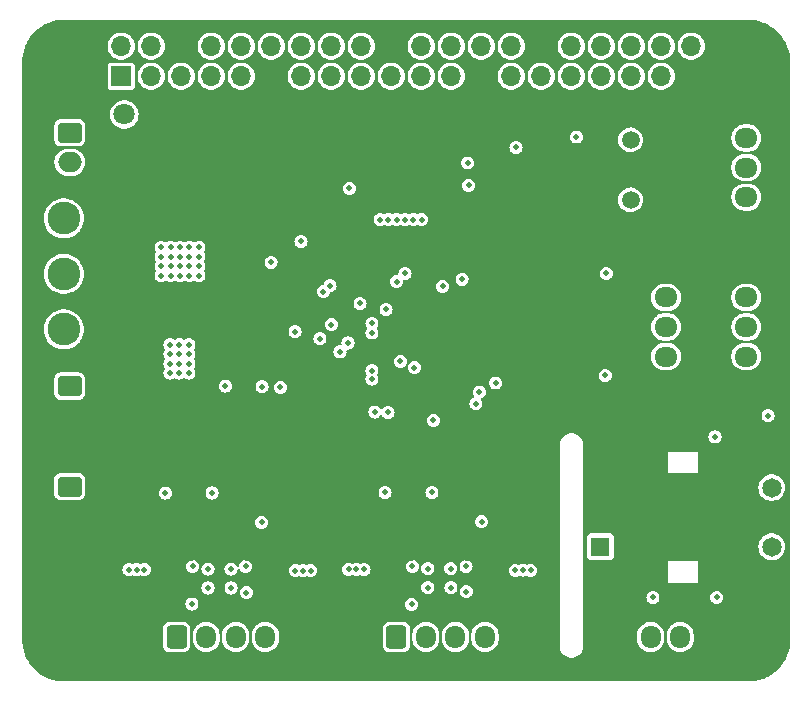
<source format=gbr>
%TF.GenerationSoftware,KiCad,Pcbnew,8.0.0-8.0.0-1~ubuntu22.04.1*%
%TF.CreationDate,2024-03-30T12:30:55+01:00*%
%TF.ProjectId,PAMI_mb,50414d49-5f6d-4622-9e6b-696361645f70,rev?*%
%TF.SameCoordinates,Original*%
%TF.FileFunction,Copper,L3,Inr*%
%TF.FilePolarity,Positive*%
%FSLAX46Y46*%
G04 Gerber Fmt 4.6, Leading zero omitted, Abs format (unit mm)*
G04 Created by KiCad (PCBNEW 8.0.0-8.0.0-1~ubuntu22.04.1) date 2024-03-30 12:30:55*
%MOMM*%
%LPD*%
G01*
G04 APERTURE LIST*
G04 Aperture macros list*
%AMRoundRect*
0 Rectangle with rounded corners*
0 $1 Rounding radius*
0 $2 $3 $4 $5 $6 $7 $8 $9 X,Y pos of 4 corners*
0 Add a 4 corners polygon primitive as box body*
4,1,4,$2,$3,$4,$5,$6,$7,$8,$9,$2,$3,0*
0 Add four circle primitives for the rounded corners*
1,1,$1+$1,$2,$3*
1,1,$1+$1,$4,$5*
1,1,$1+$1,$6,$7*
1,1,$1+$1,$8,$9*
0 Add four rect primitives between the rounded corners*
20,1,$1+$1,$2,$3,$4,$5,0*
20,1,$1+$1,$4,$5,$6,$7,0*
20,1,$1+$1,$6,$7,$8,$9,0*
20,1,$1+$1,$8,$9,$2,$3,0*%
G04 Aperture macros list end*
%TA.AperFunction,ComponentPad*%
%ADD10RoundRect,0.250000X0.725000X-0.600000X0.725000X0.600000X-0.725000X0.600000X-0.725000X-0.600000X0*%
%TD*%
%TA.AperFunction,ComponentPad*%
%ADD11O,1.950000X1.700000*%
%TD*%
%TA.AperFunction,ComponentPad*%
%ADD12C,1.800000*%
%TD*%
%TA.AperFunction,ComponentPad*%
%ADD13C,1.650000*%
%TD*%
%TA.AperFunction,ComponentPad*%
%ADD14R,1.650000X1.650000*%
%TD*%
%TA.AperFunction,HeatsinkPad*%
%ADD15C,0.600000*%
%TD*%
%TA.AperFunction,ComponentPad*%
%ADD16C,4.700000*%
%TD*%
%TA.AperFunction,ComponentPad*%
%ADD17RoundRect,0.250000X-0.750000X0.600000X-0.750000X-0.600000X0.750000X-0.600000X0.750000X0.600000X0*%
%TD*%
%TA.AperFunction,ComponentPad*%
%ADD18O,2.000000X1.700000*%
%TD*%
%TA.AperFunction,ComponentPad*%
%ADD19RoundRect,0.250000X-0.600000X-0.725000X0.600000X-0.725000X0.600000X0.725000X-0.600000X0.725000X0*%
%TD*%
%TA.AperFunction,ComponentPad*%
%ADD20O,1.700000X1.950000*%
%TD*%
%TA.AperFunction,ComponentPad*%
%ADD21C,2.775000*%
%TD*%
%TA.AperFunction,ComponentPad*%
%ADD22C,1.500000*%
%TD*%
%TA.AperFunction,ComponentPad*%
%ADD23R,1.700000X1.700000*%
%TD*%
%TA.AperFunction,ComponentPad*%
%ADD24O,1.700000X1.700000*%
%TD*%
%TA.AperFunction,ViaPad*%
%ADD25C,0.500000*%
%TD*%
G04 APERTURE END LIST*
D10*
%TO.N,GND*%
%TO.C,J109*%
X187800000Y-64000000D03*
D11*
%TO.N,/LIDAR_LP_TX*%
X187800000Y-61500000D03*
%TO.N,/LIDAR_LP_RX*%
X187800000Y-59000000D03*
%TO.N,+5V*%
X187800000Y-56500000D03*
%TD*%
D12*
%TO.N,VCC*%
%TO.C,TP101*%
X135140000Y-54500000D03*
%TD*%
D13*
%TO.N,Net-(C106-Pad1)*%
%TO.C,SW102*%
X189950000Y-91100000D03*
%TO.N,Net-(C105-Pad1)*%
X189950000Y-86100000D03*
%TO.N,GND*%
X189950000Y-88600000D03*
D14*
%TO.N,Net-(C110-Pad1)*%
X175450000Y-91100000D03*
D13*
%TO.N,GND*%
X175450000Y-86100000D03*
%TD*%
D15*
%TO.N,GND*%
%TO.C,U301*%
X140800000Y-92025000D03*
X142400000Y-92025000D03*
X144000000Y-92025000D03*
X145600000Y-92025000D03*
X140800000Y-89775000D03*
X142400000Y-89775000D03*
X144000000Y-89775000D03*
X145600000Y-89775000D03*
%TD*%
D16*
%TO.N,GND*%
%TO.C,H104*%
X188000000Y-99000000D03*
%TD*%
D17*
%TO.N,/V_CHARGE*%
%TO.C,J105*%
X130525000Y-77500000D03*
D18*
%TO.N,GND*%
X130525000Y-80000000D03*
%TD*%
D10*
%TO.N,GND*%
%TO.C,J107*%
X181000000Y-77500000D03*
D11*
%TO.N,/PF1_LED2*%
X181000000Y-75000000D03*
%TO.N,/PF0_LED1*%
X181000000Y-72500000D03*
%TO.N,/PB8-BOOT0_LED0*%
X181000000Y-70000000D03*
%TD*%
D10*
%TO.N,GND*%
%TO.C,J110*%
X187800000Y-77500000D03*
D11*
%TO.N,+3.3V*%
X187800000Y-75000000D03*
%TO.N,/I2C_SCL*%
X187800000Y-72500000D03*
%TO.N,/I2C_SDA*%
X187800000Y-70000000D03*
%TD*%
D19*
%TO.N,/TMC2226/OA2*%
%TO.C,J112*%
X139570000Y-98750000D03*
D20*
%TO.N,/TMC2226/OA1*%
X142070000Y-98750000D03*
%TO.N,/TMC2226/OB1*%
X144570000Y-98750000D03*
%TO.N,/TMC2226/OB2*%
X147070000Y-98750000D03*
%TD*%
D19*
%TO.N,GND*%
%TO.C,J102*%
X177200000Y-98750000D03*
D20*
%TO.N,+3.3V*%
X179700000Y-98750000D03*
%TO.N,/DATA_RECEIVER*%
X182200000Y-98750000D03*
%TD*%
D21*
%TO.N,Net-(J106-Pin_2)*%
%TO.C,SW101*%
X130025000Y-63300000D03*
%TO.N,/V_BAT*%
X130025000Y-68000000D03*
%TO.N,/V_CHARGE*%
X130025000Y-72700000D03*
%TD*%
D19*
%TO.N,/TMC2225/OA2*%
%TO.C,J111*%
X158170000Y-98750000D03*
D20*
%TO.N,/TMC2225/OA1*%
X160670000Y-98750000D03*
%TO.N,/TMC2225/OB1*%
X163170000Y-98750000D03*
%TO.N,/TMC2225/OB2*%
X165670000Y-98750000D03*
%TD*%
D16*
%TO.N,GND*%
%TO.C,H101*%
X130000000Y-50000000D03*
%TD*%
D15*
%TO.N,GND*%
%TO.C,U201*%
X159400000Y-92025000D03*
X161000000Y-92025000D03*
X162600000Y-92025000D03*
X164200000Y-92025000D03*
X159400000Y-89775000D03*
X161000000Y-89775000D03*
X162600000Y-89775000D03*
X164200000Y-89775000D03*
%TD*%
D17*
%TO.N,/V_BAT*%
%TO.C,J104*%
X130512723Y-86008593D03*
D18*
%TO.N,GND*%
X130512723Y-88508593D03*
%TD*%
D16*
%TO.N,GND*%
%TO.C,H102*%
X188000000Y-50000000D03*
%TD*%
D17*
%TO.N,VCC*%
%TO.C,J106*%
X130525000Y-56050000D03*
D18*
%TO.N,Net-(J106-Pin_2)*%
X130525000Y-58550000D03*
%TD*%
D22*
%TO.N,VCC*%
%TO.C,J108*%
X178000000Y-61740000D03*
%TO.N,GND*%
X178000000Y-59200000D03*
%TO.N,+5V*%
X178000000Y-56660000D03*
%TD*%
D16*
%TO.N,GND*%
%TO.C,H103*%
X130000000Y-99000000D03*
%TD*%
D23*
%TO.N,unconnected-(J101-Pin_1-Pad1)*%
%TO.C,J101*%
X134870000Y-51270000D03*
D24*
%TO.N,+5.1V*%
X134870000Y-48730000D03*
%TO.N,unconnected-(J101-Pin_3-Pad3)*%
X137410000Y-51270000D03*
%TO.N,+5.1V*%
X137410000Y-48730000D03*
%TO.N,unconnected-(J101-Pin_5-Pad5)*%
X139950000Y-51270000D03*
%TO.N,GND*%
X139950000Y-48730000D03*
%TO.N,unconnected-(J101-Pin_7-Pad7)*%
X142490000Y-51270000D03*
%TO.N,/RASPBERRY_PI_TX*%
X142490000Y-48730000D03*
%TO.N,unconnected-(J101-Pin_9-Pad9)*%
X145030000Y-51270000D03*
%TO.N,/RASPBERRY_PI_RX*%
X145030000Y-48730000D03*
%TO.N,GND*%
X147570000Y-51270000D03*
%TO.N,unconnected-(J101-Pin_12-Pad12)*%
X147570000Y-48730000D03*
%TO.N,unconnected-(J101-Pin_13-Pad13)*%
X150110000Y-51270000D03*
%TO.N,unconnected-(J101-Pin_14-Pad14)*%
X150110000Y-48730000D03*
%TO.N,unconnected-(J101-Pin_15-Pad15)*%
X152650000Y-51270000D03*
%TO.N,unconnected-(J101-Pin_16-Pad16)*%
X152650000Y-48730000D03*
%TO.N,unconnected-(J101-Pin_17-Pad17)*%
X155190000Y-51270000D03*
%TO.N,unconnected-(J101-Pin_18-Pad18)*%
X155190000Y-48730000D03*
%TO.N,unconnected-(J101-Pin_19-Pad19)*%
X157730000Y-51270000D03*
%TO.N,GND*%
X157730000Y-48730000D03*
%TO.N,unconnected-(J101-Pin_21-Pad21)*%
X160270000Y-51270000D03*
%TO.N,unconnected-(J101-Pin_22-Pad22)*%
X160270000Y-48730000D03*
%TO.N,unconnected-(J101-Pin_23-Pad23)*%
X162810000Y-51270000D03*
%TO.N,unconnected-(J101-Pin_24-Pad24)*%
X162810000Y-48730000D03*
%TO.N,GND*%
X165350000Y-51270000D03*
%TO.N,unconnected-(J101-Pin_26-Pad26)*%
X165350000Y-48730000D03*
%TO.N,unconnected-(J101-Pin_27-Pad27)*%
X167890000Y-51270000D03*
%TO.N,unconnected-(J101-Pin_28-Pad28)*%
X167890000Y-48730000D03*
%TO.N,unconnected-(J101-Pin_29-Pad29)*%
X170430000Y-51270000D03*
%TO.N,GND*%
X170430000Y-48730000D03*
%TO.N,unconnected-(J101-Pin_31-Pad31)*%
X172970000Y-51270000D03*
%TO.N,unconnected-(J101-Pin_32-Pad32)*%
X172970000Y-48730000D03*
%TO.N,unconnected-(J101-Pin_33-Pad33)*%
X175510000Y-51270000D03*
%TO.N,unconnected-(J101-Pin_34-Pad34)*%
X175510000Y-48730000D03*
%TO.N,unconnected-(J101-Pin_35-Pad35)*%
X178050000Y-51270000D03*
%TO.N,unconnected-(J101-Pin_36-Pad36)*%
X178050000Y-48730000D03*
%TO.N,unconnected-(J101-Pin_37-Pad37)*%
X180590000Y-51270000D03*
%TO.N,unconnected-(J101-Pin_38-Pad38)*%
X180590000Y-48730000D03*
%TO.N,GND*%
X183130000Y-51270000D03*
%TO.N,unconnected-(J101-Pin_40-Pad40)*%
X183130000Y-48730000D03*
%TD*%
D25*
%TO.N,GND*%
X170900000Y-76200000D03*
%TO.N,+3.3V*%
X175938084Y-67954299D03*
X159600000Y-63400000D03*
X155100000Y-70500000D03*
X185150000Y-81800000D03*
X157220000Y-86510000D03*
X156800000Y-63400000D03*
X173400000Y-56400000D03*
X165380000Y-88990000D03*
X185300000Y-95400000D03*
X142570000Y-86550000D03*
X175851247Y-76602493D03*
X146770000Y-89030000D03*
X138610000Y-86550000D03*
X160300000Y-63400000D03*
X179889091Y-95400000D03*
X148350000Y-77600000D03*
X161300000Y-80400000D03*
X157500000Y-63400000D03*
X158900000Y-63400000D03*
X158200000Y-63400000D03*
X189640780Y-80000000D03*
X161180000Y-86510000D03*
X164900000Y-79000000D03*
%TO.N,GND*%
X152000000Y-102000000D03*
X191000000Y-78000000D03*
X149000000Y-102000000D03*
X143000000Y-47000000D03*
X155350000Y-57400000D03*
X191000000Y-67000000D03*
X137000000Y-102000000D03*
X127000000Y-92000000D03*
X173900000Y-80000000D03*
X167900000Y-62300000D03*
X127000000Y-55000000D03*
X132000000Y-102000000D03*
X141000000Y-47000000D03*
X170900000Y-56400000D03*
X190850000Y-99950000D03*
X158000000Y-47000000D03*
X146300000Y-56500000D03*
X127000000Y-66000000D03*
X154780000Y-88760000D03*
X174000000Y-102000000D03*
X189750000Y-47600000D03*
X191000000Y-60000000D03*
X127000000Y-98000000D03*
X138100000Y-61300000D03*
X191000000Y-59000000D03*
X191000000Y-87000000D03*
X179000000Y-102000000D03*
X151150000Y-69650000D03*
X178700000Y-90000000D03*
X173500000Y-66900000D03*
X164200000Y-54200000D03*
X188700000Y-80800000D03*
X167900000Y-80100000D03*
X127000000Y-93000000D03*
X172000000Y-102000000D03*
X191000000Y-53000000D03*
X191000000Y-98000000D03*
X163000000Y-102000000D03*
X187000000Y-93100000D03*
X157000000Y-102000000D03*
X160000000Y-102000000D03*
X159000000Y-102000000D03*
X135900000Y-61300000D03*
X158000000Y-74100000D03*
X153350000Y-75500000D03*
X163000000Y-47000000D03*
X127000000Y-51000000D03*
X135000000Y-102000000D03*
X191000000Y-88000000D03*
X164000000Y-102000000D03*
X130000000Y-47000000D03*
X127200000Y-99950000D03*
X191000000Y-64000000D03*
X134254619Y-69283492D03*
X137000000Y-59300000D03*
X142700000Y-56500000D03*
X191000000Y-89000000D03*
X149030000Y-86550000D03*
X127000000Y-62000000D03*
X165000000Y-47000000D03*
X127600000Y-48250000D03*
X191000000Y-62000000D03*
X159000000Y-47000000D03*
X131000000Y-102000000D03*
X168300000Y-56400000D03*
X191000000Y-51000000D03*
X154150000Y-84250000D03*
X191000000Y-50000000D03*
X127000000Y-60000000D03*
X151000000Y-102000000D03*
X191000000Y-57000000D03*
X161500000Y-81650000D03*
X139000000Y-102000000D03*
X184000000Y-102000000D03*
X146300000Y-60100000D03*
X127000000Y-64000000D03*
X176000000Y-47000000D03*
X181000000Y-47000000D03*
X136000000Y-102000000D03*
X146300000Y-58300000D03*
X138000000Y-102000000D03*
X163500000Y-79500000D03*
X191000000Y-61000000D03*
X167000000Y-102000000D03*
X148100000Y-58300000D03*
X191000000Y-97000000D03*
X142000000Y-47000000D03*
X129300000Y-82400000D03*
X158500000Y-71300000D03*
X191000000Y-72000000D03*
X191000000Y-55000000D03*
X166000000Y-47000000D03*
X162000000Y-102000000D03*
X127000000Y-65000000D03*
X173000000Y-47000000D03*
X127000000Y-57000000D03*
X186000000Y-102000000D03*
X127000000Y-86000000D03*
X133000000Y-102000000D03*
X191000000Y-76000000D03*
X157000000Y-47000000D03*
X127000000Y-50000000D03*
X150270000Y-88800000D03*
X148000000Y-102000000D03*
X173900000Y-73500000D03*
X137300000Y-82900000D03*
X188250000Y-83200000D03*
X145000000Y-102000000D03*
X141800000Y-82400000D03*
X160450000Y-79500000D03*
X191000000Y-77000000D03*
X128250000Y-101400000D03*
X161650000Y-57900000D03*
X144500000Y-56500000D03*
X169000000Y-47000000D03*
X157210000Y-85510000D03*
X161000000Y-102000000D03*
X141000000Y-102000000D03*
X168350000Y-66950000D03*
X148100000Y-56500000D03*
X191000000Y-95000000D03*
X161170000Y-85510000D03*
X146300000Y-82400000D03*
X155000000Y-47000000D03*
X188800000Y-94350000D03*
X129050000Y-47200000D03*
X149300000Y-82400000D03*
X133354619Y-70083492D03*
X176000000Y-102000000D03*
X191000000Y-92000000D03*
X141750000Y-64650000D03*
X136000000Y-47000000D03*
X143597017Y-87051597D03*
X127000000Y-52000000D03*
X155000000Y-102000000D03*
X127000000Y-87000000D03*
X134354619Y-72783492D03*
X127000000Y-53000000D03*
X133354619Y-71883492D03*
X175000000Y-47000000D03*
X148100000Y-60100000D03*
X127000000Y-97000000D03*
X134000000Y-102000000D03*
X188950000Y-47150000D03*
X191000000Y-70000000D03*
X144500000Y-54700000D03*
X149700000Y-73800000D03*
X191000000Y-90000000D03*
X187000000Y-102000000D03*
X182600000Y-81300000D03*
X127000000Y-56000000D03*
X191000000Y-79000000D03*
X164000000Y-47000000D03*
X134000000Y-47000000D03*
X179000000Y-47000000D03*
X129050000Y-101850000D03*
X157450000Y-76500000D03*
X177650000Y-88850000D03*
X180100000Y-79650000D03*
X140000000Y-102000000D03*
X165950000Y-56450000D03*
X152300000Y-82400000D03*
X167000000Y-47000000D03*
X148100000Y-54700000D03*
X127000000Y-68000000D03*
X127000000Y-89000000D03*
X127000000Y-69000000D03*
X136170000Y-88800000D03*
X181000000Y-102000000D03*
X187000000Y-47000000D03*
X191000000Y-84000000D03*
X180000000Y-47000000D03*
X138400000Y-80900000D03*
X171000000Y-102000000D03*
X183000000Y-102000000D03*
X190800000Y-49050000D03*
X144800000Y-82400000D03*
X182000000Y-47000000D03*
X140000000Y-47000000D03*
X173000000Y-102000000D03*
X150800000Y-82400000D03*
X172200000Y-56400000D03*
X191000000Y-94000000D03*
X128250000Y-47550000D03*
X154000000Y-102000000D03*
X160500000Y-77400000D03*
X156500000Y-71350000D03*
X156000000Y-102000000D03*
X146630595Y-65100000D03*
X142700000Y-54700000D03*
X136200000Y-80900000D03*
X127150000Y-49050000D03*
X191000000Y-99000000D03*
X173900000Y-62300000D03*
X165000000Y-102000000D03*
X191000000Y-83000000D03*
X127000000Y-99000000D03*
X178000000Y-102000000D03*
X190450000Y-48250000D03*
X145000000Y-47000000D03*
X127000000Y-96000000D03*
X150000000Y-102000000D03*
X177650000Y-81050000D03*
X171000000Y-47000000D03*
X162100000Y-77400000D03*
X147800000Y-82400000D03*
X130000000Y-102000000D03*
X144900000Y-84600000D03*
X186000000Y-47000000D03*
X191000000Y-85000000D03*
X182850000Y-90300000D03*
X149900000Y-60100000D03*
X137300000Y-78900000D03*
X135350000Y-65000000D03*
X144000000Y-47000000D03*
X158000000Y-102000000D03*
X167640000Y-86510000D03*
X191000000Y-63000000D03*
X185200000Y-93050000D03*
X146000000Y-102000000D03*
X189800000Y-82850000D03*
X149900000Y-54700000D03*
X142560000Y-85550000D03*
X180000000Y-102000000D03*
X191000000Y-58000000D03*
X170000000Y-47000000D03*
X127000000Y-85000000D03*
X167900000Y-73500000D03*
X183000000Y-47000000D03*
X191000000Y-93000000D03*
X169000000Y-102000000D03*
X127000000Y-95000000D03*
X149900000Y-58300000D03*
X191000000Y-80000000D03*
X146000000Y-65100000D03*
X166450000Y-65550000D03*
X191000000Y-73000000D03*
X184000000Y-47000000D03*
X175000000Y-102000000D03*
X129050000Y-74750000D03*
X156000000Y-47000000D03*
X131000000Y-47000000D03*
X144500000Y-58300000D03*
X162000000Y-47000000D03*
X154000000Y-47000000D03*
X127000000Y-90000000D03*
X163910000Y-84720000D03*
X165550000Y-76000000D03*
X143000000Y-102000000D03*
X191000000Y-96000000D03*
X178000000Y-77550000D03*
X191000000Y-68000000D03*
X127000000Y-88000000D03*
X127000000Y-58000000D03*
X172000000Y-47000000D03*
X188950000Y-101800000D03*
X176300000Y-74100000D03*
X135000000Y-47000000D03*
X166000000Y-102000000D03*
X137000000Y-47000000D03*
X146300000Y-54700000D03*
X178000000Y-47000000D03*
X142000000Y-102000000D03*
X163000000Y-66900000D03*
X154400000Y-67650000D03*
X142700000Y-58300000D03*
X155900000Y-80500000D03*
X133000000Y-47000000D03*
X185000000Y-102000000D03*
X189750000Y-101450000D03*
X147000000Y-102000000D03*
X132000000Y-47000000D03*
X170000000Y-102000000D03*
X175800000Y-65600000D03*
X191000000Y-54000000D03*
X144500000Y-60100000D03*
X161500000Y-66800000D03*
X127000000Y-63000000D03*
X168000000Y-47000000D03*
X127000000Y-61000000D03*
X133900000Y-76750000D03*
X127000000Y-91000000D03*
X179950000Y-88450000D03*
X160000000Y-47000000D03*
X138000000Y-47000000D03*
X191000000Y-69000000D03*
X191000000Y-66000000D03*
X191000000Y-75000000D03*
X188000000Y-102000000D03*
X127000000Y-59000000D03*
X127550000Y-100750000D03*
X165000000Y-74000000D03*
X163600000Y-62900000D03*
X174000000Y-47000000D03*
X191000000Y-52000000D03*
X177000000Y-47000000D03*
X185000000Y-47000000D03*
X127000000Y-54000000D03*
X127000000Y-94000000D03*
X182000000Y-102000000D03*
X191000000Y-65000000D03*
X177000000Y-102000000D03*
X191000000Y-74000000D03*
X190400000Y-100750000D03*
X191000000Y-56000000D03*
X150811790Y-73232586D03*
X158000000Y-80750000D03*
X160950000Y-83750000D03*
X161000000Y-47000000D03*
X161000000Y-71450000D03*
X149900000Y-56500000D03*
X138600000Y-85550000D03*
X127000000Y-67000000D03*
X179950000Y-81300000D03*
X168880000Y-88760000D03*
X162207017Y-87011597D03*
X168000000Y-102000000D03*
X166400000Y-70488371D03*
X139000000Y-47000000D03*
X144000000Y-102000000D03*
X143300000Y-82400000D03*
X188000000Y-47000000D03*
X175900000Y-70488371D03*
X142700000Y-60100000D03*
X191000000Y-71000000D03*
X153000000Y-102000000D03*
%TO.N,VCC*%
X138250000Y-68150000D03*
X139050000Y-68150000D03*
X143690000Y-77500000D03*
X159525000Y-92775002D03*
X138250000Y-67350000D03*
X164085000Y-94900000D03*
X145475000Y-95000000D03*
X139850000Y-67350000D03*
X138250000Y-66550000D03*
X140650000Y-67350000D03*
X164071494Y-92775002D03*
X150100000Y-65250000D03*
X145415298Y-92775002D03*
X140910495Y-92775002D03*
X140650000Y-66550000D03*
X141450000Y-68150000D03*
X141450000Y-65750000D03*
X138250000Y-65750000D03*
X139050000Y-65750000D03*
X140858320Y-95958320D03*
X139850000Y-68150000D03*
X159460000Y-95970224D03*
X139050000Y-66550000D03*
X141450000Y-66550000D03*
X141450000Y-67350000D03*
X139850000Y-65750000D03*
X140650000Y-65750000D03*
X139850000Y-66550000D03*
X139050000Y-67350000D03*
X140650000Y-68150000D03*
%TO.N,/NRST*%
X154075883Y-73853701D03*
X164200000Y-58600000D03*
X168300000Y-57300000D03*
X152676683Y-72304215D03*
%TO.N,/ADC_BATT*%
X153400000Y-74600000D03*
X151696338Y-73496338D03*
%TO.N,+5V*%
X146800000Y-77550000D03*
X164300000Y-60500000D03*
X154200000Y-60750000D03*
%TO.N,+5.1V*%
X139800000Y-75600000D03*
X140600000Y-76400000D03*
X140600000Y-74000000D03*
X139000000Y-74000000D03*
X139800000Y-74800000D03*
X139800000Y-74000000D03*
X140600000Y-74800000D03*
X139000000Y-74800000D03*
X140600000Y-75600000D03*
X139000000Y-75600000D03*
X139000000Y-76400000D03*
X139800000Y-76400000D03*
%TO.N,/PA12_USR_BTN_2*%
X158500000Y-75400000D03*
X166571752Y-77228248D03*
%TO.N,/RASPBERRY_PI_TX*%
X156100000Y-76200000D03*
X152000000Y-69500000D03*
%TO.N,/RASPBERRY_PI_RX*%
X156100000Y-76900003D03*
X152550000Y-69000000D03*
%TO.N,/DATA_RECEIVER*%
X165184999Y-77993009D03*
X159700000Y-75950000D03*
%TO.N,/LIDAR_LP_TX*%
X158900000Y-67954299D03*
%TO.N,/LIDAR_LP_RX*%
X163733511Y-68450000D03*
%TO.N,/I2C_SCL*%
X162100000Y-69054299D03*
%TO.N,/I2C_SDA*%
X158191997Y-68663345D03*
%TO.N,/PB8-BOOT0_LED0*%
X157300000Y-71000000D03*
%TO.N,/PF0_LED1*%
X156100000Y-72200000D03*
%TO.N,/PF1_LED2*%
X156100000Y-73000000D03*
%TO.N,/VFB*%
X147570000Y-67010000D03*
X149600000Y-72900000D03*
%TO.N,Net-(U201-BRA)*%
X160834759Y-92960000D03*
X154785000Y-93010000D03*
X160835000Y-94560000D03*
X154134997Y-93010000D03*
X155435003Y-93010000D03*
%TO.N,Net-(U201-BRB)*%
X162785000Y-94560000D03*
X168235059Y-93093903D03*
X162779987Y-92960000D03*
X168885000Y-93085000D03*
X169534966Y-93091842D03*
%TO.N,Net-(U301-BRA)*%
X135524997Y-93050000D03*
X136175000Y-93050000D03*
X136825003Y-93050000D03*
X142225000Y-94600000D03*
X142224759Y-93000000D03*
%TO.N,Net-(U301-BRB)*%
X150924966Y-93131842D03*
X144169987Y-93000000D03*
X149625059Y-93133903D03*
X144175000Y-94600000D03*
X150275000Y-93125000D03*
%TO.N,/DIR_MOTOR_R*%
X157463909Y-79713909D03*
X156350000Y-79700000D03*
%TD*%
%TA.AperFunction,Conductor*%
%TO.N,GND*%
G36*
X188000611Y-46500007D02*
G01*
X188178777Y-46502338D01*
X188187805Y-46502871D01*
X188542745Y-46540177D01*
X188552960Y-46541795D01*
X188901426Y-46615864D01*
X188911421Y-46618543D01*
X189250217Y-46728626D01*
X189259891Y-46732339D01*
X189395823Y-46792859D01*
X189585327Y-46877231D01*
X189594548Y-46881930D01*
X189903048Y-47060043D01*
X189911732Y-47065681D01*
X190199947Y-47275081D01*
X190207986Y-47281593D01*
X190472716Y-47519956D01*
X190480043Y-47527283D01*
X190562335Y-47618678D01*
X190718401Y-47792006D01*
X190724919Y-47800055D01*
X190835014Y-47951586D01*
X190934316Y-48088264D01*
X190939959Y-48096955D01*
X191118066Y-48405445D01*
X191122771Y-48414678D01*
X191267660Y-48740108D01*
X191271373Y-48749782D01*
X191381456Y-49088578D01*
X191384139Y-49098588D01*
X191458202Y-49447029D01*
X191459823Y-49457264D01*
X191497127Y-49812182D01*
X191497661Y-49821235D01*
X191499992Y-49999388D01*
X191500000Y-50000683D01*
X191500000Y-98999316D01*
X191499992Y-99000611D01*
X191497661Y-99178764D01*
X191497127Y-99187817D01*
X191459823Y-99542735D01*
X191458202Y-99552970D01*
X191384139Y-99901411D01*
X191381456Y-99911421D01*
X191271373Y-100250217D01*
X191267660Y-100259891D01*
X191122771Y-100585321D01*
X191118066Y-100594554D01*
X190939959Y-100903044D01*
X190934316Y-100911735D01*
X190724923Y-101199940D01*
X190718401Y-101207993D01*
X190480043Y-101472716D01*
X190472716Y-101480043D01*
X190207993Y-101718401D01*
X190199940Y-101724923D01*
X189911735Y-101934316D01*
X189903044Y-101939959D01*
X189594554Y-102118066D01*
X189585321Y-102122771D01*
X189259891Y-102267660D01*
X189250217Y-102271373D01*
X188911421Y-102381456D01*
X188901411Y-102384139D01*
X188552970Y-102458202D01*
X188542735Y-102459823D01*
X188187817Y-102497127D01*
X188178764Y-102497661D01*
X188000612Y-102499992D01*
X187999317Y-102500000D01*
X130000683Y-102500000D01*
X129999388Y-102499992D01*
X129821235Y-102497661D01*
X129812182Y-102497127D01*
X129457264Y-102459823D01*
X129447029Y-102458202D01*
X129098588Y-102384139D01*
X129088578Y-102381456D01*
X128749782Y-102271373D01*
X128740108Y-102267660D01*
X128414678Y-102122771D01*
X128405445Y-102118066D01*
X128096955Y-101939959D01*
X128088264Y-101934316D01*
X127800059Y-101724923D01*
X127792011Y-101718405D01*
X127527283Y-101480043D01*
X127519956Y-101472716D01*
X127281593Y-101207986D01*
X127275081Y-101199947D01*
X127065681Y-100911732D01*
X127060040Y-100903044D01*
X126881933Y-100594554D01*
X126877228Y-100585321D01*
X126838169Y-100497593D01*
X126732339Y-100259891D01*
X126728626Y-100250217D01*
X126618543Y-99911421D01*
X126615864Y-99901426D01*
X126541795Y-99552960D01*
X126540177Y-99542745D01*
X126537587Y-99518106D01*
X138419500Y-99518106D01*
X138430123Y-99606565D01*
X138485637Y-99747339D01*
X138485638Y-99747341D01*
X138485639Y-99747342D01*
X138577078Y-99867922D01*
X138697658Y-99959361D01*
X138697659Y-99959361D01*
X138697660Y-99959362D01*
X138731100Y-99972549D01*
X138838436Y-100014877D01*
X138926898Y-100025500D01*
X138926900Y-100025500D01*
X140213100Y-100025500D01*
X140213102Y-100025500D01*
X140301564Y-100014877D01*
X140442342Y-99959361D01*
X140562922Y-99867922D01*
X140654361Y-99747342D01*
X140709877Y-99606564D01*
X140720500Y-99518102D01*
X140720500Y-98965549D01*
X140919500Y-98965549D01*
X140947828Y-99144406D01*
X140947829Y-99144409D01*
X141003789Y-99316639D01*
X141086004Y-99477994D01*
X141192447Y-99624501D01*
X141320499Y-99752553D01*
X141467006Y-99858996D01*
X141628361Y-99941211D01*
X141800591Y-99997171D01*
X141872136Y-100008502D01*
X141979451Y-100025500D01*
X141979454Y-100025500D01*
X142160549Y-100025500D01*
X142249977Y-100011335D01*
X142339409Y-99997171D01*
X142511639Y-99941211D01*
X142672994Y-99858996D01*
X142819501Y-99752553D01*
X142947553Y-99624501D01*
X143053996Y-99477994D01*
X143136211Y-99316639D01*
X143192171Y-99144409D01*
X143206335Y-99054977D01*
X143220500Y-98965549D01*
X143419500Y-98965549D01*
X143447828Y-99144406D01*
X143447829Y-99144409D01*
X143503789Y-99316639D01*
X143586004Y-99477994D01*
X143692447Y-99624501D01*
X143820499Y-99752553D01*
X143967006Y-99858996D01*
X144128361Y-99941211D01*
X144300591Y-99997171D01*
X144372136Y-100008502D01*
X144479451Y-100025500D01*
X144479454Y-100025500D01*
X144660549Y-100025500D01*
X144749977Y-100011335D01*
X144839409Y-99997171D01*
X145011639Y-99941211D01*
X145172994Y-99858996D01*
X145319501Y-99752553D01*
X145447553Y-99624501D01*
X145553996Y-99477994D01*
X145636211Y-99316639D01*
X145692171Y-99144409D01*
X145706335Y-99054977D01*
X145720500Y-98965549D01*
X145919500Y-98965549D01*
X145947828Y-99144406D01*
X145947829Y-99144409D01*
X146003789Y-99316639D01*
X146086004Y-99477994D01*
X146192447Y-99624501D01*
X146320499Y-99752553D01*
X146467006Y-99858996D01*
X146628361Y-99941211D01*
X146800591Y-99997171D01*
X146872136Y-100008502D01*
X146979451Y-100025500D01*
X146979454Y-100025500D01*
X147160549Y-100025500D01*
X147249977Y-100011335D01*
X147339409Y-99997171D01*
X147511639Y-99941211D01*
X147672994Y-99858996D01*
X147819501Y-99752553D01*
X147947553Y-99624501D01*
X148024853Y-99518106D01*
X157019500Y-99518106D01*
X157030123Y-99606565D01*
X157085637Y-99747339D01*
X157085638Y-99747341D01*
X157085639Y-99747342D01*
X157177078Y-99867922D01*
X157297658Y-99959361D01*
X157297659Y-99959361D01*
X157297660Y-99959362D01*
X157331100Y-99972549D01*
X157438436Y-100014877D01*
X157526898Y-100025500D01*
X157526900Y-100025500D01*
X158813100Y-100025500D01*
X158813102Y-100025500D01*
X158901564Y-100014877D01*
X159042342Y-99959361D01*
X159162922Y-99867922D01*
X159254361Y-99747342D01*
X159309877Y-99606564D01*
X159320500Y-99518102D01*
X159320500Y-98965549D01*
X159519500Y-98965549D01*
X159547828Y-99144406D01*
X159547829Y-99144409D01*
X159603789Y-99316639D01*
X159686004Y-99477994D01*
X159792447Y-99624501D01*
X159920499Y-99752553D01*
X160067006Y-99858996D01*
X160228361Y-99941211D01*
X160400591Y-99997171D01*
X160472136Y-100008502D01*
X160579451Y-100025500D01*
X160579454Y-100025500D01*
X160760549Y-100025500D01*
X160849977Y-100011335D01*
X160939409Y-99997171D01*
X161111639Y-99941211D01*
X161272994Y-99858996D01*
X161419501Y-99752553D01*
X161547553Y-99624501D01*
X161653996Y-99477994D01*
X161736211Y-99316639D01*
X161792171Y-99144409D01*
X161806335Y-99054977D01*
X161820500Y-98965549D01*
X162019500Y-98965549D01*
X162047828Y-99144406D01*
X162047829Y-99144409D01*
X162103789Y-99316639D01*
X162186004Y-99477994D01*
X162292447Y-99624501D01*
X162420499Y-99752553D01*
X162567006Y-99858996D01*
X162728361Y-99941211D01*
X162900591Y-99997171D01*
X162972136Y-100008502D01*
X163079451Y-100025500D01*
X163079454Y-100025500D01*
X163260549Y-100025500D01*
X163349977Y-100011335D01*
X163439409Y-99997171D01*
X163611639Y-99941211D01*
X163772994Y-99858996D01*
X163919501Y-99752553D01*
X164047553Y-99624501D01*
X164153996Y-99477994D01*
X164236211Y-99316639D01*
X164292171Y-99144409D01*
X164306335Y-99054977D01*
X164320500Y-98965549D01*
X164519500Y-98965549D01*
X164547828Y-99144406D01*
X164547829Y-99144409D01*
X164603789Y-99316639D01*
X164686004Y-99477994D01*
X164792447Y-99624501D01*
X164920499Y-99752553D01*
X165067006Y-99858996D01*
X165228361Y-99941211D01*
X165400591Y-99997171D01*
X165472136Y-100008502D01*
X165579451Y-100025500D01*
X165579454Y-100025500D01*
X165760549Y-100025500D01*
X165849977Y-100011335D01*
X165939409Y-99997171D01*
X166111639Y-99941211D01*
X166272994Y-99858996D01*
X166419501Y-99752553D01*
X166547553Y-99624501D01*
X166638000Y-99500011D01*
X172000000Y-99500011D01*
X172002406Y-99598251D01*
X172040743Y-99790985D01*
X172115944Y-99972535D01*
X172115951Y-99972549D01*
X172225113Y-100135921D01*
X172225116Y-100135924D01*
X172225119Y-100135928D01*
X172364072Y-100274881D01*
X172364075Y-100274883D01*
X172364078Y-100274886D01*
X172527450Y-100384048D01*
X172527460Y-100384053D01*
X172527463Y-100384055D01*
X172709013Y-100459256D01*
X172901746Y-100497593D01*
X173098253Y-100497593D01*
X173098254Y-100497593D01*
X173290987Y-100459256D01*
X173472537Y-100384055D01*
X173472542Y-100384051D01*
X173472549Y-100384048D01*
X173635921Y-100274886D01*
X173635921Y-100274885D01*
X173635928Y-100274881D01*
X173774881Y-100135928D01*
X173774886Y-100135921D01*
X173884048Y-99972549D01*
X173884051Y-99972542D01*
X173884055Y-99972537D01*
X173959256Y-99790987D01*
X173997593Y-99598254D01*
X173998953Y-99542735D01*
X174000000Y-99500011D01*
X174000000Y-98965549D01*
X178549500Y-98965549D01*
X178577828Y-99144406D01*
X178577829Y-99144409D01*
X178633789Y-99316639D01*
X178716004Y-99477994D01*
X178822447Y-99624501D01*
X178950499Y-99752553D01*
X179097006Y-99858996D01*
X179258361Y-99941211D01*
X179430591Y-99997171D01*
X179502136Y-100008502D01*
X179609451Y-100025500D01*
X179609454Y-100025500D01*
X179790549Y-100025500D01*
X179879977Y-100011335D01*
X179969409Y-99997171D01*
X180141639Y-99941211D01*
X180302994Y-99858996D01*
X180449501Y-99752553D01*
X180577553Y-99624501D01*
X180683996Y-99477994D01*
X180766211Y-99316639D01*
X180822171Y-99144409D01*
X180836335Y-99054977D01*
X180850500Y-98965549D01*
X181049500Y-98965549D01*
X181077828Y-99144406D01*
X181077829Y-99144409D01*
X181133789Y-99316639D01*
X181216004Y-99477994D01*
X181322447Y-99624501D01*
X181450499Y-99752553D01*
X181597006Y-99858996D01*
X181758361Y-99941211D01*
X181930591Y-99997171D01*
X182002136Y-100008502D01*
X182109451Y-100025500D01*
X182109454Y-100025500D01*
X182290549Y-100025500D01*
X182379977Y-100011335D01*
X182469409Y-99997171D01*
X182641639Y-99941211D01*
X182802994Y-99858996D01*
X182949501Y-99752553D01*
X183077553Y-99624501D01*
X183183996Y-99477994D01*
X183266211Y-99316639D01*
X183322171Y-99144409D01*
X183336335Y-99054977D01*
X183350500Y-98965549D01*
X183350500Y-98534450D01*
X183322171Y-98355593D01*
X183322171Y-98355591D01*
X183266211Y-98183361D01*
X183183996Y-98022006D01*
X183077553Y-97875499D01*
X182949501Y-97747447D01*
X182802994Y-97641004D01*
X182802993Y-97641003D01*
X182802991Y-97641002D01*
X182641637Y-97558788D01*
X182469406Y-97502828D01*
X182290549Y-97474500D01*
X182290546Y-97474500D01*
X182109454Y-97474500D01*
X182109451Y-97474500D01*
X181930593Y-97502828D01*
X181758362Y-97558788D01*
X181597008Y-97641002D01*
X181523752Y-97694225D01*
X181450499Y-97747447D01*
X181322447Y-97875499D01*
X181309417Y-97893434D01*
X181216002Y-98022008D01*
X181133788Y-98183362D01*
X181077828Y-98355593D01*
X181049500Y-98534450D01*
X181049500Y-98965549D01*
X180850500Y-98965549D01*
X180850500Y-98534450D01*
X180822171Y-98355593D01*
X180822171Y-98355591D01*
X180766211Y-98183361D01*
X180683996Y-98022006D01*
X180577553Y-97875499D01*
X180449501Y-97747447D01*
X180302994Y-97641004D01*
X180302993Y-97641003D01*
X180302991Y-97641002D01*
X180141637Y-97558788D01*
X179969406Y-97502828D01*
X179790549Y-97474500D01*
X179790546Y-97474500D01*
X179609454Y-97474500D01*
X179609451Y-97474500D01*
X179430593Y-97502828D01*
X179258362Y-97558788D01*
X179097008Y-97641002D01*
X179023752Y-97694225D01*
X178950499Y-97747447D01*
X178822447Y-97875499D01*
X178809417Y-97893434D01*
X178716002Y-98022008D01*
X178633788Y-98183362D01*
X178577828Y-98355593D01*
X178549500Y-98534450D01*
X178549500Y-98965549D01*
X174000000Y-98965549D01*
X174000000Y-95400000D01*
X179333841Y-95400000D01*
X179352760Y-95543708D01*
X179352761Y-95543709D01*
X179408230Y-95677625D01*
X179496470Y-95792621D01*
X179611466Y-95880861D01*
X179745382Y-95936330D01*
X179889091Y-95955250D01*
X180032800Y-95936330D01*
X180166716Y-95880861D01*
X180281712Y-95792621D01*
X180369952Y-95677625D01*
X180425421Y-95543709D01*
X180444341Y-95400000D01*
X184744750Y-95400000D01*
X184763669Y-95543708D01*
X184763670Y-95543709D01*
X184819139Y-95677625D01*
X184907379Y-95792621D01*
X185022375Y-95880861D01*
X185156291Y-95936330D01*
X185300000Y-95955250D01*
X185443709Y-95936330D01*
X185577625Y-95880861D01*
X185692621Y-95792621D01*
X185780861Y-95677625D01*
X185836330Y-95543709D01*
X185855250Y-95400000D01*
X185852730Y-95380862D01*
X185836330Y-95256291D01*
X185780861Y-95122375D01*
X185692621Y-95007379D01*
X185577625Y-94919139D01*
X185577621Y-94919137D01*
X185443709Y-94863670D01*
X185443708Y-94863669D01*
X185300000Y-94844750D01*
X185156291Y-94863669D01*
X185156290Y-94863670D01*
X185022378Y-94919137D01*
X185022374Y-94919139D01*
X184907381Y-95007377D01*
X184907377Y-95007381D01*
X184819139Y-95122374D01*
X184819137Y-95122378D01*
X184763670Y-95256290D01*
X184763669Y-95256291D01*
X184744750Y-95399999D01*
X184744750Y-95400000D01*
X180444341Y-95400000D01*
X180441821Y-95380862D01*
X180425421Y-95256291D01*
X180369952Y-95122375D01*
X180281712Y-95007379D01*
X180166716Y-94919139D01*
X180166712Y-94919137D01*
X180032800Y-94863670D01*
X180032799Y-94863669D01*
X179889091Y-94844750D01*
X179745382Y-94863669D01*
X179745381Y-94863670D01*
X179611469Y-94919137D01*
X179611465Y-94919139D01*
X179496472Y-95007377D01*
X179496468Y-95007381D01*
X179408230Y-95122374D01*
X179408228Y-95122378D01*
X179352761Y-95256290D01*
X179352760Y-95256291D01*
X179333841Y-95399999D01*
X179333841Y-95400000D01*
X174000000Y-95400000D01*
X174000000Y-92350000D01*
X181150000Y-92350000D01*
X181150000Y-94150000D01*
X183749999Y-94150000D01*
X183750000Y-94150000D01*
X183750000Y-92350000D01*
X183749999Y-92350000D01*
X181150001Y-92350000D01*
X181150000Y-92350000D01*
X174000000Y-92350000D01*
X174000000Y-91969860D01*
X174324500Y-91969860D01*
X174324501Y-91969863D01*
X174327414Y-91994990D01*
X174352756Y-92052385D01*
X174372794Y-92097765D01*
X174452235Y-92177206D01*
X174555009Y-92222585D01*
X174580135Y-92225500D01*
X176319864Y-92225499D01*
X176344991Y-92222585D01*
X176447765Y-92177206D01*
X176527206Y-92097765D01*
X176572585Y-91994991D01*
X176575500Y-91969865D01*
X176575499Y-91100000D01*
X188819678Y-91100000D01*
X188838924Y-91307696D01*
X188896006Y-91508319D01*
X188988981Y-91695038D01*
X189114682Y-91861493D01*
X189268829Y-92002016D01*
X189349395Y-92051900D01*
X189446163Y-92111818D01*
X189446167Y-92111820D01*
X189446172Y-92111823D01*
X189640673Y-92187173D01*
X189845707Y-92225500D01*
X190054293Y-92225500D01*
X190259327Y-92187173D01*
X190453828Y-92111823D01*
X190631171Y-92002016D01*
X190785318Y-91861493D01*
X190911019Y-91695038D01*
X191003994Y-91508319D01*
X191061076Y-91307696D01*
X191080322Y-91100000D01*
X191061076Y-90892304D01*
X191003994Y-90691681D01*
X190911019Y-90504962D01*
X190785318Y-90338507D01*
X190631171Y-90197984D01*
X190614960Y-90187946D01*
X190453836Y-90088181D01*
X190453830Y-90088178D01*
X190453828Y-90088177D01*
X190259327Y-90012827D01*
X190259326Y-90012826D01*
X190259324Y-90012826D01*
X190054293Y-89974500D01*
X189845707Y-89974500D01*
X189640675Y-90012826D01*
X189446169Y-90088178D01*
X189446163Y-90088181D01*
X189268833Y-90197981D01*
X189268831Y-90197982D01*
X189268829Y-90197984D01*
X189233561Y-90230135D01*
X189114683Y-90338506D01*
X188988982Y-90504960D01*
X188988977Y-90504969D01*
X188896006Y-90691680D01*
X188838924Y-90892302D01*
X188838924Y-90892304D01*
X188819678Y-91100000D01*
X176575499Y-91100000D01*
X176575499Y-90230136D01*
X176572585Y-90205009D01*
X176527206Y-90102235D01*
X176447765Y-90022794D01*
X176344991Y-89977415D01*
X176344990Y-89977414D01*
X176344988Y-89977414D01*
X176319868Y-89974500D01*
X174580139Y-89974500D01*
X174580136Y-89974501D01*
X174555009Y-89977414D01*
X174452235Y-90022794D01*
X174372794Y-90102235D01*
X174327414Y-90205011D01*
X174324500Y-90230130D01*
X174324500Y-91969860D01*
X174000000Y-91969860D01*
X174000000Y-86100000D01*
X188819678Y-86100000D01*
X188838924Y-86307697D01*
X188896006Y-86508319D01*
X188988981Y-86695038D01*
X189114682Y-86861493D01*
X189268829Y-87002016D01*
X189315415Y-87030861D01*
X189446163Y-87111818D01*
X189446167Y-87111820D01*
X189446172Y-87111823D01*
X189640673Y-87187173D01*
X189845707Y-87225500D01*
X190054293Y-87225500D01*
X190259327Y-87187173D01*
X190453828Y-87111823D01*
X190631171Y-87002016D01*
X190785318Y-86861493D01*
X190911019Y-86695038D01*
X191003994Y-86508319D01*
X191061076Y-86307696D01*
X191080322Y-86100000D01*
X191061076Y-85892304D01*
X191003994Y-85691681D01*
X190911019Y-85504962D01*
X190785318Y-85338507D01*
X190631171Y-85197984D01*
X190614960Y-85187946D01*
X190453836Y-85088181D01*
X190453830Y-85088178D01*
X190453828Y-85088177D01*
X190259327Y-85012827D01*
X190259326Y-85012826D01*
X190259324Y-85012826D01*
X190054293Y-84974500D01*
X189845707Y-84974500D01*
X189640675Y-85012826D01*
X189446169Y-85088178D01*
X189446163Y-85088181D01*
X189268833Y-85197981D01*
X189268831Y-85197982D01*
X189268829Y-85197984D01*
X189114682Y-85338507D01*
X189094305Y-85365491D01*
X188988982Y-85504960D01*
X188988977Y-85504969D01*
X188896006Y-85691680D01*
X188838924Y-85892302D01*
X188819678Y-86100000D01*
X174000000Y-86100000D01*
X174000000Y-83050000D01*
X181150000Y-83050000D01*
X181150000Y-84850000D01*
X183749999Y-84850000D01*
X183750000Y-84850000D01*
X183750000Y-83050000D01*
X183749999Y-83050000D01*
X181150001Y-83050000D01*
X181150000Y-83050000D01*
X174000000Y-83050000D01*
X174000000Y-82499988D01*
X173997593Y-82401748D01*
X173984580Y-82336329D01*
X173959256Y-82209013D01*
X173884055Y-82027463D01*
X173884053Y-82027460D01*
X173884048Y-82027450D01*
X173774886Y-81864078D01*
X173774883Y-81864075D01*
X173774881Y-81864072D01*
X173710809Y-81800000D01*
X184594750Y-81800000D01*
X184613669Y-81943708D01*
X184613670Y-81943709D01*
X184648361Y-82027463D01*
X184669139Y-82077625D01*
X184757379Y-82192621D01*
X184872375Y-82280861D01*
X185006291Y-82336330D01*
X185150000Y-82355250D01*
X185293709Y-82336330D01*
X185427625Y-82280861D01*
X185542621Y-82192621D01*
X185630861Y-82077625D01*
X185686330Y-81943709D01*
X185705250Y-81800000D01*
X185686330Y-81656291D01*
X185630861Y-81522375D01*
X185542621Y-81407379D01*
X185427625Y-81319139D01*
X185427621Y-81319137D01*
X185293709Y-81263670D01*
X185293708Y-81263669D01*
X185150000Y-81244750D01*
X185006291Y-81263669D01*
X185006290Y-81263670D01*
X184872378Y-81319137D01*
X184872374Y-81319139D01*
X184757381Y-81407377D01*
X184757377Y-81407381D01*
X184669139Y-81522374D01*
X184669137Y-81522378D01*
X184613670Y-81656290D01*
X184613669Y-81656291D01*
X184594750Y-81799999D01*
X184594750Y-81800000D01*
X173710809Y-81800000D01*
X173635928Y-81725119D01*
X173635924Y-81725116D01*
X173635921Y-81725113D01*
X173472549Y-81615951D01*
X173472535Y-81615944D01*
X173290985Y-81540743D01*
X173098256Y-81502407D01*
X173098254Y-81502407D01*
X172901746Y-81502407D01*
X172901743Y-81502407D01*
X172709014Y-81540743D01*
X172527464Y-81615944D01*
X172527450Y-81615951D01*
X172364078Y-81725113D01*
X172225113Y-81864078D01*
X172115951Y-82027450D01*
X172115944Y-82027464D01*
X172040743Y-82209014D01*
X172002406Y-82401748D01*
X172000000Y-82499988D01*
X172000000Y-99500011D01*
X166638000Y-99500011D01*
X166653996Y-99477994D01*
X166736211Y-99316639D01*
X166792171Y-99144409D01*
X166806335Y-99054977D01*
X166820500Y-98965549D01*
X166820500Y-98534450D01*
X166792171Y-98355593D01*
X166792171Y-98355591D01*
X166736211Y-98183361D01*
X166653996Y-98022006D01*
X166547553Y-97875499D01*
X166419501Y-97747447D01*
X166272994Y-97641004D01*
X166272993Y-97641003D01*
X166272991Y-97641002D01*
X166111637Y-97558788D01*
X165939406Y-97502828D01*
X165760549Y-97474500D01*
X165760546Y-97474500D01*
X165579454Y-97474500D01*
X165579451Y-97474500D01*
X165400593Y-97502828D01*
X165228362Y-97558788D01*
X165067008Y-97641002D01*
X164993752Y-97694225D01*
X164920499Y-97747447D01*
X164792447Y-97875499D01*
X164779417Y-97893434D01*
X164686002Y-98022008D01*
X164603788Y-98183362D01*
X164547828Y-98355593D01*
X164519500Y-98534450D01*
X164519500Y-98965549D01*
X164320500Y-98965549D01*
X164320500Y-98534450D01*
X164292171Y-98355593D01*
X164292171Y-98355591D01*
X164236211Y-98183361D01*
X164153996Y-98022006D01*
X164047553Y-97875499D01*
X163919501Y-97747447D01*
X163772994Y-97641004D01*
X163772993Y-97641003D01*
X163772991Y-97641002D01*
X163611637Y-97558788D01*
X163439406Y-97502828D01*
X163260549Y-97474500D01*
X163260546Y-97474500D01*
X163079454Y-97474500D01*
X163079451Y-97474500D01*
X162900593Y-97502828D01*
X162728362Y-97558788D01*
X162567008Y-97641002D01*
X162493752Y-97694225D01*
X162420499Y-97747447D01*
X162292447Y-97875499D01*
X162279417Y-97893434D01*
X162186002Y-98022008D01*
X162103788Y-98183362D01*
X162047828Y-98355593D01*
X162019500Y-98534450D01*
X162019500Y-98965549D01*
X161820500Y-98965549D01*
X161820500Y-98534450D01*
X161792171Y-98355593D01*
X161792171Y-98355591D01*
X161736211Y-98183361D01*
X161653996Y-98022006D01*
X161547553Y-97875499D01*
X161419501Y-97747447D01*
X161272994Y-97641004D01*
X161272993Y-97641003D01*
X161272991Y-97641002D01*
X161111637Y-97558788D01*
X160939406Y-97502828D01*
X160760549Y-97474500D01*
X160760546Y-97474500D01*
X160579454Y-97474500D01*
X160579451Y-97474500D01*
X160400593Y-97502828D01*
X160228362Y-97558788D01*
X160067008Y-97641002D01*
X159993752Y-97694225D01*
X159920499Y-97747447D01*
X159792447Y-97875499D01*
X159779417Y-97893434D01*
X159686002Y-98022008D01*
X159603788Y-98183362D01*
X159547828Y-98355593D01*
X159519500Y-98534450D01*
X159519500Y-98965549D01*
X159320500Y-98965549D01*
X159320500Y-97981898D01*
X159309877Y-97893436D01*
X159254361Y-97752658D01*
X159162922Y-97632078D01*
X159042342Y-97540639D01*
X159042341Y-97540638D01*
X159042339Y-97540637D01*
X158901565Y-97485123D01*
X158813106Y-97474500D01*
X158813102Y-97474500D01*
X157526898Y-97474500D01*
X157526893Y-97474500D01*
X157438434Y-97485123D01*
X157297660Y-97540637D01*
X157297656Y-97540640D01*
X157177081Y-97632075D01*
X157177075Y-97632081D01*
X157085640Y-97752656D01*
X157085637Y-97752660D01*
X157030123Y-97893434D01*
X157019500Y-97981893D01*
X157019500Y-99518106D01*
X148024853Y-99518106D01*
X148053996Y-99477994D01*
X148136211Y-99316639D01*
X148192171Y-99144409D01*
X148206335Y-99054977D01*
X148220500Y-98965549D01*
X148220500Y-98534450D01*
X148192171Y-98355593D01*
X148192171Y-98355591D01*
X148136211Y-98183361D01*
X148053996Y-98022006D01*
X147947553Y-97875499D01*
X147819501Y-97747447D01*
X147672994Y-97641004D01*
X147672993Y-97641003D01*
X147672991Y-97641002D01*
X147511637Y-97558788D01*
X147339406Y-97502828D01*
X147160549Y-97474500D01*
X147160546Y-97474500D01*
X146979454Y-97474500D01*
X146979451Y-97474500D01*
X146800593Y-97502828D01*
X146628362Y-97558788D01*
X146467008Y-97641002D01*
X146393752Y-97694225D01*
X146320499Y-97747447D01*
X146192447Y-97875499D01*
X146179417Y-97893434D01*
X146086002Y-98022008D01*
X146003788Y-98183362D01*
X145947828Y-98355593D01*
X145919500Y-98534450D01*
X145919500Y-98965549D01*
X145720500Y-98965549D01*
X145720500Y-98534450D01*
X145692171Y-98355593D01*
X145692171Y-98355591D01*
X145636211Y-98183361D01*
X145553996Y-98022006D01*
X145447553Y-97875499D01*
X145319501Y-97747447D01*
X145172994Y-97641004D01*
X145172993Y-97641003D01*
X145172991Y-97641002D01*
X145011637Y-97558788D01*
X144839406Y-97502828D01*
X144660549Y-97474500D01*
X144660546Y-97474500D01*
X144479454Y-97474500D01*
X144479451Y-97474500D01*
X144300593Y-97502828D01*
X144128362Y-97558788D01*
X143967008Y-97641002D01*
X143893752Y-97694225D01*
X143820499Y-97747447D01*
X143692447Y-97875499D01*
X143679417Y-97893434D01*
X143586002Y-98022008D01*
X143503788Y-98183362D01*
X143447828Y-98355593D01*
X143419500Y-98534450D01*
X143419500Y-98965549D01*
X143220500Y-98965549D01*
X143220500Y-98534450D01*
X143192171Y-98355593D01*
X143192171Y-98355591D01*
X143136211Y-98183361D01*
X143053996Y-98022006D01*
X142947553Y-97875499D01*
X142819501Y-97747447D01*
X142672994Y-97641004D01*
X142672993Y-97641003D01*
X142672991Y-97641002D01*
X142511637Y-97558788D01*
X142339406Y-97502828D01*
X142160549Y-97474500D01*
X142160546Y-97474500D01*
X141979454Y-97474500D01*
X141979451Y-97474500D01*
X141800593Y-97502828D01*
X141628362Y-97558788D01*
X141467008Y-97641002D01*
X141393752Y-97694225D01*
X141320499Y-97747447D01*
X141192447Y-97875499D01*
X141179417Y-97893434D01*
X141086002Y-98022008D01*
X141003788Y-98183362D01*
X140947828Y-98355593D01*
X140919500Y-98534450D01*
X140919500Y-98965549D01*
X140720500Y-98965549D01*
X140720500Y-97981898D01*
X140709877Y-97893436D01*
X140654361Y-97752658D01*
X140562922Y-97632078D01*
X140442342Y-97540639D01*
X140442341Y-97540638D01*
X140442339Y-97540637D01*
X140301565Y-97485123D01*
X140213106Y-97474500D01*
X140213102Y-97474500D01*
X138926898Y-97474500D01*
X138926893Y-97474500D01*
X138838434Y-97485123D01*
X138697660Y-97540637D01*
X138697656Y-97540640D01*
X138577081Y-97632075D01*
X138577075Y-97632081D01*
X138485640Y-97752656D01*
X138485637Y-97752660D01*
X138430123Y-97893434D01*
X138419500Y-97981893D01*
X138419500Y-99518106D01*
X126537587Y-99518106D01*
X126502871Y-99187805D01*
X126502338Y-99178777D01*
X126500008Y-99000611D01*
X126500000Y-98999316D01*
X126500000Y-95958320D01*
X140303070Y-95958320D01*
X140321989Y-96102028D01*
X140321990Y-96102029D01*
X140377459Y-96235945D01*
X140465699Y-96350941D01*
X140580695Y-96439181D01*
X140714611Y-96494650D01*
X140858320Y-96513570D01*
X141002029Y-96494650D01*
X141135945Y-96439181D01*
X141250941Y-96350941D01*
X141339181Y-96235945D01*
X141394650Y-96102029D01*
X141412003Y-95970224D01*
X158904750Y-95970224D01*
X158923669Y-96113932D01*
X158923670Y-96113933D01*
X158974206Y-96235941D01*
X158979139Y-96247849D01*
X159067379Y-96362845D01*
X159182375Y-96451085D01*
X159316291Y-96506554D01*
X159460000Y-96525474D01*
X159603709Y-96506554D01*
X159737625Y-96451085D01*
X159852621Y-96362845D01*
X159940861Y-96247849D01*
X159996330Y-96113933D01*
X160015250Y-95970224D01*
X159996330Y-95826515D01*
X159940861Y-95692599D01*
X159852621Y-95577603D01*
X159737625Y-95489363D01*
X159737621Y-95489361D01*
X159603709Y-95433894D01*
X159603708Y-95433893D01*
X159460000Y-95414974D01*
X159316291Y-95433893D01*
X159316290Y-95433894D01*
X159182378Y-95489361D01*
X159182374Y-95489363D01*
X159067381Y-95577601D01*
X159067377Y-95577605D01*
X158979139Y-95692598D01*
X158979137Y-95692602D01*
X158923670Y-95826514D01*
X158923669Y-95826515D01*
X158904750Y-95970223D01*
X158904750Y-95970224D01*
X141412003Y-95970224D01*
X141413570Y-95958320D01*
X141394650Y-95814611D01*
X141339181Y-95680695D01*
X141250941Y-95565699D01*
X141135945Y-95477459D01*
X141135941Y-95477457D01*
X141002029Y-95421990D01*
X141002028Y-95421989D01*
X140858320Y-95403070D01*
X140714611Y-95421989D01*
X140714610Y-95421990D01*
X140580698Y-95477457D01*
X140580694Y-95477459D01*
X140465701Y-95565697D01*
X140465697Y-95565701D01*
X140377459Y-95680694D01*
X140377457Y-95680698D01*
X140321990Y-95814610D01*
X140321989Y-95814611D01*
X140303070Y-95958319D01*
X140303070Y-95958320D01*
X126500000Y-95958320D01*
X126500000Y-94600000D01*
X141669750Y-94600000D01*
X141688669Y-94743708D01*
X141688670Y-94743709D01*
X141738358Y-94863670D01*
X141744139Y-94877625D01*
X141832379Y-94992621D01*
X141947375Y-95080861D01*
X142081291Y-95136330D01*
X142225000Y-95155250D01*
X142368709Y-95136330D01*
X142502625Y-95080861D01*
X142617621Y-94992621D01*
X142705861Y-94877625D01*
X142761330Y-94743709D01*
X142780250Y-94600000D01*
X143619750Y-94600000D01*
X143638669Y-94743708D01*
X143638670Y-94743709D01*
X143688358Y-94863670D01*
X143694139Y-94877625D01*
X143782379Y-94992621D01*
X143897375Y-95080861D01*
X144031291Y-95136330D01*
X144175000Y-95155250D01*
X144318709Y-95136330D01*
X144452625Y-95080861D01*
X144558005Y-95000000D01*
X144919750Y-95000000D01*
X144938669Y-95143708D01*
X144938670Y-95143709D01*
X144994139Y-95277625D01*
X145082379Y-95392621D01*
X145197375Y-95480861D01*
X145331291Y-95536330D01*
X145475000Y-95555250D01*
X145618709Y-95536330D01*
X145752625Y-95480861D01*
X145867621Y-95392621D01*
X145955861Y-95277625D01*
X146011330Y-95143709D01*
X146030250Y-95000000D01*
X146024012Y-94952622D01*
X146011330Y-94856291D01*
X145955861Y-94722375D01*
X145867621Y-94607379D01*
X145805876Y-94560000D01*
X160279750Y-94560000D01*
X160298669Y-94703708D01*
X160298670Y-94703709D01*
X160354139Y-94837625D01*
X160442379Y-94952621D01*
X160557375Y-95040861D01*
X160691291Y-95096330D01*
X160835000Y-95115250D01*
X160978709Y-95096330D01*
X161112625Y-95040861D01*
X161227621Y-94952621D01*
X161315861Y-94837625D01*
X161371330Y-94703709D01*
X161390250Y-94560000D01*
X162229750Y-94560000D01*
X162248669Y-94703708D01*
X162248670Y-94703709D01*
X162304139Y-94837625D01*
X162392379Y-94952621D01*
X162507375Y-95040861D01*
X162641291Y-95096330D01*
X162785000Y-95115250D01*
X162928709Y-95096330D01*
X163062625Y-95040861D01*
X163177621Y-94952621D01*
X163217999Y-94900000D01*
X163529750Y-94900000D01*
X163548669Y-95043708D01*
X163548670Y-95043709D01*
X163590090Y-95143709D01*
X163604139Y-95177625D01*
X163692379Y-95292621D01*
X163807375Y-95380861D01*
X163941291Y-95436330D01*
X164085000Y-95455250D01*
X164228709Y-95436330D01*
X164362625Y-95380861D01*
X164477621Y-95292621D01*
X164565861Y-95177625D01*
X164621330Y-95043709D01*
X164640250Y-94900000D01*
X164634495Y-94856291D01*
X164621330Y-94756291D01*
X164565861Y-94622375D01*
X164477621Y-94507379D01*
X164362625Y-94419139D01*
X164362621Y-94419137D01*
X164228709Y-94363670D01*
X164228708Y-94363669D01*
X164085000Y-94344750D01*
X163941291Y-94363669D01*
X163941290Y-94363670D01*
X163807378Y-94419137D01*
X163807374Y-94419139D01*
X163692381Y-94507377D01*
X163692377Y-94507381D01*
X163604139Y-94622374D01*
X163604137Y-94622378D01*
X163548670Y-94756290D01*
X163548669Y-94756291D01*
X163529750Y-94899999D01*
X163529750Y-94900000D01*
X163217999Y-94900000D01*
X163265861Y-94837625D01*
X163321330Y-94703709D01*
X163340250Y-94560000D01*
X163334870Y-94519139D01*
X163321330Y-94416291D01*
X163265861Y-94282375D01*
X163177621Y-94167379D01*
X163062625Y-94079139D01*
X163062621Y-94079137D01*
X162928709Y-94023670D01*
X162928708Y-94023669D01*
X162785000Y-94004750D01*
X162641291Y-94023669D01*
X162641290Y-94023670D01*
X162507378Y-94079137D01*
X162507374Y-94079139D01*
X162392381Y-94167377D01*
X162392377Y-94167381D01*
X162304139Y-94282374D01*
X162304137Y-94282378D01*
X162248670Y-94416290D01*
X162248669Y-94416291D01*
X162229750Y-94559999D01*
X162229750Y-94560000D01*
X161390250Y-94560000D01*
X161384870Y-94519139D01*
X161371330Y-94416291D01*
X161315861Y-94282375D01*
X161227621Y-94167379D01*
X161112625Y-94079139D01*
X161112621Y-94079137D01*
X160978709Y-94023670D01*
X160978708Y-94023669D01*
X160835000Y-94004750D01*
X160691291Y-94023669D01*
X160691290Y-94023670D01*
X160557378Y-94079137D01*
X160557374Y-94079139D01*
X160442381Y-94167377D01*
X160442377Y-94167381D01*
X160354139Y-94282374D01*
X160354137Y-94282378D01*
X160298670Y-94416290D01*
X160298669Y-94416291D01*
X160279750Y-94559999D01*
X160279750Y-94560000D01*
X145805876Y-94560000D01*
X145752625Y-94519139D01*
X145752621Y-94519137D01*
X145618709Y-94463670D01*
X145618708Y-94463669D01*
X145475000Y-94444750D01*
X145331291Y-94463669D01*
X145331290Y-94463670D01*
X145197378Y-94519137D01*
X145197374Y-94519139D01*
X145082381Y-94607377D01*
X145082377Y-94607381D01*
X144994139Y-94722374D01*
X144994137Y-94722378D01*
X144938670Y-94856290D01*
X144938669Y-94856291D01*
X144919750Y-94999999D01*
X144919750Y-95000000D01*
X144558005Y-95000000D01*
X144567621Y-94992621D01*
X144655861Y-94877625D01*
X144711330Y-94743709D01*
X144730250Y-94600000D01*
X144711330Y-94456291D01*
X144655861Y-94322375D01*
X144567621Y-94207379D01*
X144452625Y-94119139D01*
X144452621Y-94119137D01*
X144318709Y-94063670D01*
X144318708Y-94063669D01*
X144175000Y-94044750D01*
X144031291Y-94063669D01*
X144031290Y-94063670D01*
X143897378Y-94119137D01*
X143897374Y-94119139D01*
X143782381Y-94207377D01*
X143782377Y-94207381D01*
X143694139Y-94322374D01*
X143694137Y-94322378D01*
X143638670Y-94456290D01*
X143638669Y-94456291D01*
X143619750Y-94599999D01*
X143619750Y-94600000D01*
X142780250Y-94600000D01*
X142761330Y-94456291D01*
X142705861Y-94322375D01*
X142617621Y-94207379D01*
X142502625Y-94119139D01*
X142502621Y-94119137D01*
X142368709Y-94063670D01*
X142368708Y-94063669D01*
X142225000Y-94044750D01*
X142081291Y-94063669D01*
X142081290Y-94063670D01*
X141947378Y-94119137D01*
X141947374Y-94119139D01*
X141832381Y-94207377D01*
X141832377Y-94207381D01*
X141744139Y-94322374D01*
X141744137Y-94322378D01*
X141688670Y-94456290D01*
X141688669Y-94456291D01*
X141669750Y-94599999D01*
X141669750Y-94600000D01*
X126500000Y-94600000D01*
X126500000Y-93050000D01*
X134969747Y-93050000D01*
X134988666Y-93193708D01*
X134988667Y-93193709D01*
X135027567Y-93287625D01*
X135044136Y-93327625D01*
X135132376Y-93442621D01*
X135247372Y-93530861D01*
X135381288Y-93586330D01*
X135524997Y-93605250D01*
X135668706Y-93586330D01*
X135765276Y-93546330D01*
X135808618Y-93528378D01*
X135809374Y-93530205D01*
X135860322Y-93519363D01*
X135890988Y-93529323D01*
X135891380Y-93528378D01*
X135923341Y-93541616D01*
X136031291Y-93586330D01*
X136175000Y-93605250D01*
X136318709Y-93586330D01*
X136415279Y-93546330D01*
X136458621Y-93528378D01*
X136459377Y-93530205D01*
X136510325Y-93519363D01*
X136540991Y-93529323D01*
X136541383Y-93528378D01*
X136573344Y-93541616D01*
X136681294Y-93586330D01*
X136825003Y-93605250D01*
X136968712Y-93586330D01*
X137102628Y-93530861D01*
X137217624Y-93442621D01*
X137305864Y-93327625D01*
X137361333Y-93193709D01*
X137380253Y-93050000D01*
X137376698Y-93023001D01*
X137361333Y-92906291D01*
X137306952Y-92775002D01*
X140355245Y-92775002D01*
X140374164Y-92918710D01*
X140374165Y-92918711D01*
X140417362Y-93023001D01*
X140429634Y-93052627D01*
X140517874Y-93167623D01*
X140632870Y-93255863D01*
X140766786Y-93311332D01*
X140910495Y-93330252D01*
X141054204Y-93311332D01*
X141188120Y-93255863D01*
X141303116Y-93167623D01*
X141391356Y-93052627D01*
X141413154Y-93000000D01*
X141669509Y-93000000D01*
X141688428Y-93143708D01*
X141688429Y-93143709D01*
X141743892Y-93277612D01*
X141743898Y-93277625D01*
X141832138Y-93392621D01*
X141947134Y-93480861D01*
X142081050Y-93536330D01*
X142224759Y-93555250D01*
X142368468Y-93536330D01*
X142502384Y-93480861D01*
X142617380Y-93392621D01*
X142705620Y-93277625D01*
X142761089Y-93143709D01*
X142780009Y-93000000D01*
X143614737Y-93000000D01*
X143633656Y-93143708D01*
X143633657Y-93143709D01*
X143689120Y-93277612D01*
X143689126Y-93277625D01*
X143777366Y-93392621D01*
X143892362Y-93480861D01*
X144026278Y-93536330D01*
X144169987Y-93555250D01*
X144313696Y-93536330D01*
X144447612Y-93480861D01*
X144562608Y-93392621D01*
X144650848Y-93277625D01*
X144706317Y-93143709D01*
X144722209Y-93022998D01*
X144748549Y-92967776D01*
X144802319Y-92938581D01*
X144862981Y-92946567D01*
X144907364Y-92988684D01*
X144911825Y-92998037D01*
X144933348Y-93049999D01*
X144934437Y-93052627D01*
X145022677Y-93167623D01*
X145137673Y-93255863D01*
X145271589Y-93311332D01*
X145415298Y-93330252D01*
X145559007Y-93311332D01*
X145692923Y-93255863D01*
X145807919Y-93167623D01*
X145833793Y-93133903D01*
X149069809Y-93133903D01*
X149088728Y-93277611D01*
X149088729Y-93277612D01*
X149143342Y-93409463D01*
X149144198Y-93411528D01*
X149232438Y-93526524D01*
X149347434Y-93614764D01*
X149481350Y-93670233D01*
X149625059Y-93689153D01*
X149768768Y-93670233D01*
X149902684Y-93614764D01*
X149902688Y-93614760D01*
X149908302Y-93611520D01*
X149909823Y-93614154D01*
X149955680Y-93597883D01*
X149996221Y-93605383D01*
X149997374Y-93605860D01*
X149997375Y-93605861D01*
X150131291Y-93661330D01*
X150275000Y-93680250D01*
X150418709Y-93661330D01*
X150552625Y-93605861D01*
X150552625Y-93605860D01*
X150555770Y-93604558D01*
X150616767Y-93599757D01*
X150643158Y-93610287D01*
X150647336Y-93612699D01*
X150647341Y-93612703D01*
X150781257Y-93668172D01*
X150924966Y-93687092D01*
X151068675Y-93668172D01*
X151202591Y-93612703D01*
X151317587Y-93524463D01*
X151405827Y-93409467D01*
X151461296Y-93275551D01*
X151480216Y-93131842D01*
X151464175Y-93010000D01*
X153579747Y-93010000D01*
X153598666Y-93153708D01*
X153598667Y-93153709D01*
X153649988Y-93277612D01*
X153654136Y-93287625D01*
X153742376Y-93402621D01*
X153857372Y-93490861D01*
X153991288Y-93546330D01*
X154134997Y-93565250D01*
X154278706Y-93546330D01*
X154366831Y-93509827D01*
X154418618Y-93488378D01*
X154419374Y-93490205D01*
X154470322Y-93479363D01*
X154500988Y-93489323D01*
X154501380Y-93488378D01*
X154533341Y-93501616D01*
X154641291Y-93546330D01*
X154785000Y-93565250D01*
X154928709Y-93546330D01*
X155016834Y-93509827D01*
X155068621Y-93488378D01*
X155069377Y-93490205D01*
X155120325Y-93479363D01*
X155150991Y-93489323D01*
X155151383Y-93488378D01*
X155183344Y-93501616D01*
X155291294Y-93546330D01*
X155435003Y-93565250D01*
X155578712Y-93546330D01*
X155712628Y-93490861D01*
X155827624Y-93402621D01*
X155915864Y-93287625D01*
X155971333Y-93153709D01*
X155990253Y-93010000D01*
X155988936Y-93000000D01*
X155971333Y-92866291D01*
X155933520Y-92775002D01*
X158969750Y-92775002D01*
X158988669Y-92918710D01*
X158988670Y-92918711D01*
X159031867Y-93023001D01*
X159044139Y-93052627D01*
X159132379Y-93167623D01*
X159247375Y-93255863D01*
X159381291Y-93311332D01*
X159525000Y-93330252D01*
X159668709Y-93311332D01*
X159802625Y-93255863D01*
X159917621Y-93167623D01*
X160005861Y-93052627D01*
X160044228Y-92960000D01*
X160279509Y-92960000D01*
X160298428Y-93103708D01*
X160298429Y-93103709D01*
X160353892Y-93237612D01*
X160353898Y-93237625D01*
X160442138Y-93352621D01*
X160557134Y-93440861D01*
X160691050Y-93496330D01*
X160834759Y-93515250D01*
X160978468Y-93496330D01*
X161112384Y-93440861D01*
X161227380Y-93352621D01*
X161315620Y-93237625D01*
X161371089Y-93103709D01*
X161390009Y-92960000D01*
X162224737Y-92960000D01*
X162243656Y-93103708D01*
X162243657Y-93103709D01*
X162299120Y-93237612D01*
X162299126Y-93237625D01*
X162387366Y-93352621D01*
X162502362Y-93440861D01*
X162636278Y-93496330D01*
X162779987Y-93515250D01*
X162923696Y-93496330D01*
X163057612Y-93440861D01*
X163172608Y-93352621D01*
X163260848Y-93237625D01*
X163316317Y-93103709D01*
X163335237Y-92960000D01*
X163333468Y-92946567D01*
X163316317Y-92816291D01*
X163299215Y-92775002D01*
X163516244Y-92775002D01*
X163535163Y-92918710D01*
X163535164Y-92918711D01*
X163578361Y-93023001D01*
X163590633Y-93052627D01*
X163678873Y-93167623D01*
X163793869Y-93255863D01*
X163927785Y-93311332D01*
X164071494Y-93330252D01*
X164215203Y-93311332D01*
X164349119Y-93255863D01*
X164464115Y-93167623D01*
X164520683Y-93093903D01*
X167679809Y-93093903D01*
X167698728Y-93237611D01*
X167698729Y-93237612D01*
X167753342Y-93369463D01*
X167754198Y-93371528D01*
X167842438Y-93486524D01*
X167957434Y-93574764D01*
X168091350Y-93630233D01*
X168235059Y-93649153D01*
X168378768Y-93630233D01*
X168512684Y-93574764D01*
X168512688Y-93574760D01*
X168518302Y-93571520D01*
X168519823Y-93574154D01*
X168565680Y-93557883D01*
X168606221Y-93565383D01*
X168607374Y-93565860D01*
X168607375Y-93565861D01*
X168741291Y-93621330D01*
X168885000Y-93640250D01*
X169028709Y-93621330D01*
X169162625Y-93565861D01*
X169162625Y-93565860D01*
X169165770Y-93564558D01*
X169226767Y-93559757D01*
X169253158Y-93570287D01*
X169257336Y-93572699D01*
X169257341Y-93572703D01*
X169391257Y-93628172D01*
X169534966Y-93647092D01*
X169678675Y-93628172D01*
X169812591Y-93572703D01*
X169927587Y-93484463D01*
X170015827Y-93369467D01*
X170071296Y-93235551D01*
X170090216Y-93091842D01*
X170071296Y-92948133D01*
X170015827Y-92814217D01*
X169927587Y-92699221D01*
X169812591Y-92610981D01*
X169812587Y-92610979D01*
X169678675Y-92555512D01*
X169678674Y-92555511D01*
X169534966Y-92536592D01*
X169391257Y-92555511D01*
X169391256Y-92555512D01*
X169254196Y-92612283D01*
X169193199Y-92617083D01*
X169166814Y-92606557D01*
X169162625Y-92604139D01*
X169028709Y-92548670D01*
X169028708Y-92548669D01*
X168885000Y-92529750D01*
X168741291Y-92548669D01*
X168741290Y-92548670D01*
X168607378Y-92604137D01*
X168601757Y-92607383D01*
X168600251Y-92604776D01*
X168554199Y-92621024D01*
X168513838Y-92613520D01*
X168499007Y-92607377D01*
X168378768Y-92557573D01*
X168378765Y-92557572D01*
X168378764Y-92557572D01*
X168235059Y-92538653D01*
X168091350Y-92557572D01*
X168091349Y-92557573D01*
X167957437Y-92613040D01*
X167957433Y-92613042D01*
X167842440Y-92701280D01*
X167842436Y-92701284D01*
X167754198Y-92816277D01*
X167754196Y-92816281D01*
X167698729Y-92950193D01*
X167698728Y-92950194D01*
X167679809Y-93093902D01*
X167679809Y-93093903D01*
X164520683Y-93093903D01*
X164552355Y-93052627D01*
X164607824Y-92918711D01*
X164626744Y-92775002D01*
X164607824Y-92631293D01*
X164552355Y-92497377D01*
X164464115Y-92382381D01*
X164349119Y-92294141D01*
X164349115Y-92294139D01*
X164215203Y-92238672D01*
X164215202Y-92238671D01*
X164071494Y-92219752D01*
X163927785Y-92238671D01*
X163927784Y-92238672D01*
X163793872Y-92294139D01*
X163793868Y-92294141D01*
X163678875Y-92382379D01*
X163678871Y-92382383D01*
X163590633Y-92497376D01*
X163590631Y-92497380D01*
X163535164Y-92631292D01*
X163535163Y-92631293D01*
X163516244Y-92775001D01*
X163516244Y-92775002D01*
X163299215Y-92775002D01*
X163260848Y-92682375D01*
X163172608Y-92567379D01*
X163057612Y-92479139D01*
X163057608Y-92479137D01*
X162923696Y-92423670D01*
X162923695Y-92423669D01*
X162779987Y-92404750D01*
X162636278Y-92423669D01*
X162636277Y-92423670D01*
X162502365Y-92479137D01*
X162502361Y-92479139D01*
X162387368Y-92567377D01*
X162387364Y-92567381D01*
X162299126Y-92682374D01*
X162299124Y-92682378D01*
X162243657Y-92816290D01*
X162243656Y-92816291D01*
X162224737Y-92959999D01*
X162224737Y-92960000D01*
X161390009Y-92960000D01*
X161388240Y-92946567D01*
X161371089Y-92816291D01*
X161315620Y-92682375D01*
X161227380Y-92567379D01*
X161112384Y-92479139D01*
X161112380Y-92479137D01*
X160978468Y-92423670D01*
X160978467Y-92423669D01*
X160834759Y-92404750D01*
X160691050Y-92423669D01*
X160691049Y-92423670D01*
X160557137Y-92479137D01*
X160557133Y-92479139D01*
X160442140Y-92567377D01*
X160442136Y-92567381D01*
X160353898Y-92682374D01*
X160353896Y-92682378D01*
X160298429Y-92816290D01*
X160298428Y-92816291D01*
X160279509Y-92959999D01*
X160279509Y-92960000D01*
X160044228Y-92960000D01*
X160061330Y-92918711D01*
X160080250Y-92775002D01*
X160061330Y-92631293D01*
X160005861Y-92497377D01*
X159917621Y-92382381D01*
X159802625Y-92294141D01*
X159802621Y-92294139D01*
X159668709Y-92238672D01*
X159668708Y-92238671D01*
X159525000Y-92219752D01*
X159381291Y-92238671D01*
X159381290Y-92238672D01*
X159247378Y-92294139D01*
X159247374Y-92294141D01*
X159132381Y-92382379D01*
X159132377Y-92382383D01*
X159044139Y-92497376D01*
X159044137Y-92497380D01*
X158988670Y-92631292D01*
X158988669Y-92631293D01*
X158969750Y-92775001D01*
X158969750Y-92775002D01*
X155933520Y-92775002D01*
X155915864Y-92732375D01*
X155827624Y-92617379D01*
X155712628Y-92529139D01*
X155712624Y-92529137D01*
X155578712Y-92473670D01*
X155578711Y-92473669D01*
X155435003Y-92454750D01*
X155291294Y-92473669D01*
X155291293Y-92473670D01*
X155151383Y-92531622D01*
X155150629Y-92529802D01*
X155099632Y-92540631D01*
X155069010Y-92530679D01*
X155068620Y-92531622D01*
X154928709Y-92473670D01*
X154928708Y-92473669D01*
X154785000Y-92454750D01*
X154641291Y-92473669D01*
X154641290Y-92473670D01*
X154501380Y-92531622D01*
X154500626Y-92529802D01*
X154449629Y-92540631D01*
X154419007Y-92530679D01*
X154418617Y-92531622D01*
X154278706Y-92473670D01*
X154278705Y-92473669D01*
X154134997Y-92454750D01*
X153991288Y-92473669D01*
X153991287Y-92473670D01*
X153857375Y-92529137D01*
X153857371Y-92529139D01*
X153742378Y-92617377D01*
X153742374Y-92617381D01*
X153654136Y-92732374D01*
X153654134Y-92732378D01*
X153598667Y-92866290D01*
X153598666Y-92866291D01*
X153579747Y-93009999D01*
X153579747Y-93010000D01*
X151464175Y-93010000D01*
X151461296Y-92988133D01*
X151405827Y-92854217D01*
X151317587Y-92739221D01*
X151202591Y-92650981D01*
X151202587Y-92650979D01*
X151068675Y-92595512D01*
X151068674Y-92595511D01*
X150924966Y-92576592D01*
X150781257Y-92595511D01*
X150781256Y-92595512D01*
X150644196Y-92652283D01*
X150583199Y-92657083D01*
X150556814Y-92646557D01*
X150552625Y-92644139D01*
X150418709Y-92588670D01*
X150418708Y-92588669D01*
X150275000Y-92569750D01*
X150131291Y-92588669D01*
X150131290Y-92588670D01*
X149997378Y-92644137D01*
X149991757Y-92647383D01*
X149990251Y-92644776D01*
X149944199Y-92661024D01*
X149903838Y-92653520D01*
X149889022Y-92647383D01*
X149768768Y-92597573D01*
X149768765Y-92597572D01*
X149768764Y-92597572D01*
X149625059Y-92578653D01*
X149481350Y-92597572D01*
X149481349Y-92597573D01*
X149347437Y-92653040D01*
X149347433Y-92653042D01*
X149232440Y-92741280D01*
X149232436Y-92741284D01*
X149144198Y-92856277D01*
X149144196Y-92856281D01*
X149088729Y-92990193D01*
X149088728Y-92990194D01*
X149069809Y-93133902D01*
X149069809Y-93133903D01*
X145833793Y-93133903D01*
X145896159Y-93052627D01*
X145951628Y-92918711D01*
X145970548Y-92775002D01*
X145951628Y-92631293D01*
X145896159Y-92497377D01*
X145807919Y-92382381D01*
X145692923Y-92294141D01*
X145692919Y-92294139D01*
X145559007Y-92238672D01*
X145559006Y-92238671D01*
X145415298Y-92219752D01*
X145271589Y-92238671D01*
X145271588Y-92238672D01*
X145137676Y-92294139D01*
X145137672Y-92294141D01*
X145022679Y-92382379D01*
X145022675Y-92382383D01*
X144934437Y-92497376D01*
X144934435Y-92497380D01*
X144878968Y-92631292D01*
X144863076Y-92752001D01*
X144836735Y-92807225D01*
X144782964Y-92836420D01*
X144722302Y-92828434D01*
X144677920Y-92786316D01*
X144673459Y-92776963D01*
X144658679Y-92741280D01*
X144650848Y-92722375D01*
X144562608Y-92607379D01*
X144447612Y-92519139D01*
X144447608Y-92519137D01*
X144313696Y-92463670D01*
X144313695Y-92463669D01*
X144169987Y-92444750D01*
X144026278Y-92463669D01*
X144026277Y-92463670D01*
X143892365Y-92519137D01*
X143892361Y-92519139D01*
X143777368Y-92607377D01*
X143777364Y-92607381D01*
X143689126Y-92722374D01*
X143689124Y-92722378D01*
X143633657Y-92856290D01*
X143633656Y-92856291D01*
X143614737Y-92999999D01*
X143614737Y-93000000D01*
X142780009Y-93000000D01*
X142773180Y-92948133D01*
X142761089Y-92856291D01*
X142705620Y-92722375D01*
X142617380Y-92607379D01*
X142502384Y-92519139D01*
X142502380Y-92519137D01*
X142368468Y-92463670D01*
X142368467Y-92463669D01*
X142224759Y-92444750D01*
X142081050Y-92463669D01*
X142081049Y-92463670D01*
X141947137Y-92519137D01*
X141947133Y-92519139D01*
X141832140Y-92607377D01*
X141832136Y-92607381D01*
X141743898Y-92722374D01*
X141743896Y-92722378D01*
X141688429Y-92856290D01*
X141688428Y-92856291D01*
X141669509Y-92999999D01*
X141669509Y-93000000D01*
X141413154Y-93000000D01*
X141446825Y-92918711D01*
X141465745Y-92775002D01*
X141446825Y-92631293D01*
X141391356Y-92497377D01*
X141303116Y-92382381D01*
X141188120Y-92294141D01*
X141188116Y-92294139D01*
X141054204Y-92238672D01*
X141054203Y-92238671D01*
X140910495Y-92219752D01*
X140766786Y-92238671D01*
X140766785Y-92238672D01*
X140632873Y-92294139D01*
X140632869Y-92294141D01*
X140517876Y-92382379D01*
X140517872Y-92382383D01*
X140429634Y-92497376D01*
X140429632Y-92497380D01*
X140374165Y-92631292D01*
X140374164Y-92631293D01*
X140355245Y-92775001D01*
X140355245Y-92775002D01*
X137306952Y-92775002D01*
X137305864Y-92772375D01*
X137217624Y-92657379D01*
X137102628Y-92569139D01*
X137102624Y-92569137D01*
X136968712Y-92513670D01*
X136968711Y-92513669D01*
X136825003Y-92494750D01*
X136681294Y-92513669D01*
X136681293Y-92513670D01*
X136541383Y-92571622D01*
X136540629Y-92569802D01*
X136489632Y-92580631D01*
X136459010Y-92570679D01*
X136458620Y-92571622D01*
X136318709Y-92513670D01*
X136318708Y-92513669D01*
X136175000Y-92494750D01*
X136031291Y-92513669D01*
X136031290Y-92513670D01*
X135891380Y-92571622D01*
X135890626Y-92569802D01*
X135839629Y-92580631D01*
X135809007Y-92570679D01*
X135808617Y-92571622D01*
X135668706Y-92513670D01*
X135668705Y-92513669D01*
X135524997Y-92494750D01*
X135381288Y-92513669D01*
X135381287Y-92513670D01*
X135247375Y-92569137D01*
X135247371Y-92569139D01*
X135132378Y-92657377D01*
X135132374Y-92657381D01*
X135044136Y-92772374D01*
X135044134Y-92772378D01*
X134988667Y-92906290D01*
X134988666Y-92906291D01*
X134969747Y-93049999D01*
X134969747Y-93050000D01*
X126500000Y-93050000D01*
X126500000Y-89030000D01*
X146214750Y-89030000D01*
X146233669Y-89173708D01*
X146233670Y-89173709D01*
X146272570Y-89267625D01*
X146289139Y-89307625D01*
X146377379Y-89422621D01*
X146492375Y-89510861D01*
X146626291Y-89566330D01*
X146770000Y-89585250D01*
X146913709Y-89566330D01*
X147047625Y-89510861D01*
X147162621Y-89422621D01*
X147250861Y-89307625D01*
X147306330Y-89173709D01*
X147325250Y-89030000D01*
X147319984Y-88990000D01*
X164824750Y-88990000D01*
X164843669Y-89133708D01*
X164843670Y-89133709D01*
X164899139Y-89267625D01*
X164987379Y-89382621D01*
X165102375Y-89470861D01*
X165236291Y-89526330D01*
X165380000Y-89545250D01*
X165523709Y-89526330D01*
X165657625Y-89470861D01*
X165772621Y-89382621D01*
X165860861Y-89267625D01*
X165916330Y-89133709D01*
X165935250Y-88990000D01*
X165916330Y-88846291D01*
X165860861Y-88712375D01*
X165772621Y-88597379D01*
X165657625Y-88509139D01*
X165657621Y-88509137D01*
X165523709Y-88453670D01*
X165523708Y-88453669D01*
X165380000Y-88434750D01*
X165236291Y-88453669D01*
X165236290Y-88453670D01*
X165102378Y-88509137D01*
X165102374Y-88509139D01*
X164987381Y-88597377D01*
X164987377Y-88597381D01*
X164899139Y-88712374D01*
X164899137Y-88712378D01*
X164843670Y-88846290D01*
X164843669Y-88846291D01*
X164824750Y-88989999D01*
X164824750Y-88990000D01*
X147319984Y-88990000D01*
X147306330Y-88886291D01*
X147250861Y-88752375D01*
X147162621Y-88637379D01*
X147047625Y-88549139D01*
X147047621Y-88549137D01*
X146913709Y-88493670D01*
X146913708Y-88493669D01*
X146770000Y-88474750D01*
X146626291Y-88493669D01*
X146626290Y-88493670D01*
X146492378Y-88549137D01*
X146492374Y-88549139D01*
X146377381Y-88637377D01*
X146377377Y-88637381D01*
X146289139Y-88752374D01*
X146289137Y-88752378D01*
X146233670Y-88886290D01*
X146233669Y-88886291D01*
X146214750Y-89029999D01*
X146214750Y-89030000D01*
X126500000Y-89030000D01*
X126500000Y-86651699D01*
X129212223Y-86651699D01*
X129222846Y-86740158D01*
X129278360Y-86880932D01*
X129278361Y-86880934D01*
X129278362Y-86880935D01*
X129369801Y-87001515D01*
X129490381Y-87092954D01*
X129490382Y-87092954D01*
X129490383Y-87092955D01*
X129538224Y-87111821D01*
X129631159Y-87148470D01*
X129719621Y-87159093D01*
X129719623Y-87159093D01*
X131305823Y-87159093D01*
X131305825Y-87159093D01*
X131394287Y-87148470D01*
X131535065Y-87092954D01*
X131655645Y-87001515D01*
X131747084Y-86880935D01*
X131802600Y-86740157D01*
X131813223Y-86651695D01*
X131813223Y-86550000D01*
X138054750Y-86550000D01*
X138073669Y-86693708D01*
X138073670Y-86693709D01*
X138112570Y-86787625D01*
X138129139Y-86827625D01*
X138217379Y-86942621D01*
X138332375Y-87030861D01*
X138466291Y-87086330D01*
X138610000Y-87105250D01*
X138753709Y-87086330D01*
X138887625Y-87030861D01*
X139002621Y-86942621D01*
X139090861Y-86827625D01*
X139146330Y-86693709D01*
X139165250Y-86550000D01*
X142014750Y-86550000D01*
X142033669Y-86693708D01*
X142033670Y-86693709D01*
X142072570Y-86787625D01*
X142089139Y-86827625D01*
X142177379Y-86942621D01*
X142292375Y-87030861D01*
X142426291Y-87086330D01*
X142570000Y-87105250D01*
X142713709Y-87086330D01*
X142847625Y-87030861D01*
X142962621Y-86942621D01*
X143050861Y-86827625D01*
X143106330Y-86693709D01*
X143125250Y-86550000D01*
X143119983Y-86510000D01*
X156664750Y-86510000D01*
X156683669Y-86653708D01*
X156683670Y-86653709D01*
X156739139Y-86787625D01*
X156827379Y-86902621D01*
X156942375Y-86990861D01*
X157076291Y-87046330D01*
X157220000Y-87065250D01*
X157363709Y-87046330D01*
X157497625Y-86990861D01*
X157612621Y-86902621D01*
X157700861Y-86787625D01*
X157756330Y-86653709D01*
X157775250Y-86510000D01*
X160624750Y-86510000D01*
X160643669Y-86653708D01*
X160643670Y-86653709D01*
X160699139Y-86787625D01*
X160787379Y-86902621D01*
X160902375Y-86990861D01*
X161036291Y-87046330D01*
X161180000Y-87065250D01*
X161323709Y-87046330D01*
X161457625Y-86990861D01*
X161572621Y-86902621D01*
X161660861Y-86787625D01*
X161716330Y-86653709D01*
X161735250Y-86510000D01*
X161716330Y-86366291D01*
X161660861Y-86232375D01*
X161572621Y-86117379D01*
X161457625Y-86029139D01*
X161457621Y-86029137D01*
X161323709Y-85973670D01*
X161323708Y-85973669D01*
X161180000Y-85954750D01*
X161036291Y-85973669D01*
X161036290Y-85973670D01*
X160902378Y-86029137D01*
X160902374Y-86029139D01*
X160787381Y-86117377D01*
X160787377Y-86117381D01*
X160699139Y-86232374D01*
X160699137Y-86232378D01*
X160643670Y-86366290D01*
X160643669Y-86366291D01*
X160624750Y-86509999D01*
X160624750Y-86510000D01*
X157775250Y-86510000D01*
X157756330Y-86366291D01*
X157700861Y-86232375D01*
X157612621Y-86117379D01*
X157497625Y-86029139D01*
X157497621Y-86029137D01*
X157363709Y-85973670D01*
X157363708Y-85973669D01*
X157220000Y-85954750D01*
X157076291Y-85973669D01*
X157076290Y-85973670D01*
X156942378Y-86029137D01*
X156942374Y-86029139D01*
X156827381Y-86117377D01*
X156827377Y-86117381D01*
X156739139Y-86232374D01*
X156739137Y-86232378D01*
X156683670Y-86366290D01*
X156683669Y-86366291D01*
X156664750Y-86509999D01*
X156664750Y-86510000D01*
X143119983Y-86510000D01*
X143119762Y-86508319D01*
X143106330Y-86406291D01*
X143050861Y-86272375D01*
X142962621Y-86157379D01*
X142847625Y-86069139D01*
X142847621Y-86069137D01*
X142713709Y-86013670D01*
X142713708Y-86013669D01*
X142570000Y-85994750D01*
X142426291Y-86013669D01*
X142426290Y-86013670D01*
X142292378Y-86069137D01*
X142292374Y-86069139D01*
X142177381Y-86157377D01*
X142177377Y-86157381D01*
X142089139Y-86272374D01*
X142089137Y-86272378D01*
X142033670Y-86406290D01*
X142033669Y-86406291D01*
X142014750Y-86549999D01*
X142014750Y-86550000D01*
X139165250Y-86550000D01*
X139159762Y-86508319D01*
X139146330Y-86406291D01*
X139090861Y-86272375D01*
X139002621Y-86157379D01*
X138887625Y-86069139D01*
X138887621Y-86069137D01*
X138753709Y-86013670D01*
X138753708Y-86013669D01*
X138610000Y-85994750D01*
X138466291Y-86013669D01*
X138466290Y-86013670D01*
X138332378Y-86069137D01*
X138332374Y-86069139D01*
X138217381Y-86157377D01*
X138217377Y-86157381D01*
X138129139Y-86272374D01*
X138129137Y-86272378D01*
X138073670Y-86406290D01*
X138073669Y-86406291D01*
X138054750Y-86549999D01*
X138054750Y-86550000D01*
X131813223Y-86550000D01*
X131813223Y-85365491D01*
X131802600Y-85277029D01*
X131774842Y-85206640D01*
X131747085Y-85136253D01*
X131747084Y-85136252D01*
X131747084Y-85136251D01*
X131655645Y-85015671D01*
X131535065Y-84924232D01*
X131535064Y-84924231D01*
X131535062Y-84924230D01*
X131394288Y-84868716D01*
X131305829Y-84858093D01*
X131305825Y-84858093D01*
X129719621Y-84858093D01*
X129719616Y-84858093D01*
X129631157Y-84868716D01*
X129490383Y-84924230D01*
X129490379Y-84924233D01*
X129369804Y-85015668D01*
X129369798Y-85015674D01*
X129278363Y-85136249D01*
X129278360Y-85136253D01*
X129222846Y-85277027D01*
X129212223Y-85365486D01*
X129212223Y-86651699D01*
X126500000Y-86651699D01*
X126500000Y-80400000D01*
X160744750Y-80400000D01*
X160763669Y-80543708D01*
X160763670Y-80543709D01*
X160819139Y-80677625D01*
X160907379Y-80792621D01*
X161022375Y-80880861D01*
X161156291Y-80936330D01*
X161300000Y-80955250D01*
X161443709Y-80936330D01*
X161577625Y-80880861D01*
X161692621Y-80792621D01*
X161780861Y-80677625D01*
X161836330Y-80543709D01*
X161855250Y-80400000D01*
X161836330Y-80256291D01*
X161780861Y-80122375D01*
X161692621Y-80007379D01*
X161683005Y-80000000D01*
X189085530Y-80000000D01*
X189104449Y-80143708D01*
X189104450Y-80143709D01*
X189148575Y-80250239D01*
X189159919Y-80277625D01*
X189248159Y-80392621D01*
X189363155Y-80480861D01*
X189497071Y-80536330D01*
X189640780Y-80555250D01*
X189784489Y-80536330D01*
X189918405Y-80480861D01*
X190033401Y-80392621D01*
X190121641Y-80277625D01*
X190177110Y-80143709D01*
X190196030Y-80000000D01*
X190194915Y-79991534D01*
X190177110Y-79856291D01*
X190121641Y-79722375D01*
X190033401Y-79607379D01*
X189918405Y-79519139D01*
X189918401Y-79519137D01*
X189784489Y-79463670D01*
X189784488Y-79463669D01*
X189640780Y-79444750D01*
X189497071Y-79463669D01*
X189497070Y-79463670D01*
X189363158Y-79519137D01*
X189363154Y-79519139D01*
X189248161Y-79607377D01*
X189248157Y-79607381D01*
X189159919Y-79722374D01*
X189159917Y-79722378D01*
X189104450Y-79856290D01*
X189104449Y-79856291D01*
X189085530Y-79999999D01*
X189085530Y-80000000D01*
X161683005Y-80000000D01*
X161577625Y-79919139D01*
X161577621Y-79919137D01*
X161443709Y-79863670D01*
X161443708Y-79863669D01*
X161300000Y-79844750D01*
X161156291Y-79863669D01*
X161156290Y-79863670D01*
X161022378Y-79919137D01*
X161022374Y-79919139D01*
X160907381Y-80007377D01*
X160907377Y-80007381D01*
X160819139Y-80122374D01*
X160819137Y-80122378D01*
X160763670Y-80256290D01*
X160763669Y-80256291D01*
X160744750Y-80399999D01*
X160744750Y-80400000D01*
X126500000Y-80400000D01*
X126500000Y-79700000D01*
X155794750Y-79700000D01*
X155813669Y-79843708D01*
X155813670Y-79843709D01*
X155858986Y-79953115D01*
X155869139Y-79977625D01*
X155957379Y-80092621D01*
X156072375Y-80180861D01*
X156206291Y-80236330D01*
X156350000Y-80255250D01*
X156493709Y-80236330D01*
X156627625Y-80180861D01*
X156742621Y-80092621D01*
X156823076Y-79987769D01*
X156873501Y-79953115D01*
X156934665Y-79954717D01*
X156980160Y-79987770D01*
X156983047Y-79991533D01*
X156983048Y-79991534D01*
X157071288Y-80106530D01*
X157186284Y-80194770D01*
X157320200Y-80250239D01*
X157463909Y-80269159D01*
X157607618Y-80250239D01*
X157741534Y-80194770D01*
X157856530Y-80106530D01*
X157944770Y-79991534D01*
X158000239Y-79857618D01*
X158019159Y-79713909D01*
X158000239Y-79570200D01*
X157944770Y-79436284D01*
X157856530Y-79321288D01*
X157741534Y-79233048D01*
X157741530Y-79233046D01*
X157607618Y-79177579D01*
X157607617Y-79177578D01*
X157463909Y-79158659D01*
X157320200Y-79177578D01*
X157320199Y-79177579D01*
X157186287Y-79233046D01*
X157186283Y-79233048D01*
X157071290Y-79321286D01*
X157071282Y-79321294D01*
X156990831Y-79426138D01*
X156940406Y-79460794D01*
X156879242Y-79459191D01*
X156833748Y-79426138D01*
X156830860Y-79422374D01*
X156742621Y-79307379D01*
X156627625Y-79219139D01*
X156627621Y-79219137D01*
X156493709Y-79163670D01*
X156493708Y-79163669D01*
X156350000Y-79144750D01*
X156206291Y-79163669D01*
X156206290Y-79163670D01*
X156072378Y-79219137D01*
X156072374Y-79219139D01*
X155957381Y-79307377D01*
X155957377Y-79307381D01*
X155869139Y-79422374D01*
X155869137Y-79422378D01*
X155813670Y-79556290D01*
X155813669Y-79556291D01*
X155794750Y-79699999D01*
X155794750Y-79700000D01*
X126500000Y-79700000D01*
X126500000Y-79000000D01*
X164344750Y-79000000D01*
X164363669Y-79143708D01*
X164363670Y-79143709D01*
X164394913Y-79219139D01*
X164419139Y-79277625D01*
X164507379Y-79392621D01*
X164622375Y-79480861D01*
X164756291Y-79536330D01*
X164900000Y-79555250D01*
X165043709Y-79536330D01*
X165177625Y-79480861D01*
X165292621Y-79392621D01*
X165380861Y-79277625D01*
X165436330Y-79143709D01*
X165455250Y-79000000D01*
X165436330Y-78856291D01*
X165380861Y-78722375D01*
X165334425Y-78661859D01*
X165314002Y-78604185D01*
X165331379Y-78545519D01*
X165375079Y-78510131D01*
X165462624Y-78473870D01*
X165577620Y-78385630D01*
X165665860Y-78270634D01*
X165721329Y-78136718D01*
X165740249Y-77993009D01*
X165721329Y-77849300D01*
X165665860Y-77715384D01*
X165577620Y-77600388D01*
X165462624Y-77512148D01*
X165462620Y-77512146D01*
X165328708Y-77456679D01*
X165328707Y-77456678D01*
X165184999Y-77437759D01*
X165041290Y-77456678D01*
X165041289Y-77456679D01*
X164907377Y-77512146D01*
X164907373Y-77512148D01*
X164792380Y-77600386D01*
X164792376Y-77600390D01*
X164704138Y-77715383D01*
X164704136Y-77715387D01*
X164648669Y-77849299D01*
X164648668Y-77849300D01*
X164629749Y-77993008D01*
X164629749Y-77993009D01*
X164648668Y-78136717D01*
X164648669Y-78136718D01*
X164704138Y-78270634D01*
X164704140Y-78270637D01*
X164704141Y-78270638D01*
X164750571Y-78331148D01*
X164770995Y-78388824D01*
X164753617Y-78447490D01*
X164709915Y-78482879D01*
X164622375Y-78519138D01*
X164622374Y-78519139D01*
X164507381Y-78607377D01*
X164507377Y-78607381D01*
X164419139Y-78722374D01*
X164419137Y-78722378D01*
X164363670Y-78856290D01*
X164363669Y-78856291D01*
X164344750Y-78999999D01*
X164344750Y-79000000D01*
X126500000Y-79000000D01*
X126500000Y-78143106D01*
X129224500Y-78143106D01*
X129235123Y-78231565D01*
X129290637Y-78372339D01*
X129290638Y-78372341D01*
X129290639Y-78372342D01*
X129382078Y-78492922D01*
X129502658Y-78584361D01*
X129502659Y-78584361D01*
X129502660Y-78584362D01*
X129552928Y-78604185D01*
X129643436Y-78639877D01*
X129731898Y-78650500D01*
X129731900Y-78650500D01*
X131318100Y-78650500D01*
X131318102Y-78650500D01*
X131406564Y-78639877D01*
X131547342Y-78584361D01*
X131667922Y-78492922D01*
X131759361Y-78372342D01*
X131814877Y-78231564D01*
X131825500Y-78143102D01*
X131825500Y-77500000D01*
X143134750Y-77500000D01*
X143153669Y-77643708D01*
X143153670Y-77643709D01*
X143195090Y-77743709D01*
X143209139Y-77777625D01*
X143297379Y-77892621D01*
X143412375Y-77980861D01*
X143546291Y-78036330D01*
X143690000Y-78055250D01*
X143833709Y-78036330D01*
X143967625Y-77980861D01*
X144082621Y-77892621D01*
X144170861Y-77777625D01*
X144226330Y-77643709D01*
X144238667Y-77550000D01*
X146244750Y-77550000D01*
X146263669Y-77693708D01*
X146263670Y-77693709D01*
X146298428Y-77777625D01*
X146319139Y-77827625D01*
X146407379Y-77942621D01*
X146522375Y-78030861D01*
X146656291Y-78086330D01*
X146800000Y-78105250D01*
X146943709Y-78086330D01*
X147077625Y-78030861D01*
X147192621Y-77942621D01*
X147280861Y-77827625D01*
X147336330Y-77693709D01*
X147348667Y-77600000D01*
X147794750Y-77600000D01*
X147813669Y-77743708D01*
X147813670Y-77743709D01*
X147857406Y-77849300D01*
X147869139Y-77877625D01*
X147957379Y-77992621D01*
X148072375Y-78080861D01*
X148206291Y-78136330D01*
X148350000Y-78155250D01*
X148493709Y-78136330D01*
X148627625Y-78080861D01*
X148742621Y-77992621D01*
X148830861Y-77877625D01*
X148886330Y-77743709D01*
X148905250Y-77600000D01*
X148886330Y-77456291D01*
X148830861Y-77322375D01*
X148742621Y-77207379D01*
X148627625Y-77119139D01*
X148627621Y-77119137D01*
X148493709Y-77063670D01*
X148493708Y-77063669D01*
X148350000Y-77044750D01*
X148206291Y-77063669D01*
X148206290Y-77063670D01*
X148072378Y-77119137D01*
X148072374Y-77119139D01*
X147957381Y-77207377D01*
X147957377Y-77207381D01*
X147869139Y-77322374D01*
X147869137Y-77322378D01*
X147813670Y-77456290D01*
X147813669Y-77456291D01*
X147794750Y-77599999D01*
X147794750Y-77600000D01*
X147348667Y-77600000D01*
X147355250Y-77550000D01*
X147349440Y-77505873D01*
X147336330Y-77406291D01*
X147280861Y-77272375D01*
X147192621Y-77157379D01*
X147077625Y-77069139D01*
X147077621Y-77069137D01*
X146943709Y-77013670D01*
X146943708Y-77013669D01*
X146800000Y-76994750D01*
X146656291Y-77013669D01*
X146656290Y-77013670D01*
X146522378Y-77069137D01*
X146522374Y-77069139D01*
X146407381Y-77157377D01*
X146407377Y-77157381D01*
X146319139Y-77272374D01*
X146319137Y-77272378D01*
X146263670Y-77406290D01*
X146263669Y-77406291D01*
X146244750Y-77549999D01*
X146244750Y-77550000D01*
X144238667Y-77550000D01*
X144245250Y-77500000D01*
X144239546Y-77456678D01*
X144226330Y-77356291D01*
X144170861Y-77222375D01*
X144082621Y-77107379D01*
X143967625Y-77019139D01*
X143967621Y-77019137D01*
X143833709Y-76963670D01*
X143833708Y-76963669D01*
X143690000Y-76944750D01*
X143546291Y-76963669D01*
X143546290Y-76963670D01*
X143412378Y-77019137D01*
X143412374Y-77019139D01*
X143297381Y-77107377D01*
X143297377Y-77107381D01*
X143209139Y-77222374D01*
X143209137Y-77222378D01*
X143153670Y-77356290D01*
X143153669Y-77356291D01*
X143134750Y-77499999D01*
X143134750Y-77500000D01*
X131825500Y-77500000D01*
X131825500Y-76856898D01*
X131814877Y-76768436D01*
X131759361Y-76627658D01*
X131667922Y-76507078D01*
X131547342Y-76415639D01*
X131547341Y-76415638D01*
X131547339Y-76415637D01*
X131507686Y-76400000D01*
X138444750Y-76400000D01*
X138463669Y-76543708D01*
X138463670Y-76543709D01*
X138496256Y-76622381D01*
X138519139Y-76677625D01*
X138607379Y-76792621D01*
X138722375Y-76880861D01*
X138856291Y-76936330D01*
X139000000Y-76955250D01*
X139143709Y-76936330D01*
X139277625Y-76880861D01*
X139339732Y-76833203D01*
X139397407Y-76812779D01*
X139456073Y-76830156D01*
X139460258Y-76833197D01*
X139463428Y-76835629D01*
X139522369Y-76880857D01*
X139522371Y-76880858D01*
X139522375Y-76880861D01*
X139656291Y-76936330D01*
X139800000Y-76955250D01*
X139943709Y-76936330D01*
X140077625Y-76880861D01*
X140139732Y-76833203D01*
X140197407Y-76812779D01*
X140256073Y-76830156D01*
X140260258Y-76833197D01*
X140263428Y-76835629D01*
X140322369Y-76880857D01*
X140322371Y-76880858D01*
X140322375Y-76880861D01*
X140456291Y-76936330D01*
X140600000Y-76955250D01*
X140743709Y-76936330D01*
X140831411Y-76900003D01*
X155544750Y-76900003D01*
X155563669Y-77043711D01*
X155563670Y-77043712D01*
X155610752Y-77157381D01*
X155619139Y-77177628D01*
X155707379Y-77292624D01*
X155822375Y-77380864D01*
X155956291Y-77436333D01*
X156100000Y-77455253D01*
X156243709Y-77436333D01*
X156377625Y-77380864D01*
X156492621Y-77292624D01*
X156542019Y-77228248D01*
X166016502Y-77228248D01*
X166035421Y-77371956D01*
X166035422Y-77371957D01*
X166062086Y-77436332D01*
X166090891Y-77505873D01*
X166179131Y-77620869D01*
X166294127Y-77709109D01*
X166428043Y-77764578D01*
X166571752Y-77783498D01*
X166715461Y-77764578D01*
X166849377Y-77709109D01*
X166964373Y-77620869D01*
X167052613Y-77505873D01*
X167108082Y-77371957D01*
X167127002Y-77228248D01*
X167124254Y-77207379D01*
X167108082Y-77084539D01*
X167052613Y-76950623D01*
X166964373Y-76835627D01*
X166849377Y-76747387D01*
X166849373Y-76747385D01*
X166715461Y-76691918D01*
X166715460Y-76691917D01*
X166571752Y-76672998D01*
X166428043Y-76691917D01*
X166428042Y-76691918D01*
X166294130Y-76747385D01*
X166294126Y-76747387D01*
X166179133Y-76835625D01*
X166179129Y-76835629D01*
X166090891Y-76950622D01*
X166090889Y-76950626D01*
X166035422Y-77084538D01*
X166035421Y-77084539D01*
X166016502Y-77228247D01*
X166016502Y-77228248D01*
X156542019Y-77228248D01*
X156580861Y-77177628D01*
X156636330Y-77043712D01*
X156655250Y-76900003D01*
X156636330Y-76756294D01*
X156580861Y-76622378D01*
X156571568Y-76610267D01*
X156568815Y-76602493D01*
X175295997Y-76602493D01*
X175314916Y-76746201D01*
X175314917Y-76746202D01*
X175360768Y-76856899D01*
X175370386Y-76880118D01*
X175458626Y-76995114D01*
X175573622Y-77083354D01*
X175707538Y-77138823D01*
X175851247Y-77157743D01*
X175994956Y-77138823D01*
X176128872Y-77083354D01*
X176243868Y-76995114D01*
X176332108Y-76880118D01*
X176387577Y-76746202D01*
X176406497Y-76602493D01*
X176393694Y-76505250D01*
X176387577Y-76458784D01*
X176332108Y-76324868D01*
X176243868Y-76209872D01*
X176128872Y-76121632D01*
X176128868Y-76121630D01*
X175994956Y-76066163D01*
X175994955Y-76066162D01*
X175851247Y-76047243D01*
X175707538Y-76066162D01*
X175707537Y-76066163D01*
X175573625Y-76121630D01*
X175573621Y-76121632D01*
X175458628Y-76209870D01*
X175458624Y-76209874D01*
X175370386Y-76324867D01*
X175370384Y-76324871D01*
X175314917Y-76458783D01*
X175314916Y-76458784D01*
X175295997Y-76602492D01*
X175295997Y-76602493D01*
X156568815Y-76602493D01*
X156551145Y-76552591D01*
X156568524Y-76493925D01*
X156571570Y-76489733D01*
X156580861Y-76477625D01*
X156636330Y-76343709D01*
X156655250Y-76200000D01*
X156645029Y-76122369D01*
X156636330Y-76056291D01*
X156580861Y-75922375D01*
X156492621Y-75807379D01*
X156377625Y-75719139D01*
X156377621Y-75719137D01*
X156243709Y-75663670D01*
X156243708Y-75663669D01*
X156100000Y-75644750D01*
X155956291Y-75663669D01*
X155956290Y-75663670D01*
X155822378Y-75719137D01*
X155822374Y-75719139D01*
X155707381Y-75807377D01*
X155707377Y-75807381D01*
X155619139Y-75922374D01*
X155619137Y-75922378D01*
X155563670Y-76056290D01*
X155563669Y-76056291D01*
X155544750Y-76199999D01*
X155544750Y-76200000D01*
X155563669Y-76343708D01*
X155563670Y-76343709D01*
X155619137Y-76477621D01*
X155619140Y-76477626D01*
X155628430Y-76489733D01*
X155648855Y-76547409D01*
X155631478Y-76606075D01*
X155628432Y-76610267D01*
X155619139Y-76622377D01*
X155619137Y-76622381D01*
X155563670Y-76756293D01*
X155563669Y-76756294D01*
X155544750Y-76900002D01*
X155544750Y-76900003D01*
X140831411Y-76900003D01*
X140877625Y-76880861D01*
X140992621Y-76792621D01*
X141080861Y-76677625D01*
X141136330Y-76543709D01*
X141155250Y-76400000D01*
X141148601Y-76349500D01*
X141136330Y-76256291D01*
X141080861Y-76122375D01*
X141080858Y-76122371D01*
X141080857Y-76122369D01*
X141051344Y-76083908D01*
X141033203Y-76060267D01*
X141012779Y-76002593D01*
X141030156Y-75943927D01*
X141033204Y-75939732D01*
X141035815Y-75936330D01*
X141080861Y-75877625D01*
X141136330Y-75743709D01*
X141155250Y-75600000D01*
X141149638Y-75557377D01*
X141136330Y-75456291D01*
X141113014Y-75400000D01*
X157944750Y-75400000D01*
X157963669Y-75543708D01*
X157963670Y-75543709D01*
X158016965Y-75672378D01*
X158019139Y-75677625D01*
X158107379Y-75792621D01*
X158222375Y-75880861D01*
X158356291Y-75936330D01*
X158500000Y-75955250D01*
X158539877Y-75950000D01*
X159144750Y-75950000D01*
X159163669Y-76093708D01*
X159163670Y-76093709D01*
X159211785Y-76209872D01*
X159219139Y-76227625D01*
X159307379Y-76342621D01*
X159422375Y-76430861D01*
X159556291Y-76486330D01*
X159700000Y-76505250D01*
X159843709Y-76486330D01*
X159977625Y-76430861D01*
X160092621Y-76342621D01*
X160180861Y-76227625D01*
X160236330Y-76093709D01*
X160255250Y-75950000D01*
X160254450Y-75943927D01*
X160236330Y-75806291D01*
X160180861Y-75672375D01*
X160092621Y-75557379D01*
X159977625Y-75469139D01*
X159977621Y-75469137D01*
X159843709Y-75413670D01*
X159843708Y-75413669D01*
X159700000Y-75394750D01*
X159556291Y-75413669D01*
X159556290Y-75413670D01*
X159422378Y-75469137D01*
X159422374Y-75469139D01*
X159307381Y-75557377D01*
X159307377Y-75557381D01*
X159219139Y-75672374D01*
X159219137Y-75672378D01*
X159163670Y-75806290D01*
X159163669Y-75806291D01*
X159144750Y-75949999D01*
X159144750Y-75950000D01*
X158539877Y-75950000D01*
X158643709Y-75936330D01*
X158777625Y-75880861D01*
X158892621Y-75792621D01*
X158980861Y-75677625D01*
X159036330Y-75543709D01*
X159055250Y-75400000D01*
X159045029Y-75322369D01*
X159036330Y-75256291D01*
X158980861Y-75122375D01*
X158956440Y-75090549D01*
X179724500Y-75090549D01*
X179752828Y-75269406D01*
X179808788Y-75441637D01*
X179889477Y-75599999D01*
X179891004Y-75602994D01*
X179997447Y-75749501D01*
X180125499Y-75877553D01*
X180272006Y-75983996D01*
X180433361Y-76066211D01*
X180605591Y-76122171D01*
X180677136Y-76133502D01*
X180784451Y-76150500D01*
X180784454Y-76150500D01*
X181215549Y-76150500D01*
X181304977Y-76136335D01*
X181394409Y-76122171D01*
X181566639Y-76066211D01*
X181727994Y-75983996D01*
X181874501Y-75877553D01*
X182002553Y-75749501D01*
X182108996Y-75602994D01*
X182191211Y-75441639D01*
X182247171Y-75269409D01*
X182265252Y-75155250D01*
X182275500Y-75090549D01*
X186524500Y-75090549D01*
X186552828Y-75269406D01*
X186608788Y-75441637D01*
X186689477Y-75599999D01*
X186691004Y-75602994D01*
X186797447Y-75749501D01*
X186925499Y-75877553D01*
X187072006Y-75983996D01*
X187233361Y-76066211D01*
X187405591Y-76122171D01*
X187477136Y-76133502D01*
X187584451Y-76150500D01*
X187584454Y-76150500D01*
X188015549Y-76150500D01*
X188104977Y-76136335D01*
X188194409Y-76122171D01*
X188366639Y-76066211D01*
X188527994Y-75983996D01*
X188674501Y-75877553D01*
X188802553Y-75749501D01*
X188908996Y-75602994D01*
X188991211Y-75441639D01*
X189047171Y-75269409D01*
X189065252Y-75155250D01*
X189075500Y-75090549D01*
X189075500Y-74909450D01*
X189056614Y-74790212D01*
X189047171Y-74730591D01*
X188991211Y-74558361D01*
X188908996Y-74397006D01*
X188802553Y-74250499D01*
X188674501Y-74122447D01*
X188527994Y-74016004D01*
X188527993Y-74016003D01*
X188527991Y-74016002D01*
X188366637Y-73933788D01*
X188194406Y-73877828D01*
X188015549Y-73849500D01*
X188015546Y-73849500D01*
X187584454Y-73849500D01*
X187584451Y-73849500D01*
X187405593Y-73877828D01*
X187233362Y-73933788D01*
X187072008Y-74016002D01*
X187006400Y-74063669D01*
X186925499Y-74122447D01*
X186797447Y-74250499D01*
X186745227Y-74322374D01*
X186691002Y-74397008D01*
X186608788Y-74558362D01*
X186552828Y-74730593D01*
X186524500Y-74909450D01*
X186524500Y-75090549D01*
X182275500Y-75090549D01*
X182275500Y-74909450D01*
X182256614Y-74790212D01*
X182247171Y-74730591D01*
X182191211Y-74558361D01*
X182108996Y-74397006D01*
X182002553Y-74250499D01*
X181874501Y-74122447D01*
X181727994Y-74016004D01*
X181727993Y-74016003D01*
X181727991Y-74016002D01*
X181566637Y-73933788D01*
X181394406Y-73877828D01*
X181215549Y-73849500D01*
X181215546Y-73849500D01*
X180784454Y-73849500D01*
X180784451Y-73849500D01*
X180605593Y-73877828D01*
X180433362Y-73933788D01*
X180272008Y-74016002D01*
X180206400Y-74063669D01*
X180125499Y-74122447D01*
X179997447Y-74250499D01*
X179945227Y-74322374D01*
X179891002Y-74397008D01*
X179808788Y-74558362D01*
X179752828Y-74730593D01*
X179724500Y-74909450D01*
X179724500Y-75090549D01*
X158956440Y-75090549D01*
X158892621Y-75007379D01*
X158777625Y-74919139D01*
X158777621Y-74919137D01*
X158643709Y-74863670D01*
X158643708Y-74863669D01*
X158500000Y-74844750D01*
X158356291Y-74863669D01*
X158356290Y-74863670D01*
X158222378Y-74919137D01*
X158222374Y-74919139D01*
X158107381Y-75007377D01*
X158107377Y-75007381D01*
X158019139Y-75122374D01*
X158019137Y-75122378D01*
X157963670Y-75256290D01*
X157963669Y-75256291D01*
X157944750Y-75399999D01*
X157944750Y-75400000D01*
X141113014Y-75400000D01*
X141080861Y-75322375D01*
X141080858Y-75322371D01*
X141080857Y-75322369D01*
X141051344Y-75283908D01*
X141033203Y-75260267D01*
X141012779Y-75202593D01*
X141030156Y-75143927D01*
X141033204Y-75139732D01*
X141035815Y-75136330D01*
X141080861Y-75077625D01*
X141136330Y-74943709D01*
X141155250Y-74800000D01*
X141136330Y-74656291D01*
X141113014Y-74600000D01*
X152844750Y-74600000D01*
X152863669Y-74743708D01*
X152863670Y-74743709D01*
X152913358Y-74863670D01*
X152919139Y-74877625D01*
X153007379Y-74992621D01*
X153122375Y-75080861D01*
X153256291Y-75136330D01*
X153400000Y-75155250D01*
X153543709Y-75136330D01*
X153677625Y-75080861D01*
X153792621Y-74992621D01*
X153880861Y-74877625D01*
X153936330Y-74743709D01*
X153955250Y-74600000D01*
X153944366Y-74517332D01*
X153955516Y-74457174D01*
X153999898Y-74415056D01*
X154055440Y-74406259D01*
X154075883Y-74408951D01*
X154219592Y-74390031D01*
X154353508Y-74334562D01*
X154468504Y-74246322D01*
X154556744Y-74131326D01*
X154612213Y-73997410D01*
X154631133Y-73853701D01*
X154612213Y-73709992D01*
X154556744Y-73576076D01*
X154468504Y-73461080D01*
X154353508Y-73372840D01*
X154353504Y-73372838D01*
X154219592Y-73317371D01*
X154219591Y-73317370D01*
X154075883Y-73298451D01*
X153932174Y-73317370D01*
X153932173Y-73317371D01*
X153798261Y-73372838D01*
X153798257Y-73372840D01*
X153683264Y-73461078D01*
X153683260Y-73461082D01*
X153595022Y-73576075D01*
X153595020Y-73576079D01*
X153539553Y-73709991D01*
X153539552Y-73709992D01*
X153520633Y-73853700D01*
X153520633Y-73853701D01*
X153531516Y-73936366D01*
X153520366Y-73996527D01*
X153475984Y-74038644D01*
X153420441Y-74047441D01*
X153400001Y-74044750D01*
X153400000Y-74044750D01*
X153256291Y-74063669D01*
X153256290Y-74063670D01*
X153122378Y-74119137D01*
X153122374Y-74119139D01*
X153007381Y-74207377D01*
X153007377Y-74207381D01*
X152919139Y-74322374D01*
X152919137Y-74322378D01*
X152863670Y-74456290D01*
X152863669Y-74456291D01*
X152844750Y-74599999D01*
X152844750Y-74600000D01*
X141113014Y-74600000D01*
X141080861Y-74522375D01*
X141080858Y-74522371D01*
X141080857Y-74522369D01*
X141033204Y-74460268D01*
X141012779Y-74402593D01*
X141030156Y-74343927D01*
X141033204Y-74339732D01*
X141037171Y-74334563D01*
X141080861Y-74277625D01*
X141136330Y-74143709D01*
X141155250Y-74000000D01*
X141136330Y-73856291D01*
X141080861Y-73722375D01*
X140992621Y-73607379D01*
X140877625Y-73519139D01*
X140877621Y-73519137D01*
X140822578Y-73496338D01*
X151141088Y-73496338D01*
X151160007Y-73640046D01*
X151160008Y-73640047D01*
X151215477Y-73773963D01*
X151303717Y-73888959D01*
X151418713Y-73977199D01*
X151552629Y-74032668D01*
X151696338Y-74051588D01*
X151840047Y-74032668D01*
X151973963Y-73977199D01*
X152088959Y-73888959D01*
X152177199Y-73773963D01*
X152232668Y-73640047D01*
X152251588Y-73496338D01*
X152232668Y-73352629D01*
X152177199Y-73218713D01*
X152088959Y-73103717D01*
X151973963Y-73015477D01*
X151973959Y-73015475D01*
X151936598Y-73000000D01*
X155544750Y-73000000D01*
X155563669Y-73143708D01*
X155563670Y-73143709D01*
X155619139Y-73277625D01*
X155707379Y-73392621D01*
X155822375Y-73480861D01*
X155956291Y-73536330D01*
X156100000Y-73555250D01*
X156243709Y-73536330D01*
X156377625Y-73480861D01*
X156492621Y-73392621D01*
X156580861Y-73277625D01*
X156636330Y-73143709D01*
X156655250Y-73000000D01*
X156647566Y-72941639D01*
X156636330Y-72856291D01*
X156580861Y-72722375D01*
X156580858Y-72722371D01*
X156580857Y-72722369D01*
X156533204Y-72660268D01*
X156512779Y-72602593D01*
X156516346Y-72590549D01*
X179724500Y-72590549D01*
X179752828Y-72769406D01*
X179808788Y-72941637D01*
X179860796Y-73043709D01*
X179891004Y-73102994D01*
X179997447Y-73249501D01*
X180125499Y-73377553D01*
X180272006Y-73483996D01*
X180433361Y-73566211D01*
X180605591Y-73622171D01*
X180677136Y-73633502D01*
X180784451Y-73650500D01*
X180784454Y-73650500D01*
X181215549Y-73650500D01*
X181304977Y-73636335D01*
X181394409Y-73622171D01*
X181566639Y-73566211D01*
X181727994Y-73483996D01*
X181874501Y-73377553D01*
X182002553Y-73249501D01*
X182108996Y-73102994D01*
X182191211Y-72941639D01*
X182247171Y-72769409D01*
X182264457Y-72660268D01*
X182275500Y-72590549D01*
X186524500Y-72590549D01*
X186552828Y-72769406D01*
X186608788Y-72941637D01*
X186660796Y-73043709D01*
X186691004Y-73102994D01*
X186797447Y-73249501D01*
X186925499Y-73377553D01*
X187072006Y-73483996D01*
X187233361Y-73566211D01*
X187405591Y-73622171D01*
X187477136Y-73633502D01*
X187584451Y-73650500D01*
X187584454Y-73650500D01*
X188015549Y-73650500D01*
X188104977Y-73636335D01*
X188194409Y-73622171D01*
X188366639Y-73566211D01*
X188527994Y-73483996D01*
X188674501Y-73377553D01*
X188802553Y-73249501D01*
X188908996Y-73102994D01*
X188991211Y-72941639D01*
X189047171Y-72769409D01*
X189064457Y-72660268D01*
X189075500Y-72590549D01*
X189075500Y-72409450D01*
X189047171Y-72230593D01*
X189047171Y-72230591D01*
X188991211Y-72058361D01*
X188908996Y-71897006D01*
X188802553Y-71750499D01*
X188674501Y-71622447D01*
X188527994Y-71516004D01*
X188527993Y-71516003D01*
X188527991Y-71516002D01*
X188366637Y-71433788D01*
X188194406Y-71377828D01*
X188015549Y-71349500D01*
X188015546Y-71349500D01*
X187584454Y-71349500D01*
X187584451Y-71349500D01*
X187405593Y-71377828D01*
X187233362Y-71433788D01*
X187072008Y-71516002D01*
X187017988Y-71555250D01*
X186925499Y-71622447D01*
X186797447Y-71750499D01*
X186756120Y-71807381D01*
X186691002Y-71897008D01*
X186608788Y-72058362D01*
X186552828Y-72230593D01*
X186524500Y-72409450D01*
X186524500Y-72590549D01*
X182275500Y-72590549D01*
X182275500Y-72409450D01*
X182247171Y-72230593D01*
X182247171Y-72230591D01*
X182191211Y-72058361D01*
X182108996Y-71897006D01*
X182002553Y-71750499D01*
X181874501Y-71622447D01*
X181727994Y-71516004D01*
X181727993Y-71516003D01*
X181727991Y-71516002D01*
X181566637Y-71433788D01*
X181394406Y-71377828D01*
X181215549Y-71349500D01*
X181215546Y-71349500D01*
X180784454Y-71349500D01*
X180784451Y-71349500D01*
X180605593Y-71377828D01*
X180433362Y-71433788D01*
X180272008Y-71516002D01*
X180217988Y-71555250D01*
X180125499Y-71622447D01*
X179997447Y-71750499D01*
X179956120Y-71807381D01*
X179891002Y-71897008D01*
X179808788Y-72058362D01*
X179752828Y-72230593D01*
X179724500Y-72409450D01*
X179724500Y-72590549D01*
X156516346Y-72590549D01*
X156530156Y-72543927D01*
X156533204Y-72539732D01*
X156580857Y-72477630D01*
X156580856Y-72477630D01*
X156580861Y-72477625D01*
X156636330Y-72343709D01*
X156655250Y-72200000D01*
X156650050Y-72160506D01*
X156636330Y-72056291D01*
X156580861Y-71922375D01*
X156492621Y-71807379D01*
X156377625Y-71719139D01*
X156377621Y-71719137D01*
X156243709Y-71663670D01*
X156243708Y-71663669D01*
X156100000Y-71644750D01*
X155956291Y-71663669D01*
X155956290Y-71663670D01*
X155822378Y-71719137D01*
X155822374Y-71719139D01*
X155707381Y-71807377D01*
X155707377Y-71807381D01*
X155619139Y-71922374D01*
X155619137Y-71922378D01*
X155563670Y-72056290D01*
X155563669Y-72056291D01*
X155544750Y-72199999D01*
X155544750Y-72200000D01*
X155563669Y-72343708D01*
X155563670Y-72343709D01*
X155619137Y-72477621D01*
X155619139Y-72477625D01*
X155666796Y-72539732D01*
X155687220Y-72597408D01*
X155669843Y-72656074D01*
X155666796Y-72660268D01*
X155619139Y-72722374D01*
X155619137Y-72722378D01*
X155563670Y-72856290D01*
X155563669Y-72856291D01*
X155544750Y-72999999D01*
X155544750Y-73000000D01*
X151936598Y-73000000D01*
X151840047Y-72960008D01*
X151840046Y-72960007D01*
X151696338Y-72941088D01*
X151552629Y-72960007D01*
X151552628Y-72960008D01*
X151418716Y-73015475D01*
X151418712Y-73015477D01*
X151303719Y-73103715D01*
X151303715Y-73103719D01*
X151215477Y-73218712D01*
X151215475Y-73218716D01*
X151160008Y-73352628D01*
X151160007Y-73352629D01*
X151141088Y-73496337D01*
X151141088Y-73496338D01*
X140822578Y-73496338D01*
X140743709Y-73463670D01*
X140743708Y-73463669D01*
X140600000Y-73444750D01*
X140456291Y-73463669D01*
X140456290Y-73463670D01*
X140322378Y-73519137D01*
X140322374Y-73519139D01*
X140299971Y-73536330D01*
X140275315Y-73555250D01*
X140260268Y-73566796D01*
X140202592Y-73587220D01*
X140143926Y-73569843D01*
X140139732Y-73566796D01*
X140124685Y-73555250D01*
X140077625Y-73519139D01*
X140077621Y-73519137D01*
X139943709Y-73463670D01*
X139943708Y-73463669D01*
X139800000Y-73444750D01*
X139656291Y-73463669D01*
X139656290Y-73463670D01*
X139522378Y-73519137D01*
X139522374Y-73519139D01*
X139499971Y-73536330D01*
X139475315Y-73555250D01*
X139460268Y-73566796D01*
X139402592Y-73587220D01*
X139343926Y-73569843D01*
X139339732Y-73566796D01*
X139324685Y-73555250D01*
X139277625Y-73519139D01*
X139277621Y-73519137D01*
X139143709Y-73463670D01*
X139143708Y-73463669D01*
X139000000Y-73444750D01*
X138856291Y-73463669D01*
X138856290Y-73463670D01*
X138722378Y-73519137D01*
X138722374Y-73519139D01*
X138607381Y-73607377D01*
X138607377Y-73607381D01*
X138519139Y-73722374D01*
X138519137Y-73722378D01*
X138463670Y-73856290D01*
X138463669Y-73856291D01*
X138444750Y-73999999D01*
X138444750Y-74000000D01*
X138463669Y-74143708D01*
X138463670Y-74143709D01*
X138490042Y-74207379D01*
X138519139Y-74277625D01*
X138562829Y-74334563D01*
X138566796Y-74339732D01*
X138587220Y-74397408D01*
X138569843Y-74456074D01*
X138566796Y-74460268D01*
X138519139Y-74522374D01*
X138519137Y-74522378D01*
X138463670Y-74656290D01*
X138463669Y-74656291D01*
X138444750Y-74799999D01*
X138444750Y-74800000D01*
X138463669Y-74943708D01*
X138463670Y-74943709D01*
X138490042Y-75007379D01*
X138519139Y-75077625D01*
X138564185Y-75136330D01*
X138566796Y-75139732D01*
X138587220Y-75197408D01*
X138569843Y-75256074D01*
X138566802Y-75260258D01*
X138551256Y-75280518D01*
X138519139Y-75322374D01*
X138519137Y-75322378D01*
X138463670Y-75456290D01*
X138463669Y-75456291D01*
X138444750Y-75599999D01*
X138444750Y-75600000D01*
X138463669Y-75743708D01*
X138463670Y-75743709D01*
X138490042Y-75807379D01*
X138519139Y-75877625D01*
X138564185Y-75936330D01*
X138566796Y-75939732D01*
X138587220Y-75997408D01*
X138569843Y-76056074D01*
X138566802Y-76060258D01*
X138551256Y-76080518D01*
X138519139Y-76122374D01*
X138519137Y-76122378D01*
X138463670Y-76256290D01*
X138463669Y-76256291D01*
X138444750Y-76399999D01*
X138444750Y-76400000D01*
X131507686Y-76400000D01*
X131406565Y-76360123D01*
X131318106Y-76349500D01*
X131318102Y-76349500D01*
X129731898Y-76349500D01*
X129731893Y-76349500D01*
X129643434Y-76360123D01*
X129502660Y-76415637D01*
X129502656Y-76415640D01*
X129382081Y-76507075D01*
X129382075Y-76507081D01*
X129290640Y-76627656D01*
X129290637Y-76627660D01*
X129235123Y-76768434D01*
X129224500Y-76856893D01*
X129224500Y-78143106D01*
X126500000Y-78143106D01*
X126500000Y-72700002D01*
X128332267Y-72700002D01*
X128351172Y-72952284D01*
X128351174Y-72952293D01*
X128407470Y-73198944D01*
X128499897Y-73434442D01*
X128499906Y-73434461D01*
X128581668Y-73576076D01*
X128626398Y-73653550D01*
X128626402Y-73653555D01*
X128626404Y-73653558D01*
X128784134Y-73851347D01*
X128784140Y-73851353D01*
X128969591Y-74023426D01*
X128969593Y-74023427D01*
X128969598Y-74023432D01*
X129178634Y-74165950D01*
X129406575Y-74275721D01*
X129648331Y-74350293D01*
X129898502Y-74388000D01*
X129898507Y-74388000D01*
X130151493Y-74388000D01*
X130151498Y-74388000D01*
X130401669Y-74350293D01*
X130643425Y-74275721D01*
X130871367Y-74165950D01*
X131080402Y-74023432D01*
X131225329Y-73888959D01*
X131265859Y-73851353D01*
X131265865Y-73851347D01*
X131355200Y-73739323D01*
X131423602Y-73653550D01*
X131550100Y-73434449D01*
X131642530Y-73198942D01*
X131698827Y-72952289D01*
X131702745Y-72900000D01*
X149044750Y-72900000D01*
X149063669Y-73043708D01*
X149063670Y-73043709D01*
X149105090Y-73143709D01*
X149119139Y-73177625D01*
X149207379Y-73292621D01*
X149322375Y-73380861D01*
X149456291Y-73436330D01*
X149600000Y-73455250D01*
X149743709Y-73436330D01*
X149877625Y-73380861D01*
X149992621Y-73292621D01*
X150080861Y-73177625D01*
X150136330Y-73043709D01*
X150155250Y-72900000D01*
X150149495Y-72856291D01*
X150136330Y-72756291D01*
X150080861Y-72622375D01*
X149992621Y-72507379D01*
X149877625Y-72419139D01*
X149877621Y-72419137D01*
X149743709Y-72363670D01*
X149743708Y-72363669D01*
X149600000Y-72344750D01*
X149456291Y-72363669D01*
X149456290Y-72363670D01*
X149322378Y-72419137D01*
X149322374Y-72419139D01*
X149207381Y-72507377D01*
X149207377Y-72507381D01*
X149119139Y-72622374D01*
X149119137Y-72622378D01*
X149063670Y-72756290D01*
X149063669Y-72756291D01*
X149044750Y-72899999D01*
X149044750Y-72900000D01*
X131702745Y-72900000D01*
X131717733Y-72700000D01*
X131698827Y-72447711D01*
X131666075Y-72304215D01*
X152121433Y-72304215D01*
X152140352Y-72447923D01*
X152140353Y-72447924D01*
X152178380Y-72539732D01*
X152195822Y-72581840D01*
X152284062Y-72696836D01*
X152399058Y-72785076D01*
X152532974Y-72840545D01*
X152676683Y-72859465D01*
X152820392Y-72840545D01*
X152954308Y-72785076D01*
X153069304Y-72696836D01*
X153157544Y-72581840D01*
X153213013Y-72447924D01*
X153231933Y-72304215D01*
X153218351Y-72201055D01*
X153213013Y-72160506D01*
X153157544Y-72026590D01*
X153069304Y-71911594D01*
X152954308Y-71823354D01*
X152954304Y-71823352D01*
X152820392Y-71767885D01*
X152820391Y-71767884D01*
X152676683Y-71748965D01*
X152532974Y-71767884D01*
X152532973Y-71767885D01*
X152399061Y-71823352D01*
X152399057Y-71823354D01*
X152284064Y-71911592D01*
X152284060Y-71911596D01*
X152195822Y-72026589D01*
X152195820Y-72026593D01*
X152140353Y-72160505D01*
X152140352Y-72160506D01*
X152121433Y-72304214D01*
X152121433Y-72304215D01*
X131666075Y-72304215D01*
X131642530Y-72201058D01*
X131642114Y-72199999D01*
X131585713Y-72056291D01*
X131550100Y-71965551D01*
X131550095Y-71965542D01*
X131550093Y-71965538D01*
X131484145Y-71851314D01*
X131423602Y-71746450D01*
X131423595Y-71746441D01*
X131265865Y-71548652D01*
X131265859Y-71548646D01*
X131080408Y-71376573D01*
X131080405Y-71376571D01*
X131080402Y-71376568D01*
X130871367Y-71234050D01*
X130643425Y-71124279D01*
X130455174Y-71066211D01*
X130401673Y-71049708D01*
X130401670Y-71049707D01*
X130401669Y-71049707D01*
X130401664Y-71049706D01*
X130401663Y-71049706D01*
X130151501Y-71012000D01*
X130151498Y-71012000D01*
X129898502Y-71012000D01*
X129898498Y-71012000D01*
X129648336Y-71049706D01*
X129648326Y-71049708D01*
X129406574Y-71124279D01*
X129178641Y-71234046D01*
X129178637Y-71234048D01*
X129178634Y-71234050D01*
X129009300Y-71349500D01*
X128969591Y-71376573D01*
X128784140Y-71548646D01*
X128784134Y-71548652D01*
X128626404Y-71746441D01*
X128626394Y-71746456D01*
X128499906Y-71965538D01*
X128499897Y-71965557D01*
X128407470Y-72201055D01*
X128351174Y-72447706D01*
X128351172Y-72447715D01*
X128332267Y-72699997D01*
X128332267Y-72700002D01*
X126500000Y-72700002D01*
X126500000Y-70500000D01*
X154544750Y-70500000D01*
X154563669Y-70643708D01*
X154563670Y-70643709D01*
X154596253Y-70722374D01*
X154619139Y-70777625D01*
X154707379Y-70892621D01*
X154822375Y-70980861D01*
X154956291Y-71036330D01*
X155100000Y-71055250D01*
X155243709Y-71036330D01*
X155331419Y-71000000D01*
X156744750Y-71000000D01*
X156763669Y-71143708D01*
X156763670Y-71143709D01*
X156819139Y-71277625D01*
X156907379Y-71392621D01*
X157022375Y-71480861D01*
X157156291Y-71536330D01*
X157300000Y-71555250D01*
X157443709Y-71536330D01*
X157577625Y-71480861D01*
X157692621Y-71392621D01*
X157780861Y-71277625D01*
X157836330Y-71143709D01*
X157855250Y-71000000D01*
X157852730Y-70980862D01*
X157836330Y-70856291D01*
X157780861Y-70722375D01*
X157692621Y-70607379D01*
X157577625Y-70519139D01*
X157577621Y-70519137D01*
X157443709Y-70463670D01*
X157443708Y-70463669D01*
X157300000Y-70444750D01*
X157156291Y-70463669D01*
X157156290Y-70463670D01*
X157022378Y-70519137D01*
X157022374Y-70519139D01*
X156907381Y-70607377D01*
X156907377Y-70607381D01*
X156819139Y-70722374D01*
X156819137Y-70722378D01*
X156763670Y-70856290D01*
X156763669Y-70856291D01*
X156744750Y-70999999D01*
X156744750Y-71000000D01*
X155331419Y-71000000D01*
X155377625Y-70980861D01*
X155492621Y-70892621D01*
X155580861Y-70777625D01*
X155636330Y-70643709D01*
X155655250Y-70500000D01*
X155647566Y-70441639D01*
X155636330Y-70356291D01*
X155580861Y-70222375D01*
X155492621Y-70107379D01*
X155470688Y-70090549D01*
X179724500Y-70090549D01*
X179752828Y-70269406D01*
X179808788Y-70441637D01*
X179838525Y-70500000D01*
X179891004Y-70602994D01*
X179997447Y-70749501D01*
X180125499Y-70877553D01*
X180272006Y-70983996D01*
X180433361Y-71066211D01*
X180605591Y-71122171D01*
X180677136Y-71133502D01*
X180784451Y-71150500D01*
X180784454Y-71150500D01*
X181215549Y-71150500D01*
X181304977Y-71136335D01*
X181394409Y-71122171D01*
X181566639Y-71066211D01*
X181727994Y-70983996D01*
X181874501Y-70877553D01*
X182002553Y-70749501D01*
X182108996Y-70602994D01*
X182191211Y-70441639D01*
X182247171Y-70269409D01*
X182272834Y-70107379D01*
X182275500Y-70090549D01*
X186524500Y-70090549D01*
X186552828Y-70269406D01*
X186608788Y-70441637D01*
X186638525Y-70500000D01*
X186691004Y-70602994D01*
X186797447Y-70749501D01*
X186925499Y-70877553D01*
X187072006Y-70983996D01*
X187233361Y-71066211D01*
X187405591Y-71122171D01*
X187477136Y-71133502D01*
X187584451Y-71150500D01*
X187584454Y-71150500D01*
X188015549Y-71150500D01*
X188104977Y-71136335D01*
X188194409Y-71122171D01*
X188366639Y-71066211D01*
X188527994Y-70983996D01*
X188674501Y-70877553D01*
X188802553Y-70749501D01*
X188908996Y-70602994D01*
X188991211Y-70441639D01*
X189047171Y-70269409D01*
X189072834Y-70107379D01*
X189075500Y-70090549D01*
X189075500Y-69909450D01*
X189047171Y-69730593D01*
X189047171Y-69730591D01*
X188991211Y-69558361D01*
X188908996Y-69397006D01*
X188802553Y-69250499D01*
X188674501Y-69122447D01*
X188527994Y-69016004D01*
X188527993Y-69016003D01*
X188527991Y-69016002D01*
X188366637Y-68933788D01*
X188194406Y-68877828D01*
X188015549Y-68849500D01*
X188015546Y-68849500D01*
X187584454Y-68849500D01*
X187584451Y-68849500D01*
X187405593Y-68877828D01*
X187233362Y-68933788D01*
X187072008Y-69016002D01*
X187019297Y-69054299D01*
X186925499Y-69122447D01*
X186797447Y-69250499D01*
X186777742Y-69277621D01*
X186691002Y-69397008D01*
X186608788Y-69558362D01*
X186552828Y-69730593D01*
X186524500Y-69909450D01*
X186524500Y-70090549D01*
X182275500Y-70090549D01*
X182275500Y-69909450D01*
X182247171Y-69730593D01*
X182247171Y-69730591D01*
X182191211Y-69558361D01*
X182108996Y-69397006D01*
X182002553Y-69250499D01*
X181874501Y-69122447D01*
X181727994Y-69016004D01*
X181727993Y-69016003D01*
X181727991Y-69016002D01*
X181566637Y-68933788D01*
X181394406Y-68877828D01*
X181215549Y-68849500D01*
X181215546Y-68849500D01*
X180784454Y-68849500D01*
X180784451Y-68849500D01*
X180605593Y-68877828D01*
X180433362Y-68933788D01*
X180272008Y-69016002D01*
X180219297Y-69054299D01*
X180125499Y-69122447D01*
X179997447Y-69250499D01*
X179977742Y-69277621D01*
X179891002Y-69397008D01*
X179808788Y-69558362D01*
X179752828Y-69730593D01*
X179724500Y-69909450D01*
X179724500Y-70090549D01*
X155470688Y-70090549D01*
X155377625Y-70019139D01*
X155377621Y-70019137D01*
X155243709Y-69963670D01*
X155243708Y-69963669D01*
X155100000Y-69944750D01*
X154956291Y-69963669D01*
X154956290Y-69963670D01*
X154822378Y-70019137D01*
X154822374Y-70019139D01*
X154707381Y-70107377D01*
X154707377Y-70107381D01*
X154619139Y-70222374D01*
X154619137Y-70222378D01*
X154563670Y-70356290D01*
X154563669Y-70356291D01*
X154544750Y-70499999D01*
X154544750Y-70500000D01*
X126500000Y-70500000D01*
X126500000Y-68000002D01*
X128332267Y-68000002D01*
X128351172Y-68252284D01*
X128351174Y-68252293D01*
X128407470Y-68498944D01*
X128499897Y-68734442D01*
X128499906Y-68734461D01*
X128613299Y-68930862D01*
X128626398Y-68953550D01*
X128626402Y-68953555D01*
X128626404Y-68953558D01*
X128784134Y-69151347D01*
X128784140Y-69151353D01*
X128969591Y-69323426D01*
X128969593Y-69323427D01*
X128969598Y-69323432D01*
X129178634Y-69465950D01*
X129406575Y-69575721D01*
X129648331Y-69650293D01*
X129898502Y-69688000D01*
X129898507Y-69688000D01*
X130151493Y-69688000D01*
X130151498Y-69688000D01*
X130401669Y-69650293D01*
X130643425Y-69575721D01*
X130800661Y-69500000D01*
X151444750Y-69500000D01*
X151463669Y-69643708D01*
X151463670Y-69643709D01*
X151519139Y-69777625D01*
X151607379Y-69892621D01*
X151722375Y-69980861D01*
X151856291Y-70036330D01*
X152000000Y-70055250D01*
X152143709Y-70036330D01*
X152277625Y-69980861D01*
X152392621Y-69892621D01*
X152480861Y-69777625D01*
X152536330Y-69643709D01*
X152538024Y-69630838D01*
X152564363Y-69575613D01*
X152618132Y-69546416D01*
X152623231Y-69545608D01*
X152693709Y-69536330D01*
X152827625Y-69480861D01*
X152942621Y-69392621D01*
X153030861Y-69277625D01*
X153086330Y-69143709D01*
X153105250Y-69000000D01*
X153098010Y-68945011D01*
X153086330Y-68856291D01*
X153030861Y-68722375D01*
X152985565Y-68663345D01*
X157636747Y-68663345D01*
X157655666Y-68807053D01*
X157655667Y-68807054D01*
X157708161Y-68933789D01*
X157711136Y-68940970D01*
X157799376Y-69055966D01*
X157914372Y-69144206D01*
X158048288Y-69199675D01*
X158191997Y-69218595D01*
X158335706Y-69199675D01*
X158469622Y-69144206D01*
X158584618Y-69055966D01*
X158585897Y-69054299D01*
X161544750Y-69054299D01*
X161563669Y-69198007D01*
X161563670Y-69198008D01*
X161615621Y-69323432D01*
X161619139Y-69331924D01*
X161707379Y-69446920D01*
X161822375Y-69535160D01*
X161956291Y-69590629D01*
X162100000Y-69609549D01*
X162243709Y-69590629D01*
X162377625Y-69535160D01*
X162492621Y-69446920D01*
X162580861Y-69331924D01*
X162636330Y-69198008D01*
X162655250Y-69054299D01*
X162648792Y-69005250D01*
X162636330Y-68910590D01*
X162580861Y-68776674D01*
X162492621Y-68661678D01*
X162377625Y-68573438D01*
X162377621Y-68573436D01*
X162243709Y-68517969D01*
X162243708Y-68517968D01*
X162100000Y-68499049D01*
X161956291Y-68517968D01*
X161956290Y-68517969D01*
X161822378Y-68573436D01*
X161822374Y-68573438D01*
X161707381Y-68661676D01*
X161707377Y-68661680D01*
X161619139Y-68776673D01*
X161619137Y-68776677D01*
X161563670Y-68910589D01*
X161563669Y-68910590D01*
X161544750Y-69054298D01*
X161544750Y-69054299D01*
X158585897Y-69054299D01*
X158672858Y-68940970D01*
X158728327Y-68807054D01*
X158747247Y-68663345D01*
X158740788Y-68614286D01*
X158751938Y-68554126D01*
X158796320Y-68512008D01*
X158851861Y-68503211D01*
X158900000Y-68509549D01*
X159043709Y-68490629D01*
X159141798Y-68450000D01*
X163178261Y-68450000D01*
X163197180Y-68593708D01*
X163197181Y-68593709D01*
X163250476Y-68722378D01*
X163252650Y-68727625D01*
X163340890Y-68842621D01*
X163455886Y-68930861D01*
X163589802Y-68986330D01*
X163733511Y-69005250D01*
X163877220Y-68986330D01*
X164011136Y-68930861D01*
X164126132Y-68842621D01*
X164214372Y-68727625D01*
X164269841Y-68593709D01*
X164288761Y-68450000D01*
X164269841Y-68306291D01*
X164214372Y-68172375D01*
X164126132Y-68057379D01*
X164011136Y-67969139D01*
X164011132Y-67969137D01*
X163975309Y-67954299D01*
X175382834Y-67954299D01*
X175401753Y-68098007D01*
X175401754Y-68098008D01*
X175436744Y-68182484D01*
X175457223Y-68231924D01*
X175545463Y-68346920D01*
X175660459Y-68435160D01*
X175794375Y-68490629D01*
X175938084Y-68509549D01*
X176081793Y-68490629D01*
X176215709Y-68435160D01*
X176330705Y-68346920D01*
X176418945Y-68231924D01*
X176474414Y-68098008D01*
X176493334Y-67954299D01*
X176474414Y-67810590D01*
X176418945Y-67676674D01*
X176330705Y-67561678D01*
X176215709Y-67473438D01*
X176215705Y-67473436D01*
X176081793Y-67417969D01*
X176081792Y-67417968D01*
X175938084Y-67399049D01*
X175794375Y-67417968D01*
X175794374Y-67417969D01*
X175660462Y-67473436D01*
X175660458Y-67473438D01*
X175545465Y-67561676D01*
X175545461Y-67561680D01*
X175457223Y-67676673D01*
X175457221Y-67676677D01*
X175401754Y-67810589D01*
X175401753Y-67810590D01*
X175382834Y-67954298D01*
X175382834Y-67954299D01*
X163975309Y-67954299D01*
X163877220Y-67913670D01*
X163877219Y-67913669D01*
X163733511Y-67894750D01*
X163589802Y-67913669D01*
X163589801Y-67913670D01*
X163455889Y-67969137D01*
X163455885Y-67969139D01*
X163340892Y-68057377D01*
X163340888Y-68057381D01*
X163252650Y-68172374D01*
X163252648Y-68172378D01*
X163197181Y-68306290D01*
X163197180Y-68306291D01*
X163178261Y-68449999D01*
X163178261Y-68450000D01*
X159141798Y-68450000D01*
X159177625Y-68435160D01*
X159292621Y-68346920D01*
X159380861Y-68231924D01*
X159436330Y-68098008D01*
X159455250Y-67954299D01*
X159436330Y-67810590D01*
X159380861Y-67676674D01*
X159292621Y-67561678D01*
X159177625Y-67473438D01*
X159177621Y-67473436D01*
X159043709Y-67417969D01*
X159043708Y-67417968D01*
X158900000Y-67399049D01*
X158756291Y-67417968D01*
X158756290Y-67417969D01*
X158622378Y-67473436D01*
X158622374Y-67473438D01*
X158507381Y-67561676D01*
X158507377Y-67561680D01*
X158419139Y-67676673D01*
X158419137Y-67676677D01*
X158363670Y-67810589D01*
X158363669Y-67810590D01*
X158344750Y-67954298D01*
X158344750Y-67954301D01*
X158351208Y-68003358D01*
X158340057Y-68063519D01*
X158295675Y-68105635D01*
X158240133Y-68114432D01*
X158191998Y-68108095D01*
X158191997Y-68108095D01*
X158048288Y-68127014D01*
X158048287Y-68127015D01*
X157914375Y-68182482D01*
X157914371Y-68182484D01*
X157799378Y-68270722D01*
X157799374Y-68270726D01*
X157711136Y-68385719D01*
X157711134Y-68385723D01*
X157655667Y-68519635D01*
X157655666Y-68519636D01*
X157636747Y-68663344D01*
X157636747Y-68663345D01*
X152985565Y-68663345D01*
X152942621Y-68607379D01*
X152827625Y-68519139D01*
X152827621Y-68519137D01*
X152693709Y-68463670D01*
X152693708Y-68463669D01*
X152550000Y-68444750D01*
X152406291Y-68463669D01*
X152406290Y-68463670D01*
X152272378Y-68519137D01*
X152272374Y-68519139D01*
X152157381Y-68607377D01*
X152157377Y-68607381D01*
X152069139Y-68722374D01*
X152069137Y-68722378D01*
X152013670Y-68856289D01*
X152011975Y-68869165D01*
X151985633Y-68924389D01*
X151931862Y-68953584D01*
X151926745Y-68954394D01*
X151856291Y-68963670D01*
X151856290Y-68963670D01*
X151722378Y-69019137D01*
X151722374Y-69019139D01*
X151607381Y-69107377D01*
X151607377Y-69107381D01*
X151519139Y-69222374D01*
X151519137Y-69222378D01*
X151463670Y-69356290D01*
X151463669Y-69356291D01*
X151444750Y-69499999D01*
X151444750Y-69500000D01*
X130800661Y-69500000D01*
X130871367Y-69465950D01*
X131080402Y-69323432D01*
X131265861Y-69151351D01*
X131265865Y-69151347D01*
X131355200Y-69039323D01*
X131423602Y-68953550D01*
X131550100Y-68734449D01*
X131642530Y-68498942D01*
X131698827Y-68252289D01*
X131706492Y-68150000D01*
X137694750Y-68150000D01*
X137713669Y-68293708D01*
X137713670Y-68293709D01*
X137751781Y-68385720D01*
X137769139Y-68427625D01*
X137857379Y-68542621D01*
X137972375Y-68630861D01*
X138106291Y-68686330D01*
X138250000Y-68705250D01*
X138393709Y-68686330D01*
X138527625Y-68630861D01*
X138589732Y-68583203D01*
X138647407Y-68562779D01*
X138706073Y-68580156D01*
X138710268Y-68583204D01*
X138772369Y-68630857D01*
X138772371Y-68630858D01*
X138772375Y-68630861D01*
X138906291Y-68686330D01*
X139050000Y-68705250D01*
X139193709Y-68686330D01*
X139327625Y-68630861D01*
X139389732Y-68583203D01*
X139447407Y-68562779D01*
X139506073Y-68580156D01*
X139510268Y-68583204D01*
X139572369Y-68630857D01*
X139572371Y-68630858D01*
X139572375Y-68630861D01*
X139706291Y-68686330D01*
X139850000Y-68705250D01*
X139993709Y-68686330D01*
X140127625Y-68630861D01*
X140189732Y-68583203D01*
X140247407Y-68562779D01*
X140306073Y-68580156D01*
X140310268Y-68583204D01*
X140372369Y-68630857D01*
X140372371Y-68630858D01*
X140372375Y-68630861D01*
X140506291Y-68686330D01*
X140650000Y-68705250D01*
X140793709Y-68686330D01*
X140927625Y-68630861D01*
X140989732Y-68583203D01*
X141047407Y-68562779D01*
X141106073Y-68580156D01*
X141110268Y-68583204D01*
X141172369Y-68630857D01*
X141172371Y-68630858D01*
X141172375Y-68630861D01*
X141306291Y-68686330D01*
X141450000Y-68705250D01*
X141593709Y-68686330D01*
X141727625Y-68630861D01*
X141842621Y-68542621D01*
X141930861Y-68427625D01*
X141986330Y-68293709D01*
X142005250Y-68150000D01*
X141986330Y-68006291D01*
X141930861Y-67872375D01*
X141930858Y-67872371D01*
X141930857Y-67872369D01*
X141883451Y-67810590D01*
X141883203Y-67810267D01*
X141862779Y-67752593D01*
X141880156Y-67693927D01*
X141883204Y-67689732D01*
X141930857Y-67627630D01*
X141930856Y-67627630D01*
X141930861Y-67627625D01*
X141986330Y-67493709D01*
X142005250Y-67350000D01*
X141997037Y-67287621D01*
X141986330Y-67206291D01*
X141930861Y-67072375D01*
X141930858Y-67072371D01*
X141930857Y-67072369D01*
X141883204Y-67010268D01*
X141883109Y-67010000D01*
X147014750Y-67010000D01*
X147033669Y-67153708D01*
X147033670Y-67153709D01*
X147079995Y-67265551D01*
X147089139Y-67287625D01*
X147177379Y-67402621D01*
X147292375Y-67490861D01*
X147426291Y-67546330D01*
X147570000Y-67565250D01*
X147713709Y-67546330D01*
X147847625Y-67490861D01*
X147962621Y-67402621D01*
X148050861Y-67287625D01*
X148106330Y-67153709D01*
X148125250Y-67010000D01*
X148117009Y-66947408D01*
X148106330Y-66866291D01*
X148050861Y-66732375D01*
X147962621Y-66617379D01*
X147847625Y-66529139D01*
X147847621Y-66529137D01*
X147713709Y-66473670D01*
X147713708Y-66473669D01*
X147570000Y-66454750D01*
X147426291Y-66473669D01*
X147426290Y-66473670D01*
X147292378Y-66529137D01*
X147292374Y-66529139D01*
X147177381Y-66617377D01*
X147177377Y-66617381D01*
X147089139Y-66732374D01*
X147089137Y-66732378D01*
X147033670Y-66866290D01*
X147033669Y-66866291D01*
X147014750Y-67009999D01*
X147014750Y-67010000D01*
X141883109Y-67010000D01*
X141862779Y-66952593D01*
X141880156Y-66893927D01*
X141883204Y-66889732D01*
X141914729Y-66848649D01*
X141930861Y-66827625D01*
X141986330Y-66693709D01*
X142005250Y-66550000D01*
X141986330Y-66406291D01*
X141930861Y-66272375D01*
X141930858Y-66272371D01*
X141930857Y-66272369D01*
X141883204Y-66210268D01*
X141862779Y-66152593D01*
X141880156Y-66093927D01*
X141883204Y-66089732D01*
X141930857Y-66027630D01*
X141930856Y-66027630D01*
X141930861Y-66027625D01*
X141986330Y-65893709D01*
X142005250Y-65750000D01*
X142002730Y-65730862D01*
X141986330Y-65606291D01*
X141930861Y-65472375D01*
X141842621Y-65357379D01*
X141727625Y-65269139D01*
X141727621Y-65269137D01*
X141681419Y-65250000D01*
X149544750Y-65250000D01*
X149563669Y-65393708D01*
X149563670Y-65393709D01*
X149596253Y-65472374D01*
X149619139Y-65527625D01*
X149707379Y-65642621D01*
X149822375Y-65730861D01*
X149956291Y-65786330D01*
X150100000Y-65805250D01*
X150243709Y-65786330D01*
X150377625Y-65730861D01*
X150492621Y-65642621D01*
X150580861Y-65527625D01*
X150636330Y-65393709D01*
X150655250Y-65250000D01*
X150636330Y-65106291D01*
X150580861Y-64972375D01*
X150492621Y-64857379D01*
X150377625Y-64769139D01*
X150377621Y-64769137D01*
X150243709Y-64713670D01*
X150243708Y-64713669D01*
X150100000Y-64694750D01*
X149956291Y-64713669D01*
X149956290Y-64713670D01*
X149822378Y-64769137D01*
X149822374Y-64769139D01*
X149707381Y-64857377D01*
X149707377Y-64857381D01*
X149619139Y-64972374D01*
X149619137Y-64972378D01*
X149563670Y-65106290D01*
X149563669Y-65106291D01*
X149544750Y-65249999D01*
X149544750Y-65250000D01*
X141681419Y-65250000D01*
X141593709Y-65213670D01*
X141593708Y-65213669D01*
X141450000Y-65194750D01*
X141306291Y-65213669D01*
X141306290Y-65213670D01*
X141172378Y-65269137D01*
X141172374Y-65269139D01*
X141110268Y-65316796D01*
X141052592Y-65337220D01*
X140993926Y-65319843D01*
X140989732Y-65316796D01*
X140927625Y-65269139D01*
X140927621Y-65269137D01*
X140793709Y-65213670D01*
X140793708Y-65213669D01*
X140650000Y-65194750D01*
X140506291Y-65213669D01*
X140506290Y-65213670D01*
X140372378Y-65269137D01*
X140372374Y-65269139D01*
X140310268Y-65316796D01*
X140252592Y-65337220D01*
X140193926Y-65319843D01*
X140189732Y-65316796D01*
X140127625Y-65269139D01*
X140127621Y-65269137D01*
X139993709Y-65213670D01*
X139993708Y-65213669D01*
X139850000Y-65194750D01*
X139706291Y-65213669D01*
X139706290Y-65213670D01*
X139572378Y-65269137D01*
X139572374Y-65269139D01*
X139510268Y-65316796D01*
X139452592Y-65337220D01*
X139393926Y-65319843D01*
X139389732Y-65316796D01*
X139327625Y-65269139D01*
X139327621Y-65269137D01*
X139193709Y-65213670D01*
X139193708Y-65213669D01*
X139050000Y-65194750D01*
X138906291Y-65213669D01*
X138906290Y-65213670D01*
X138772378Y-65269137D01*
X138772374Y-65269139D01*
X138710268Y-65316796D01*
X138652592Y-65337220D01*
X138593926Y-65319843D01*
X138589732Y-65316796D01*
X138527625Y-65269139D01*
X138527621Y-65269137D01*
X138393709Y-65213670D01*
X138393708Y-65213669D01*
X138250000Y-65194750D01*
X138106291Y-65213669D01*
X138106290Y-65213670D01*
X137972378Y-65269137D01*
X137972374Y-65269139D01*
X137857381Y-65357377D01*
X137857377Y-65357381D01*
X137769139Y-65472374D01*
X137769137Y-65472378D01*
X137713670Y-65606290D01*
X137713669Y-65606291D01*
X137694750Y-65749999D01*
X137694750Y-65750000D01*
X137713669Y-65893708D01*
X137713670Y-65893709D01*
X137769137Y-66027621D01*
X137769139Y-66027625D01*
X137816796Y-66089732D01*
X137837220Y-66147408D01*
X137819843Y-66206074D01*
X137816796Y-66210268D01*
X137769139Y-66272374D01*
X137769137Y-66272378D01*
X137713670Y-66406290D01*
X137713669Y-66406291D01*
X137694750Y-66549999D01*
X137694750Y-66550000D01*
X137713669Y-66693708D01*
X137713670Y-66693709D01*
X137769137Y-66827621D01*
X137769139Y-66827625D01*
X137816796Y-66889732D01*
X137837220Y-66947408D01*
X137819843Y-67006074D01*
X137816796Y-67010268D01*
X137769139Y-67072374D01*
X137769137Y-67072378D01*
X137713670Y-67206290D01*
X137713669Y-67206291D01*
X137694750Y-67349999D01*
X137694750Y-67350000D01*
X137713669Y-67493708D01*
X137713670Y-67493709D01*
X137769137Y-67627621D01*
X137769139Y-67627625D01*
X137816796Y-67689732D01*
X137837220Y-67747408D01*
X137819843Y-67806074D01*
X137816802Y-67810258D01*
X137816549Y-67810590D01*
X137769139Y-67872374D01*
X137769137Y-67872378D01*
X137713670Y-68006290D01*
X137713669Y-68006291D01*
X137694750Y-68149999D01*
X137694750Y-68150000D01*
X131706492Y-68150000D01*
X131717262Y-68006290D01*
X131717733Y-68000002D01*
X131717733Y-67999997D01*
X131703515Y-67810268D01*
X131698827Y-67747711D01*
X131642530Y-67501058D01*
X131638528Y-67490862D01*
X131583244Y-67350000D01*
X131550100Y-67265551D01*
X131550095Y-67265542D01*
X131550093Y-67265538D01*
X131484145Y-67151314D01*
X131423602Y-67046450D01*
X131394748Y-67010268D01*
X131265865Y-66848652D01*
X131265859Y-66848646D01*
X131080408Y-66676573D01*
X131080405Y-66676571D01*
X131080402Y-66676568D01*
X130871367Y-66534050D01*
X130745984Y-66473669D01*
X130643425Y-66424279D01*
X130401673Y-66349708D01*
X130401670Y-66349707D01*
X130401669Y-66349707D01*
X130401664Y-66349706D01*
X130401663Y-66349706D01*
X130151501Y-66312000D01*
X130151498Y-66312000D01*
X129898502Y-66312000D01*
X129898498Y-66312000D01*
X129648336Y-66349706D01*
X129648326Y-66349708D01*
X129406574Y-66424279D01*
X129178641Y-66534046D01*
X129178637Y-66534048D01*
X129178634Y-66534050D01*
X129056413Y-66617379D01*
X128969591Y-66676573D01*
X128784140Y-66848646D01*
X128784134Y-66848652D01*
X128626404Y-67046441D01*
X128626394Y-67046456D01*
X128499906Y-67265538D01*
X128499897Y-67265557D01*
X128407470Y-67501055D01*
X128351174Y-67747706D01*
X128351172Y-67747715D01*
X128332267Y-67999997D01*
X128332267Y-68000002D01*
X126500000Y-68000002D01*
X126500000Y-63300002D01*
X128332267Y-63300002D01*
X128351172Y-63552284D01*
X128351174Y-63552293D01*
X128407470Y-63798944D01*
X128499897Y-64034442D01*
X128499906Y-64034461D01*
X128620986Y-64244177D01*
X128626398Y-64253550D01*
X128626402Y-64253555D01*
X128626404Y-64253558D01*
X128784134Y-64451347D01*
X128784140Y-64451353D01*
X128969591Y-64623426D01*
X128969593Y-64623427D01*
X128969598Y-64623432D01*
X129178634Y-64765950D01*
X129406575Y-64875721D01*
X129648331Y-64950293D01*
X129898502Y-64988000D01*
X129898507Y-64988000D01*
X130151493Y-64988000D01*
X130151498Y-64988000D01*
X130401669Y-64950293D01*
X130643425Y-64875721D01*
X130871367Y-64765950D01*
X131080402Y-64623432D01*
X131265861Y-64451351D01*
X131265865Y-64451347D01*
X131355200Y-64339323D01*
X131423602Y-64253550D01*
X131550100Y-64034449D01*
X131642530Y-63798942D01*
X131698827Y-63552289D01*
X131710239Y-63400000D01*
X156244750Y-63400000D01*
X156263669Y-63543708D01*
X156263670Y-63543709D01*
X156319139Y-63677625D01*
X156407379Y-63792621D01*
X156522375Y-63880861D01*
X156656291Y-63936330D01*
X156800000Y-63955250D01*
X156943709Y-63936330D01*
X157077625Y-63880861D01*
X157089730Y-63871571D01*
X157147406Y-63851146D01*
X157206072Y-63868522D01*
X157210260Y-63871565D01*
X157222375Y-63880861D01*
X157356291Y-63936330D01*
X157500000Y-63955250D01*
X157643709Y-63936330D01*
X157777625Y-63880861D01*
X157789730Y-63871571D01*
X157847406Y-63851146D01*
X157906072Y-63868522D01*
X157910260Y-63871565D01*
X157922375Y-63880861D01*
X158056291Y-63936330D01*
X158200000Y-63955250D01*
X158343709Y-63936330D01*
X158477625Y-63880861D01*
X158489730Y-63871571D01*
X158547406Y-63851146D01*
X158606072Y-63868522D01*
X158610260Y-63871565D01*
X158622375Y-63880861D01*
X158756291Y-63936330D01*
X158900000Y-63955250D01*
X159043709Y-63936330D01*
X159177625Y-63880861D01*
X159189730Y-63871571D01*
X159247406Y-63851146D01*
X159306072Y-63868522D01*
X159310260Y-63871565D01*
X159322375Y-63880861D01*
X159456291Y-63936330D01*
X159600000Y-63955250D01*
X159743709Y-63936330D01*
X159877625Y-63880861D01*
X159889730Y-63871571D01*
X159947406Y-63851146D01*
X160006072Y-63868522D01*
X160010260Y-63871565D01*
X160022375Y-63880861D01*
X160156291Y-63936330D01*
X160300000Y-63955250D01*
X160443709Y-63936330D01*
X160577625Y-63880861D01*
X160692621Y-63792621D01*
X160780861Y-63677625D01*
X160836330Y-63543709D01*
X160855250Y-63400000D01*
X160836330Y-63256291D01*
X160780861Y-63122375D01*
X160692621Y-63007379D01*
X160577625Y-62919139D01*
X160577621Y-62919137D01*
X160443709Y-62863670D01*
X160443708Y-62863669D01*
X160300000Y-62844750D01*
X160156291Y-62863669D01*
X160156290Y-62863670D01*
X160022378Y-62919137D01*
X160022375Y-62919139D01*
X160010265Y-62928431D01*
X159952588Y-62948853D01*
X159893923Y-62931473D01*
X159889735Y-62928431D01*
X159886487Y-62925939D01*
X159877625Y-62919139D01*
X159877622Y-62919137D01*
X159877621Y-62919137D01*
X159743709Y-62863670D01*
X159743708Y-62863669D01*
X159600000Y-62844750D01*
X159456291Y-62863669D01*
X159456290Y-62863670D01*
X159322378Y-62919137D01*
X159322375Y-62919139D01*
X159310265Y-62928431D01*
X159252588Y-62948853D01*
X159193923Y-62931473D01*
X159189735Y-62928431D01*
X159186487Y-62925939D01*
X159177625Y-62919139D01*
X159177622Y-62919137D01*
X159177621Y-62919137D01*
X159043709Y-62863670D01*
X159043708Y-62863669D01*
X158900000Y-62844750D01*
X158756291Y-62863669D01*
X158756290Y-62863670D01*
X158622378Y-62919137D01*
X158622375Y-62919139D01*
X158610265Y-62928431D01*
X158552588Y-62948853D01*
X158493923Y-62931473D01*
X158489735Y-62928431D01*
X158486487Y-62925939D01*
X158477625Y-62919139D01*
X158477622Y-62919137D01*
X158477621Y-62919137D01*
X158343709Y-62863670D01*
X158343708Y-62863669D01*
X158200000Y-62844750D01*
X158056291Y-62863669D01*
X158056290Y-62863670D01*
X157922378Y-62919137D01*
X157922375Y-62919139D01*
X157910265Y-62928431D01*
X157852588Y-62948853D01*
X157793923Y-62931473D01*
X157789735Y-62928431D01*
X157786487Y-62925939D01*
X157777625Y-62919139D01*
X157777622Y-62919137D01*
X157777621Y-62919137D01*
X157643709Y-62863670D01*
X157643708Y-62863669D01*
X157500000Y-62844750D01*
X157356291Y-62863669D01*
X157356290Y-62863670D01*
X157222378Y-62919137D01*
X157222375Y-62919139D01*
X157210265Y-62928431D01*
X157152588Y-62948853D01*
X157093923Y-62931473D01*
X157089735Y-62928431D01*
X157086487Y-62925939D01*
X157077625Y-62919139D01*
X157077622Y-62919137D01*
X157077621Y-62919137D01*
X156943709Y-62863670D01*
X156943708Y-62863669D01*
X156800000Y-62844750D01*
X156656291Y-62863669D01*
X156656290Y-62863670D01*
X156522378Y-62919137D01*
X156522374Y-62919139D01*
X156407381Y-63007377D01*
X156407377Y-63007381D01*
X156319139Y-63122374D01*
X156319137Y-63122378D01*
X156263670Y-63256290D01*
X156263669Y-63256291D01*
X156244750Y-63399999D01*
X156244750Y-63400000D01*
X131710239Y-63400000D01*
X131717733Y-63300000D01*
X131714457Y-63256290D01*
X131698827Y-63047715D01*
X131698827Y-63047711D01*
X131642530Y-62801058D01*
X131550100Y-62565551D01*
X131550095Y-62565542D01*
X131550093Y-62565538D01*
X131441559Y-62377553D01*
X131423602Y-62346450D01*
X131346289Y-62249502D01*
X131265865Y-62148652D01*
X131265859Y-62148646D01*
X131080408Y-61976573D01*
X131080405Y-61976571D01*
X131080402Y-61976568D01*
X130871367Y-61834050D01*
X130737138Y-61769409D01*
X130676076Y-61740003D01*
X176944417Y-61740003D01*
X176964698Y-61945929D01*
X176964699Y-61945934D01*
X177024768Y-62143954D01*
X177122316Y-62326452D01*
X177251609Y-62483996D01*
X177253590Y-62486410D01*
X177253595Y-62486414D01*
X177413547Y-62617683D01*
X177413548Y-62617683D01*
X177413550Y-62617685D01*
X177596046Y-62715232D01*
X177733997Y-62757078D01*
X177794065Y-62775300D01*
X177794070Y-62775301D01*
X177999997Y-62795583D01*
X178000000Y-62795583D01*
X178000003Y-62795583D01*
X178205929Y-62775301D01*
X178205934Y-62775300D01*
X178403954Y-62715232D01*
X178586450Y-62617685D01*
X178746410Y-62486410D01*
X178877685Y-62326450D01*
X178975232Y-62143954D01*
X179035300Y-61945934D01*
X179035301Y-61945929D01*
X179055583Y-61740003D01*
X179055583Y-61739996D01*
X179040864Y-61590549D01*
X186524500Y-61590549D01*
X186552828Y-61769406D01*
X186552829Y-61769409D01*
X186608789Y-61941639D01*
X186691004Y-62102994D01*
X186797447Y-62249501D01*
X186925499Y-62377553D01*
X187072006Y-62483996D01*
X187233361Y-62566211D01*
X187405591Y-62622171D01*
X187477136Y-62633502D01*
X187584451Y-62650500D01*
X187584454Y-62650500D01*
X188015549Y-62650500D01*
X188104977Y-62636335D01*
X188194409Y-62622171D01*
X188366639Y-62566211D01*
X188527994Y-62483996D01*
X188674501Y-62377553D01*
X188802553Y-62249501D01*
X188908996Y-62102994D01*
X188991211Y-61941639D01*
X189047171Y-61769409D01*
X189075500Y-61590546D01*
X189075500Y-61409454D01*
X189075500Y-61409450D01*
X189047214Y-61230862D01*
X189047171Y-61230591D01*
X188991211Y-61058361D01*
X188908996Y-60897006D01*
X188802553Y-60750499D01*
X188674501Y-60622447D01*
X188527994Y-60516004D01*
X188527993Y-60516003D01*
X188527991Y-60516002D01*
X188366637Y-60433788D01*
X188194406Y-60377828D01*
X188015549Y-60349500D01*
X188015546Y-60349500D01*
X187584454Y-60349500D01*
X187584451Y-60349500D01*
X187405593Y-60377828D01*
X187233362Y-60433788D01*
X187072008Y-60516002D01*
X186998752Y-60569225D01*
X186925499Y-60622447D01*
X186797447Y-60750499D01*
X186787080Y-60764768D01*
X186691002Y-60897008D01*
X186608788Y-61058362D01*
X186552828Y-61230593D01*
X186524500Y-61409450D01*
X186524500Y-61590549D01*
X179040864Y-61590549D01*
X179035301Y-61534070D01*
X179035300Y-61534065D01*
X179017078Y-61473997D01*
X178975232Y-61336046D01*
X178877685Y-61153550D01*
X178868713Y-61142618D01*
X178746414Y-60993595D01*
X178746410Y-60993590D01*
X178730900Y-60980861D01*
X178586452Y-60862316D01*
X178403954Y-60764768D01*
X178205934Y-60704699D01*
X178205929Y-60704698D01*
X178000003Y-60684417D01*
X177999997Y-60684417D01*
X177794070Y-60704698D01*
X177794065Y-60704699D01*
X177596045Y-60764768D01*
X177413547Y-60862316D01*
X177253595Y-60993585D01*
X177253585Y-60993595D01*
X177122316Y-61153547D01*
X177024768Y-61336045D01*
X176964699Y-61534065D01*
X176964698Y-61534070D01*
X176944417Y-61739996D01*
X176944417Y-61740003D01*
X130676076Y-61740003D01*
X130643425Y-61724279D01*
X130401673Y-61649708D01*
X130401670Y-61649707D01*
X130401669Y-61649707D01*
X130401664Y-61649706D01*
X130401663Y-61649706D01*
X130151501Y-61612000D01*
X130151498Y-61612000D01*
X129898502Y-61612000D01*
X129898498Y-61612000D01*
X129648336Y-61649706D01*
X129648326Y-61649708D01*
X129406574Y-61724279D01*
X129178641Y-61834046D01*
X129178637Y-61834048D01*
X129178634Y-61834050D01*
X129014530Y-61945934D01*
X128969591Y-61976573D01*
X128784140Y-62148646D01*
X128784134Y-62148652D01*
X128626404Y-62346441D01*
X128626394Y-62346456D01*
X128499906Y-62565538D01*
X128499897Y-62565557D01*
X128407470Y-62801055D01*
X128351174Y-63047706D01*
X128351172Y-63047715D01*
X128332267Y-63299997D01*
X128332267Y-63300002D01*
X126500000Y-63300002D01*
X126500000Y-60750000D01*
X153644750Y-60750000D01*
X153663669Y-60893708D01*
X153663670Y-60893709D01*
X153705043Y-60993595D01*
X153719139Y-61027625D01*
X153807379Y-61142621D01*
X153922375Y-61230861D01*
X154056291Y-61286330D01*
X154200000Y-61305250D01*
X154343709Y-61286330D01*
X154477625Y-61230861D01*
X154592621Y-61142621D01*
X154680861Y-61027625D01*
X154736330Y-60893709D01*
X154755250Y-60750000D01*
X154736330Y-60606291D01*
X154692303Y-60500000D01*
X163744750Y-60500000D01*
X163763669Y-60643708D01*
X163763670Y-60643709D01*
X163813813Y-60764768D01*
X163819139Y-60777625D01*
X163907379Y-60892621D01*
X164022375Y-60980861D01*
X164156291Y-61036330D01*
X164300000Y-61055250D01*
X164443709Y-61036330D01*
X164577625Y-60980861D01*
X164692621Y-60892621D01*
X164780861Y-60777625D01*
X164836330Y-60643709D01*
X164855250Y-60500000D01*
X164851613Y-60472378D01*
X164836330Y-60356291D01*
X164780861Y-60222375D01*
X164692621Y-60107379D01*
X164577625Y-60019139D01*
X164577621Y-60019137D01*
X164443709Y-59963670D01*
X164443708Y-59963669D01*
X164300000Y-59944750D01*
X164156291Y-59963669D01*
X164156290Y-59963670D01*
X164022378Y-60019137D01*
X164022374Y-60019139D01*
X163907381Y-60107377D01*
X163907377Y-60107381D01*
X163819139Y-60222374D01*
X163819137Y-60222378D01*
X163763670Y-60356290D01*
X163763669Y-60356291D01*
X163744750Y-60499999D01*
X163744750Y-60500000D01*
X154692303Y-60500000D01*
X154680861Y-60472375D01*
X154592621Y-60357379D01*
X154477625Y-60269139D01*
X154477621Y-60269137D01*
X154343709Y-60213670D01*
X154343708Y-60213669D01*
X154200000Y-60194750D01*
X154056291Y-60213669D01*
X154056290Y-60213670D01*
X153922378Y-60269137D01*
X153922374Y-60269139D01*
X153807381Y-60357377D01*
X153807377Y-60357381D01*
X153719139Y-60472374D01*
X153719137Y-60472378D01*
X153663670Y-60606290D01*
X153663669Y-60606291D01*
X153644750Y-60749999D01*
X153644750Y-60750000D01*
X126500000Y-60750000D01*
X126500000Y-58640549D01*
X129224500Y-58640549D01*
X129252828Y-58819406D01*
X129308788Y-58991637D01*
X129382512Y-59136329D01*
X129391004Y-59152994D01*
X129497447Y-59299501D01*
X129625499Y-59427553D01*
X129772006Y-59533996D01*
X129933361Y-59616211D01*
X130105591Y-59672171D01*
X130177136Y-59683502D01*
X130284451Y-59700500D01*
X130284454Y-59700500D01*
X130765549Y-59700500D01*
X130854977Y-59686335D01*
X130944409Y-59672171D01*
X131116639Y-59616211D01*
X131277994Y-59533996D01*
X131424501Y-59427553D01*
X131552553Y-59299501D01*
X131658996Y-59152994D01*
X131741211Y-58991639D01*
X131797171Y-58819409D01*
X131825500Y-58640546D01*
X131825500Y-58600000D01*
X163644750Y-58600000D01*
X163663669Y-58743708D01*
X163663670Y-58743709D01*
X163695025Y-58819409D01*
X163719139Y-58877625D01*
X163807379Y-58992621D01*
X163922375Y-59080861D01*
X164056291Y-59136330D01*
X164200000Y-59155250D01*
X164343709Y-59136330D01*
X164454236Y-59090549D01*
X186524500Y-59090549D01*
X186552828Y-59269406D01*
X186608788Y-59441637D01*
X186655847Y-59533996D01*
X186691004Y-59602994D01*
X186797447Y-59749501D01*
X186925499Y-59877553D01*
X187072006Y-59983996D01*
X187233361Y-60066211D01*
X187405591Y-60122171D01*
X187477136Y-60133502D01*
X187584451Y-60150500D01*
X187584454Y-60150500D01*
X188015549Y-60150500D01*
X188104977Y-60136335D01*
X188194409Y-60122171D01*
X188366639Y-60066211D01*
X188527994Y-59983996D01*
X188674501Y-59877553D01*
X188802553Y-59749501D01*
X188908996Y-59602994D01*
X188991211Y-59441639D01*
X189047171Y-59269409D01*
X189075500Y-59090546D01*
X189075500Y-58909454D01*
X189075500Y-58909450D01*
X189056614Y-58790212D01*
X189047171Y-58730591D01*
X188991211Y-58558361D01*
X188908996Y-58397006D01*
X188802553Y-58250499D01*
X188674501Y-58122447D01*
X188527994Y-58016004D01*
X188527993Y-58016003D01*
X188527991Y-58016002D01*
X188366637Y-57933788D01*
X188194406Y-57877828D01*
X188015549Y-57849500D01*
X188015546Y-57849500D01*
X187584454Y-57849500D01*
X187584451Y-57849500D01*
X187405593Y-57877828D01*
X187233362Y-57933788D01*
X187072008Y-58016002D01*
X187032440Y-58044750D01*
X186925499Y-58122447D01*
X186797447Y-58250499D01*
X186775584Y-58280591D01*
X186691002Y-58397008D01*
X186608788Y-58558362D01*
X186552828Y-58730593D01*
X186524500Y-58909450D01*
X186524500Y-59090549D01*
X164454236Y-59090549D01*
X164477625Y-59080861D01*
X164592621Y-58992621D01*
X164680861Y-58877625D01*
X164736330Y-58743709D01*
X164755250Y-58600000D01*
X164736330Y-58456291D01*
X164680861Y-58322375D01*
X164592621Y-58207379D01*
X164477625Y-58119139D01*
X164477621Y-58119137D01*
X164343709Y-58063670D01*
X164343708Y-58063669D01*
X164200000Y-58044750D01*
X164056291Y-58063669D01*
X164056290Y-58063670D01*
X163922378Y-58119137D01*
X163922374Y-58119139D01*
X163807381Y-58207377D01*
X163807377Y-58207381D01*
X163719139Y-58322374D01*
X163719137Y-58322378D01*
X163663670Y-58456290D01*
X163663669Y-58456291D01*
X163644750Y-58599999D01*
X163644750Y-58600000D01*
X131825500Y-58600000D01*
X131825500Y-58459454D01*
X131825500Y-58459450D01*
X131797171Y-58280593D01*
X131797171Y-58280591D01*
X131741211Y-58108361D01*
X131658996Y-57947006D01*
X131552553Y-57800499D01*
X131424501Y-57672447D01*
X131277994Y-57566004D01*
X131277993Y-57566003D01*
X131277991Y-57566002D01*
X131116637Y-57483788D01*
X130944406Y-57427828D01*
X130765549Y-57399500D01*
X130765546Y-57399500D01*
X130284454Y-57399500D01*
X130284451Y-57399500D01*
X130105593Y-57427828D01*
X129933362Y-57483788D01*
X129772008Y-57566002D01*
X129698752Y-57619225D01*
X129625499Y-57672447D01*
X129497447Y-57800499D01*
X129461846Y-57849500D01*
X129391002Y-57947008D01*
X129308788Y-58108362D01*
X129252828Y-58280593D01*
X129224500Y-58459450D01*
X129224500Y-58640549D01*
X126500000Y-58640549D01*
X126500000Y-57300000D01*
X167744750Y-57300000D01*
X167763669Y-57443708D01*
X167763670Y-57443709D01*
X167814324Y-57566002D01*
X167819139Y-57577625D01*
X167907379Y-57692621D01*
X168022375Y-57780861D01*
X168156291Y-57836330D01*
X168300000Y-57855250D01*
X168443709Y-57836330D01*
X168577625Y-57780861D01*
X168692621Y-57692621D01*
X168780861Y-57577625D01*
X168836330Y-57443709D01*
X168855250Y-57300000D01*
X168836330Y-57156291D01*
X168780861Y-57022375D01*
X168692621Y-56907379D01*
X168577625Y-56819139D01*
X168577621Y-56819137D01*
X168443709Y-56763670D01*
X168443708Y-56763669D01*
X168300000Y-56744750D01*
X168156291Y-56763669D01*
X168156290Y-56763670D01*
X168022378Y-56819137D01*
X168022374Y-56819139D01*
X167907381Y-56907377D01*
X167907377Y-56907381D01*
X167819139Y-57022374D01*
X167819137Y-57022378D01*
X167763670Y-57156290D01*
X167763669Y-57156291D01*
X167744750Y-57299999D01*
X167744750Y-57300000D01*
X126500000Y-57300000D01*
X126500000Y-56693106D01*
X129224500Y-56693106D01*
X129235123Y-56781565D01*
X129290637Y-56922339D01*
X129290638Y-56922341D01*
X129290639Y-56922342D01*
X129382078Y-57042922D01*
X129502658Y-57134361D01*
X129502659Y-57134361D01*
X129502660Y-57134362D01*
X129558266Y-57156290D01*
X129643436Y-57189877D01*
X129731898Y-57200500D01*
X129731900Y-57200500D01*
X131318100Y-57200500D01*
X131318102Y-57200500D01*
X131406564Y-57189877D01*
X131547342Y-57134361D01*
X131667922Y-57042922D01*
X131759361Y-56922342D01*
X131814877Y-56781564D01*
X131825500Y-56693102D01*
X131825500Y-56400000D01*
X172844750Y-56400000D01*
X172863669Y-56543708D01*
X172863670Y-56543709D01*
X172911838Y-56660000D01*
X172919139Y-56677625D01*
X173007379Y-56792621D01*
X173122375Y-56880861D01*
X173256291Y-56936330D01*
X173400000Y-56955250D01*
X173543709Y-56936330D01*
X173677625Y-56880861D01*
X173792621Y-56792621D01*
X173880861Y-56677625D01*
X173888160Y-56660003D01*
X176944417Y-56660003D01*
X176964698Y-56865929D01*
X176964699Y-56865934D01*
X177024768Y-57063954D01*
X177122316Y-57246452D01*
X177166261Y-57299999D01*
X177253590Y-57406410D01*
X177253595Y-57406414D01*
X177413547Y-57537683D01*
X177413548Y-57537683D01*
X177413550Y-57537685D01*
X177596046Y-57635232D01*
X177733997Y-57677078D01*
X177794065Y-57695300D01*
X177794070Y-57695301D01*
X177999997Y-57715583D01*
X178000000Y-57715583D01*
X178000003Y-57715583D01*
X178205929Y-57695301D01*
X178205934Y-57695300D01*
X178214762Y-57692622D01*
X178403954Y-57635232D01*
X178586450Y-57537685D01*
X178746410Y-57406410D01*
X178877685Y-57246450D01*
X178975232Y-57063954D01*
X179035300Y-56865934D01*
X179035301Y-56865929D01*
X179055583Y-56660003D01*
X179055583Y-56659996D01*
X179048743Y-56590549D01*
X186524500Y-56590549D01*
X186552828Y-56769406D01*
X186608788Y-56941637D01*
X186660396Y-57042924D01*
X186691004Y-57102994D01*
X186797447Y-57249501D01*
X186925499Y-57377553D01*
X187072006Y-57483996D01*
X187233361Y-57566211D01*
X187405591Y-57622171D01*
X187477136Y-57633502D01*
X187584451Y-57650500D01*
X187584454Y-57650500D01*
X188015549Y-57650500D01*
X188111951Y-57635231D01*
X188194409Y-57622171D01*
X188366639Y-57566211D01*
X188527994Y-57483996D01*
X188674501Y-57377553D01*
X188802553Y-57249501D01*
X188908996Y-57102994D01*
X188991211Y-56941639D01*
X189047171Y-56769409D01*
X189075500Y-56590546D01*
X189075500Y-56409454D01*
X189075500Y-56409450D01*
X189051241Y-56256290D01*
X189047171Y-56230591D01*
X188991211Y-56058361D01*
X188908996Y-55897006D01*
X188802553Y-55750499D01*
X188674501Y-55622447D01*
X188527994Y-55516004D01*
X188527993Y-55516003D01*
X188527991Y-55516002D01*
X188366637Y-55433788D01*
X188194406Y-55377828D01*
X188015549Y-55349500D01*
X188015546Y-55349500D01*
X187584454Y-55349500D01*
X187584451Y-55349500D01*
X187405593Y-55377828D01*
X187233362Y-55433788D01*
X187072008Y-55516002D01*
X186998752Y-55569225D01*
X186925499Y-55622447D01*
X186797447Y-55750499D01*
X186774331Y-55782316D01*
X186691002Y-55897008D01*
X186608788Y-56058362D01*
X186552828Y-56230593D01*
X186524500Y-56409450D01*
X186524500Y-56590549D01*
X179048743Y-56590549D01*
X179035301Y-56454070D01*
X179035300Y-56454065D01*
X178975306Y-56256291D01*
X178975232Y-56256046D01*
X178877685Y-56073550D01*
X178746410Y-55913590D01*
X178662528Y-55844750D01*
X178586452Y-55782316D01*
X178403954Y-55684768D01*
X178205934Y-55624699D01*
X178205929Y-55624698D01*
X178000003Y-55604417D01*
X177999997Y-55604417D01*
X177794070Y-55624698D01*
X177794065Y-55624699D01*
X177596045Y-55684768D01*
X177413547Y-55782316D01*
X177253595Y-55913585D01*
X177253585Y-55913595D01*
X177122316Y-56073547D01*
X177024768Y-56256045D01*
X176964699Y-56454065D01*
X176964698Y-56454070D01*
X176944417Y-56659996D01*
X176944417Y-56660003D01*
X173888160Y-56660003D01*
X173936330Y-56543709D01*
X173955250Y-56400000D01*
X173936330Y-56256291D01*
X173880861Y-56122375D01*
X173792621Y-56007379D01*
X173677625Y-55919139D01*
X173677621Y-55919137D01*
X173543709Y-55863670D01*
X173543708Y-55863669D01*
X173400000Y-55844750D01*
X173256291Y-55863669D01*
X173256290Y-55863670D01*
X173122378Y-55919137D01*
X173122374Y-55919139D01*
X173007381Y-56007377D01*
X173007377Y-56007381D01*
X172919139Y-56122374D01*
X172919137Y-56122378D01*
X172863670Y-56256290D01*
X172863669Y-56256291D01*
X172844750Y-56399999D01*
X172844750Y-56400000D01*
X131825500Y-56400000D01*
X131825500Y-55406898D01*
X131814877Y-55318436D01*
X131759361Y-55177658D01*
X131667922Y-55057078D01*
X131547342Y-54965639D01*
X131547341Y-54965638D01*
X131547339Y-54965637D01*
X131406565Y-54910123D01*
X131318106Y-54899500D01*
X131318102Y-54899500D01*
X129731898Y-54899500D01*
X129731893Y-54899500D01*
X129643434Y-54910123D01*
X129502660Y-54965637D01*
X129502656Y-54965640D01*
X129382081Y-55057075D01*
X129382075Y-55057081D01*
X129290640Y-55177656D01*
X129290637Y-55177660D01*
X129235123Y-55318434D01*
X129224500Y-55406893D01*
X129224500Y-56693106D01*
X126500000Y-56693106D01*
X126500000Y-54500000D01*
X133934357Y-54500000D01*
X133954885Y-54721536D01*
X134015771Y-54935528D01*
X134114942Y-55134689D01*
X134249019Y-55312236D01*
X134413438Y-55462124D01*
X134602599Y-55579247D01*
X134810060Y-55659618D01*
X135028757Y-55700500D01*
X135251243Y-55700500D01*
X135469940Y-55659618D01*
X135677401Y-55579247D01*
X135866562Y-55462124D01*
X136030981Y-55312236D01*
X136165058Y-55134689D01*
X136264229Y-54935528D01*
X136325115Y-54721536D01*
X136345643Y-54500000D01*
X136325115Y-54278464D01*
X136264229Y-54064472D01*
X136165058Y-53865311D01*
X136030981Y-53687764D01*
X135866562Y-53537876D01*
X135677401Y-53420753D01*
X135469940Y-53340382D01*
X135469939Y-53340381D01*
X135469937Y-53340381D01*
X135251243Y-53299500D01*
X135028757Y-53299500D01*
X134810062Y-53340381D01*
X134733797Y-53369926D01*
X134602599Y-53420753D01*
X134413438Y-53537876D01*
X134249020Y-53687763D01*
X134114943Y-53865309D01*
X134114938Y-53865318D01*
X134015772Y-54064469D01*
X134015771Y-54064472D01*
X133954885Y-54278464D01*
X133934357Y-54500000D01*
X126500000Y-54500000D01*
X126500000Y-52164860D01*
X133719500Y-52164860D01*
X133719501Y-52164863D01*
X133722414Y-52189990D01*
X133723325Y-52192053D01*
X133767794Y-52292765D01*
X133847235Y-52372206D01*
X133950009Y-52417585D01*
X133975135Y-52420500D01*
X135764864Y-52420499D01*
X135789991Y-52417585D01*
X135892765Y-52372206D01*
X135972206Y-52292765D01*
X136017585Y-52189991D01*
X136020500Y-52164865D01*
X136020499Y-51270000D01*
X136254571Y-51270000D01*
X136274244Y-51482310D01*
X136332595Y-51687389D01*
X136427634Y-51878255D01*
X136556128Y-52048407D01*
X136556135Y-52048413D01*
X136713692Y-52192047D01*
X136713699Y-52192053D01*
X136817389Y-52256255D01*
X136894981Y-52304298D01*
X137093802Y-52381321D01*
X137303390Y-52420500D01*
X137516610Y-52420500D01*
X137726198Y-52381321D01*
X137925019Y-52304298D01*
X138106302Y-52192052D01*
X138263872Y-52048407D01*
X138392366Y-51878255D01*
X138487405Y-51687389D01*
X138545756Y-51482310D01*
X138565429Y-51270000D01*
X138794571Y-51270000D01*
X138814244Y-51482310D01*
X138872595Y-51687389D01*
X138967634Y-51878255D01*
X139096128Y-52048407D01*
X139096135Y-52048413D01*
X139253692Y-52192047D01*
X139253699Y-52192053D01*
X139357389Y-52256255D01*
X139434981Y-52304298D01*
X139633802Y-52381321D01*
X139843390Y-52420500D01*
X140056610Y-52420500D01*
X140266198Y-52381321D01*
X140465019Y-52304298D01*
X140646302Y-52192052D01*
X140803872Y-52048407D01*
X140932366Y-51878255D01*
X141027405Y-51687389D01*
X141085756Y-51482310D01*
X141105429Y-51270000D01*
X141334571Y-51270000D01*
X141354244Y-51482310D01*
X141412595Y-51687389D01*
X141507634Y-51878255D01*
X141636128Y-52048407D01*
X141636135Y-52048413D01*
X141793692Y-52192047D01*
X141793699Y-52192053D01*
X141897389Y-52256255D01*
X141974981Y-52304298D01*
X142173802Y-52381321D01*
X142383390Y-52420500D01*
X142596610Y-52420500D01*
X142806198Y-52381321D01*
X143005019Y-52304298D01*
X143186302Y-52192052D01*
X143343872Y-52048407D01*
X143472366Y-51878255D01*
X143567405Y-51687389D01*
X143625756Y-51482310D01*
X143645429Y-51270000D01*
X143874571Y-51270000D01*
X143894244Y-51482310D01*
X143952595Y-51687389D01*
X144047634Y-51878255D01*
X144176128Y-52048407D01*
X144176135Y-52048413D01*
X144333692Y-52192047D01*
X144333699Y-52192053D01*
X144437389Y-52256255D01*
X144514981Y-52304298D01*
X144713802Y-52381321D01*
X144923390Y-52420500D01*
X145136610Y-52420500D01*
X145346198Y-52381321D01*
X145545019Y-52304298D01*
X145726302Y-52192052D01*
X145883872Y-52048407D01*
X146012366Y-51878255D01*
X146107405Y-51687389D01*
X146165756Y-51482310D01*
X146185429Y-51270000D01*
X148954571Y-51270000D01*
X148974244Y-51482310D01*
X149032595Y-51687389D01*
X149127634Y-51878255D01*
X149256128Y-52048407D01*
X149256135Y-52048413D01*
X149413692Y-52192047D01*
X149413699Y-52192053D01*
X149517389Y-52256255D01*
X149594981Y-52304298D01*
X149793802Y-52381321D01*
X150003390Y-52420500D01*
X150216610Y-52420500D01*
X150426198Y-52381321D01*
X150625019Y-52304298D01*
X150806302Y-52192052D01*
X150963872Y-52048407D01*
X151092366Y-51878255D01*
X151187405Y-51687389D01*
X151245756Y-51482310D01*
X151265429Y-51270000D01*
X151494571Y-51270000D01*
X151514244Y-51482310D01*
X151572595Y-51687389D01*
X151667634Y-51878255D01*
X151796128Y-52048407D01*
X151796135Y-52048413D01*
X151953692Y-52192047D01*
X151953699Y-52192053D01*
X152057389Y-52256255D01*
X152134981Y-52304298D01*
X152333802Y-52381321D01*
X152543390Y-52420500D01*
X152756610Y-52420500D01*
X152966198Y-52381321D01*
X153165019Y-52304298D01*
X153346302Y-52192052D01*
X153503872Y-52048407D01*
X153632366Y-51878255D01*
X153727405Y-51687389D01*
X153785756Y-51482310D01*
X153805429Y-51270000D01*
X154034571Y-51270000D01*
X154054244Y-51482310D01*
X154112595Y-51687389D01*
X154207634Y-51878255D01*
X154336128Y-52048407D01*
X154336135Y-52048413D01*
X154493692Y-52192047D01*
X154493699Y-52192053D01*
X154597389Y-52256255D01*
X154674981Y-52304298D01*
X154873802Y-52381321D01*
X155083390Y-52420500D01*
X155296610Y-52420500D01*
X155506198Y-52381321D01*
X155705019Y-52304298D01*
X155886302Y-52192052D01*
X156043872Y-52048407D01*
X156172366Y-51878255D01*
X156267405Y-51687389D01*
X156325756Y-51482310D01*
X156345429Y-51270000D01*
X156574571Y-51270000D01*
X156594244Y-51482310D01*
X156652595Y-51687389D01*
X156747634Y-51878255D01*
X156876128Y-52048407D01*
X156876135Y-52048413D01*
X157033692Y-52192047D01*
X157033699Y-52192053D01*
X157137389Y-52256255D01*
X157214981Y-52304298D01*
X157413802Y-52381321D01*
X157623390Y-52420500D01*
X157836610Y-52420500D01*
X158046198Y-52381321D01*
X158245019Y-52304298D01*
X158426302Y-52192052D01*
X158583872Y-52048407D01*
X158712366Y-51878255D01*
X158807405Y-51687389D01*
X158865756Y-51482310D01*
X158885429Y-51270000D01*
X159114571Y-51270000D01*
X159134244Y-51482310D01*
X159192595Y-51687389D01*
X159287634Y-51878255D01*
X159416128Y-52048407D01*
X159416135Y-52048413D01*
X159573692Y-52192047D01*
X159573699Y-52192053D01*
X159677389Y-52256255D01*
X159754981Y-52304298D01*
X159953802Y-52381321D01*
X160163390Y-52420500D01*
X160376610Y-52420500D01*
X160586198Y-52381321D01*
X160785019Y-52304298D01*
X160966302Y-52192052D01*
X161123872Y-52048407D01*
X161252366Y-51878255D01*
X161347405Y-51687389D01*
X161405756Y-51482310D01*
X161425429Y-51270000D01*
X161654571Y-51270000D01*
X161674244Y-51482310D01*
X161732595Y-51687389D01*
X161827634Y-51878255D01*
X161956128Y-52048407D01*
X161956135Y-52048413D01*
X162113692Y-52192047D01*
X162113699Y-52192053D01*
X162217389Y-52256255D01*
X162294981Y-52304298D01*
X162493802Y-52381321D01*
X162703390Y-52420500D01*
X162916610Y-52420500D01*
X163126198Y-52381321D01*
X163325019Y-52304298D01*
X163506302Y-52192052D01*
X163663872Y-52048407D01*
X163792366Y-51878255D01*
X163887405Y-51687389D01*
X163945756Y-51482310D01*
X163965429Y-51270000D01*
X166734571Y-51270000D01*
X166754244Y-51482310D01*
X166812595Y-51687389D01*
X166907634Y-51878255D01*
X167036128Y-52048407D01*
X167036135Y-52048413D01*
X167193692Y-52192047D01*
X167193699Y-52192053D01*
X167297389Y-52256255D01*
X167374981Y-52304298D01*
X167573802Y-52381321D01*
X167783390Y-52420500D01*
X167996610Y-52420500D01*
X168206198Y-52381321D01*
X168405019Y-52304298D01*
X168586302Y-52192052D01*
X168743872Y-52048407D01*
X168872366Y-51878255D01*
X168967405Y-51687389D01*
X169025756Y-51482310D01*
X169045429Y-51270000D01*
X169274571Y-51270000D01*
X169294244Y-51482310D01*
X169352595Y-51687389D01*
X169447634Y-51878255D01*
X169576128Y-52048407D01*
X169576135Y-52048413D01*
X169733692Y-52192047D01*
X169733699Y-52192053D01*
X169837389Y-52256255D01*
X169914981Y-52304298D01*
X170113802Y-52381321D01*
X170323390Y-52420500D01*
X170536610Y-52420500D01*
X170746198Y-52381321D01*
X170945019Y-52304298D01*
X171126302Y-52192052D01*
X171283872Y-52048407D01*
X171412366Y-51878255D01*
X171507405Y-51687389D01*
X171565756Y-51482310D01*
X171585429Y-51270000D01*
X171814571Y-51270000D01*
X171834244Y-51482310D01*
X171892595Y-51687389D01*
X171987634Y-51878255D01*
X172116128Y-52048407D01*
X172116135Y-52048413D01*
X172273692Y-52192047D01*
X172273699Y-52192053D01*
X172377389Y-52256255D01*
X172454981Y-52304298D01*
X172653802Y-52381321D01*
X172863390Y-52420500D01*
X173076610Y-52420500D01*
X173286198Y-52381321D01*
X173485019Y-52304298D01*
X173666302Y-52192052D01*
X173823872Y-52048407D01*
X173952366Y-51878255D01*
X174047405Y-51687389D01*
X174105756Y-51482310D01*
X174125429Y-51270000D01*
X174354571Y-51270000D01*
X174374244Y-51482310D01*
X174432595Y-51687389D01*
X174527634Y-51878255D01*
X174656128Y-52048407D01*
X174656135Y-52048413D01*
X174813692Y-52192047D01*
X174813699Y-52192053D01*
X174917389Y-52256255D01*
X174994981Y-52304298D01*
X175193802Y-52381321D01*
X175403390Y-52420500D01*
X175616610Y-52420500D01*
X175826198Y-52381321D01*
X176025019Y-52304298D01*
X176206302Y-52192052D01*
X176363872Y-52048407D01*
X176492366Y-51878255D01*
X176587405Y-51687389D01*
X176645756Y-51482310D01*
X176665429Y-51270000D01*
X176894571Y-51270000D01*
X176914244Y-51482310D01*
X176972595Y-51687389D01*
X177067634Y-51878255D01*
X177196128Y-52048407D01*
X177196135Y-52048413D01*
X177353692Y-52192047D01*
X177353699Y-52192053D01*
X177457389Y-52256255D01*
X177534981Y-52304298D01*
X177733802Y-52381321D01*
X177943390Y-52420500D01*
X178156610Y-52420500D01*
X178366198Y-52381321D01*
X178565019Y-52304298D01*
X178746302Y-52192052D01*
X178903872Y-52048407D01*
X179032366Y-51878255D01*
X179127405Y-51687389D01*
X179185756Y-51482310D01*
X179205429Y-51270000D01*
X179434571Y-51270000D01*
X179454244Y-51482310D01*
X179512595Y-51687389D01*
X179607634Y-51878255D01*
X179736128Y-52048407D01*
X179736135Y-52048413D01*
X179893692Y-52192047D01*
X179893699Y-52192053D01*
X179997389Y-52256255D01*
X180074981Y-52304298D01*
X180273802Y-52381321D01*
X180483390Y-52420500D01*
X180696610Y-52420500D01*
X180906198Y-52381321D01*
X181105019Y-52304298D01*
X181286302Y-52192052D01*
X181443872Y-52048407D01*
X181572366Y-51878255D01*
X181667405Y-51687389D01*
X181725756Y-51482310D01*
X181745429Y-51270000D01*
X181725756Y-51057690D01*
X181667405Y-50852611D01*
X181572366Y-50661745D01*
X181443872Y-50491593D01*
X181316119Y-50375130D01*
X181286307Y-50347952D01*
X181286300Y-50347946D01*
X181105024Y-50235705D01*
X181105019Y-50235702D01*
X180906198Y-50158679D01*
X180906197Y-50158678D01*
X180906195Y-50158678D01*
X180696610Y-50119500D01*
X180483390Y-50119500D01*
X180273804Y-50158678D01*
X180074980Y-50235702D01*
X180074975Y-50235705D01*
X179893699Y-50347946D01*
X179893692Y-50347952D01*
X179736135Y-50491586D01*
X179736131Y-50491589D01*
X179736128Y-50491593D01*
X179736125Y-50491597D01*
X179607635Y-50661743D01*
X179607630Y-50661752D01*
X179512596Y-50852608D01*
X179454244Y-51057688D01*
X179454244Y-51057690D01*
X179434571Y-51270000D01*
X179205429Y-51270000D01*
X179185756Y-51057690D01*
X179127405Y-50852611D01*
X179032366Y-50661745D01*
X178903872Y-50491593D01*
X178776119Y-50375130D01*
X178746307Y-50347952D01*
X178746300Y-50347946D01*
X178565024Y-50235705D01*
X178565019Y-50235702D01*
X178366198Y-50158679D01*
X178366197Y-50158678D01*
X178366195Y-50158678D01*
X178156610Y-50119500D01*
X177943390Y-50119500D01*
X177733804Y-50158678D01*
X177534980Y-50235702D01*
X177534975Y-50235705D01*
X177353699Y-50347946D01*
X177353692Y-50347952D01*
X177196135Y-50491586D01*
X177196131Y-50491589D01*
X177196128Y-50491593D01*
X177196125Y-50491597D01*
X177067635Y-50661743D01*
X177067630Y-50661752D01*
X176972596Y-50852608D01*
X176914244Y-51057688D01*
X176914244Y-51057690D01*
X176894571Y-51270000D01*
X176665429Y-51270000D01*
X176645756Y-51057690D01*
X176587405Y-50852611D01*
X176492366Y-50661745D01*
X176363872Y-50491593D01*
X176236119Y-50375130D01*
X176206307Y-50347952D01*
X176206300Y-50347946D01*
X176025024Y-50235705D01*
X176025019Y-50235702D01*
X175826198Y-50158679D01*
X175826197Y-50158678D01*
X175826195Y-50158678D01*
X175616610Y-50119500D01*
X175403390Y-50119500D01*
X175193804Y-50158678D01*
X174994980Y-50235702D01*
X174994975Y-50235705D01*
X174813699Y-50347946D01*
X174813692Y-50347952D01*
X174656135Y-50491586D01*
X174656131Y-50491589D01*
X174656128Y-50491593D01*
X174656125Y-50491597D01*
X174527635Y-50661743D01*
X174527630Y-50661752D01*
X174432596Y-50852608D01*
X174374244Y-51057688D01*
X174374244Y-51057690D01*
X174354571Y-51270000D01*
X174125429Y-51270000D01*
X174105756Y-51057690D01*
X174047405Y-50852611D01*
X173952366Y-50661745D01*
X173823872Y-50491593D01*
X173696119Y-50375130D01*
X173666307Y-50347952D01*
X173666300Y-50347946D01*
X173485024Y-50235705D01*
X173485019Y-50235702D01*
X173286198Y-50158679D01*
X173286197Y-50158678D01*
X173286195Y-50158678D01*
X173076610Y-50119500D01*
X172863390Y-50119500D01*
X172653804Y-50158678D01*
X172454980Y-50235702D01*
X172454975Y-50235705D01*
X172273699Y-50347946D01*
X172273692Y-50347952D01*
X172116135Y-50491586D01*
X172116131Y-50491589D01*
X172116128Y-50491593D01*
X172116125Y-50491597D01*
X171987635Y-50661743D01*
X171987630Y-50661752D01*
X171892596Y-50852608D01*
X171834244Y-51057688D01*
X171834244Y-51057690D01*
X171814571Y-51270000D01*
X171585429Y-51270000D01*
X171565756Y-51057690D01*
X171507405Y-50852611D01*
X171412366Y-50661745D01*
X171283872Y-50491593D01*
X171156119Y-50375130D01*
X171126307Y-50347952D01*
X171126300Y-50347946D01*
X170945024Y-50235705D01*
X170945019Y-50235702D01*
X170746198Y-50158679D01*
X170746197Y-50158678D01*
X170746195Y-50158678D01*
X170536610Y-50119500D01*
X170323390Y-50119500D01*
X170113804Y-50158678D01*
X169914980Y-50235702D01*
X169914975Y-50235705D01*
X169733699Y-50347946D01*
X169733692Y-50347952D01*
X169576135Y-50491586D01*
X169576131Y-50491589D01*
X169576128Y-50491593D01*
X169576125Y-50491597D01*
X169447635Y-50661743D01*
X169447630Y-50661752D01*
X169352596Y-50852608D01*
X169294244Y-51057688D01*
X169294244Y-51057690D01*
X169274571Y-51270000D01*
X169045429Y-51270000D01*
X169025756Y-51057690D01*
X168967405Y-50852611D01*
X168872366Y-50661745D01*
X168743872Y-50491593D01*
X168616119Y-50375130D01*
X168586307Y-50347952D01*
X168586300Y-50347946D01*
X168405024Y-50235705D01*
X168405019Y-50235702D01*
X168206198Y-50158679D01*
X168206197Y-50158678D01*
X168206195Y-50158678D01*
X167996610Y-50119500D01*
X167783390Y-50119500D01*
X167573804Y-50158678D01*
X167374980Y-50235702D01*
X167374975Y-50235705D01*
X167193699Y-50347946D01*
X167193692Y-50347952D01*
X167036135Y-50491586D01*
X167036131Y-50491589D01*
X167036128Y-50491593D01*
X167036125Y-50491597D01*
X166907635Y-50661743D01*
X166907630Y-50661752D01*
X166812596Y-50852608D01*
X166754244Y-51057688D01*
X166754244Y-51057690D01*
X166734571Y-51270000D01*
X163965429Y-51270000D01*
X163945756Y-51057690D01*
X163887405Y-50852611D01*
X163792366Y-50661745D01*
X163663872Y-50491593D01*
X163536119Y-50375130D01*
X163506307Y-50347952D01*
X163506300Y-50347946D01*
X163325024Y-50235705D01*
X163325019Y-50235702D01*
X163126198Y-50158679D01*
X163126197Y-50158678D01*
X163126195Y-50158678D01*
X162916610Y-50119500D01*
X162703390Y-50119500D01*
X162493804Y-50158678D01*
X162294980Y-50235702D01*
X162294975Y-50235705D01*
X162113699Y-50347946D01*
X162113692Y-50347952D01*
X161956135Y-50491586D01*
X161956131Y-50491589D01*
X161956128Y-50491593D01*
X161956125Y-50491597D01*
X161827635Y-50661743D01*
X161827630Y-50661752D01*
X161732596Y-50852608D01*
X161674244Y-51057688D01*
X161674244Y-51057690D01*
X161654571Y-51270000D01*
X161425429Y-51270000D01*
X161405756Y-51057690D01*
X161347405Y-50852611D01*
X161252366Y-50661745D01*
X161123872Y-50491593D01*
X160996119Y-50375130D01*
X160966307Y-50347952D01*
X160966300Y-50347946D01*
X160785024Y-50235705D01*
X160785019Y-50235702D01*
X160586198Y-50158679D01*
X160586197Y-50158678D01*
X160586195Y-50158678D01*
X160376610Y-50119500D01*
X160163390Y-50119500D01*
X159953804Y-50158678D01*
X159754980Y-50235702D01*
X159754975Y-50235705D01*
X159573699Y-50347946D01*
X159573692Y-50347952D01*
X159416135Y-50491586D01*
X159416131Y-50491589D01*
X159416128Y-50491593D01*
X159416125Y-50491597D01*
X159287635Y-50661743D01*
X159287630Y-50661752D01*
X159192596Y-50852608D01*
X159134244Y-51057688D01*
X159134244Y-51057690D01*
X159114571Y-51270000D01*
X158885429Y-51270000D01*
X158865756Y-51057690D01*
X158807405Y-50852611D01*
X158712366Y-50661745D01*
X158583872Y-50491593D01*
X158456119Y-50375130D01*
X158426307Y-50347952D01*
X158426300Y-50347946D01*
X158245024Y-50235705D01*
X158245019Y-50235702D01*
X158046198Y-50158679D01*
X158046197Y-50158678D01*
X158046195Y-50158678D01*
X157836610Y-50119500D01*
X157623390Y-50119500D01*
X157413804Y-50158678D01*
X157214980Y-50235702D01*
X157214975Y-50235705D01*
X157033699Y-50347946D01*
X157033692Y-50347952D01*
X156876135Y-50491586D01*
X156876131Y-50491589D01*
X156876128Y-50491593D01*
X156876125Y-50491597D01*
X156747635Y-50661743D01*
X156747630Y-50661752D01*
X156652596Y-50852608D01*
X156594244Y-51057688D01*
X156594244Y-51057690D01*
X156574571Y-51270000D01*
X156345429Y-51270000D01*
X156325756Y-51057690D01*
X156267405Y-50852611D01*
X156172366Y-50661745D01*
X156043872Y-50491593D01*
X155916119Y-50375130D01*
X155886307Y-50347952D01*
X155886300Y-50347946D01*
X155705024Y-50235705D01*
X155705019Y-50235702D01*
X155506198Y-50158679D01*
X155506197Y-50158678D01*
X155506195Y-50158678D01*
X155296610Y-50119500D01*
X155083390Y-50119500D01*
X154873804Y-50158678D01*
X154674980Y-50235702D01*
X154674975Y-50235705D01*
X154493699Y-50347946D01*
X154493692Y-50347952D01*
X154336135Y-50491586D01*
X154336131Y-50491589D01*
X154336128Y-50491593D01*
X154336125Y-50491597D01*
X154207635Y-50661743D01*
X154207630Y-50661752D01*
X154112596Y-50852608D01*
X154054244Y-51057688D01*
X154054244Y-51057690D01*
X154034571Y-51270000D01*
X153805429Y-51270000D01*
X153785756Y-51057690D01*
X153727405Y-50852611D01*
X153632366Y-50661745D01*
X153503872Y-50491593D01*
X153376119Y-50375130D01*
X153346307Y-50347952D01*
X153346300Y-50347946D01*
X153165024Y-50235705D01*
X153165019Y-50235702D01*
X152966198Y-50158679D01*
X152966197Y-50158678D01*
X152966195Y-50158678D01*
X152756610Y-50119500D01*
X152543390Y-50119500D01*
X152333804Y-50158678D01*
X152134980Y-50235702D01*
X152134975Y-50235705D01*
X151953699Y-50347946D01*
X151953692Y-50347952D01*
X151796135Y-50491586D01*
X151796131Y-50491589D01*
X151796128Y-50491593D01*
X151796125Y-50491597D01*
X151667635Y-50661743D01*
X151667630Y-50661752D01*
X151572596Y-50852608D01*
X151514244Y-51057688D01*
X151514244Y-51057690D01*
X151494571Y-51270000D01*
X151265429Y-51270000D01*
X151245756Y-51057690D01*
X151187405Y-50852611D01*
X151092366Y-50661745D01*
X150963872Y-50491593D01*
X150836119Y-50375130D01*
X150806307Y-50347952D01*
X150806300Y-50347946D01*
X150625024Y-50235705D01*
X150625019Y-50235702D01*
X150426198Y-50158679D01*
X150426197Y-50158678D01*
X150426195Y-50158678D01*
X150216610Y-50119500D01*
X150003390Y-50119500D01*
X149793804Y-50158678D01*
X149594980Y-50235702D01*
X149594975Y-50235705D01*
X149413699Y-50347946D01*
X149413692Y-50347952D01*
X149256135Y-50491586D01*
X149256131Y-50491589D01*
X149256128Y-50491593D01*
X149256125Y-50491597D01*
X149127635Y-50661743D01*
X149127630Y-50661752D01*
X149032596Y-50852608D01*
X148974244Y-51057688D01*
X148974244Y-51057690D01*
X148954571Y-51270000D01*
X146185429Y-51270000D01*
X146165756Y-51057690D01*
X146107405Y-50852611D01*
X146012366Y-50661745D01*
X145883872Y-50491593D01*
X145756119Y-50375130D01*
X145726307Y-50347952D01*
X145726300Y-50347946D01*
X145545024Y-50235705D01*
X145545019Y-50235702D01*
X145346198Y-50158679D01*
X145346197Y-50158678D01*
X145346195Y-50158678D01*
X145136610Y-50119500D01*
X144923390Y-50119500D01*
X144713804Y-50158678D01*
X144514980Y-50235702D01*
X144514975Y-50235705D01*
X144333699Y-50347946D01*
X144333692Y-50347952D01*
X144176135Y-50491586D01*
X144176131Y-50491589D01*
X144176128Y-50491593D01*
X144176125Y-50491597D01*
X144047635Y-50661743D01*
X144047630Y-50661752D01*
X143952596Y-50852608D01*
X143894244Y-51057688D01*
X143894244Y-51057690D01*
X143874571Y-51270000D01*
X143645429Y-51270000D01*
X143625756Y-51057690D01*
X143567405Y-50852611D01*
X143472366Y-50661745D01*
X143343872Y-50491593D01*
X143216119Y-50375130D01*
X143186307Y-50347952D01*
X143186300Y-50347946D01*
X143005024Y-50235705D01*
X143005019Y-50235702D01*
X142806198Y-50158679D01*
X142806197Y-50158678D01*
X142806195Y-50158678D01*
X142596610Y-50119500D01*
X142383390Y-50119500D01*
X142173804Y-50158678D01*
X141974980Y-50235702D01*
X141974975Y-50235705D01*
X141793699Y-50347946D01*
X141793692Y-50347952D01*
X141636135Y-50491586D01*
X141636131Y-50491589D01*
X141636128Y-50491593D01*
X141636125Y-50491597D01*
X141507635Y-50661743D01*
X141507630Y-50661752D01*
X141412596Y-50852608D01*
X141354244Y-51057688D01*
X141354244Y-51057690D01*
X141334571Y-51270000D01*
X141105429Y-51270000D01*
X141085756Y-51057690D01*
X141027405Y-50852611D01*
X140932366Y-50661745D01*
X140803872Y-50491593D01*
X140676119Y-50375130D01*
X140646307Y-50347952D01*
X140646300Y-50347946D01*
X140465024Y-50235705D01*
X140465019Y-50235702D01*
X140266198Y-50158679D01*
X140266197Y-50158678D01*
X140266195Y-50158678D01*
X140056610Y-50119500D01*
X139843390Y-50119500D01*
X139633804Y-50158678D01*
X139434980Y-50235702D01*
X139434975Y-50235705D01*
X139253699Y-50347946D01*
X139253692Y-50347952D01*
X139096135Y-50491586D01*
X139096131Y-50491589D01*
X139096128Y-50491593D01*
X139096125Y-50491597D01*
X138967635Y-50661743D01*
X138967630Y-50661752D01*
X138872596Y-50852608D01*
X138814244Y-51057688D01*
X138814244Y-51057690D01*
X138794571Y-51270000D01*
X138565429Y-51270000D01*
X138545756Y-51057690D01*
X138487405Y-50852611D01*
X138392366Y-50661745D01*
X138263872Y-50491593D01*
X138136119Y-50375130D01*
X138106307Y-50347952D01*
X138106300Y-50347946D01*
X137925024Y-50235705D01*
X137925019Y-50235702D01*
X137726198Y-50158679D01*
X137726197Y-50158678D01*
X137726195Y-50158678D01*
X137516610Y-50119500D01*
X137303390Y-50119500D01*
X137093804Y-50158678D01*
X136894980Y-50235702D01*
X136894975Y-50235705D01*
X136713699Y-50347946D01*
X136713692Y-50347952D01*
X136556135Y-50491586D01*
X136556131Y-50491589D01*
X136556128Y-50491593D01*
X136556125Y-50491597D01*
X136427635Y-50661743D01*
X136427630Y-50661752D01*
X136332596Y-50852608D01*
X136274244Y-51057688D01*
X136274244Y-51057690D01*
X136254571Y-51270000D01*
X136020499Y-51270000D01*
X136020499Y-50375136D01*
X136017585Y-50350009D01*
X135972206Y-50247235D01*
X135892765Y-50167794D01*
X135789991Y-50122415D01*
X135789990Y-50122414D01*
X135789988Y-50122414D01*
X135764868Y-50119500D01*
X133975139Y-50119500D01*
X133975136Y-50119501D01*
X133950009Y-50122414D01*
X133847235Y-50167794D01*
X133767794Y-50247235D01*
X133722414Y-50350011D01*
X133719500Y-50375130D01*
X133719500Y-52164860D01*
X126500000Y-52164860D01*
X126500000Y-50000683D01*
X126500008Y-49999388D01*
X126501563Y-49880500D01*
X126502338Y-49821220D01*
X126502871Y-49812196D01*
X126540177Y-49457251D01*
X126541794Y-49447042D01*
X126615865Y-49098568D01*
X126618543Y-49088578D01*
X126728626Y-48749782D01*
X126732339Y-48740108D01*
X126736839Y-48730000D01*
X133714571Y-48730000D01*
X133734244Y-48942310D01*
X133792595Y-49147389D01*
X133887634Y-49338255D01*
X134016128Y-49508407D01*
X134016135Y-49508413D01*
X134173692Y-49652047D01*
X134173699Y-49652053D01*
X134277389Y-49716255D01*
X134354981Y-49764298D01*
X134553802Y-49841321D01*
X134763390Y-49880500D01*
X134976610Y-49880500D01*
X135186198Y-49841321D01*
X135385019Y-49764298D01*
X135566302Y-49652052D01*
X135723872Y-49508407D01*
X135852366Y-49338255D01*
X135947405Y-49147389D01*
X136005756Y-48942310D01*
X136025429Y-48730000D01*
X136254571Y-48730000D01*
X136274244Y-48942310D01*
X136332595Y-49147389D01*
X136427634Y-49338255D01*
X136556128Y-49508407D01*
X136556135Y-49508413D01*
X136713692Y-49652047D01*
X136713699Y-49652053D01*
X136817389Y-49716255D01*
X136894981Y-49764298D01*
X137093802Y-49841321D01*
X137303390Y-49880500D01*
X137516610Y-49880500D01*
X137726198Y-49841321D01*
X137925019Y-49764298D01*
X138106302Y-49652052D01*
X138263872Y-49508407D01*
X138392366Y-49338255D01*
X138487405Y-49147389D01*
X138545756Y-48942310D01*
X138565429Y-48730000D01*
X141334571Y-48730000D01*
X141354244Y-48942310D01*
X141412595Y-49147389D01*
X141507634Y-49338255D01*
X141636128Y-49508407D01*
X141636135Y-49508413D01*
X141793692Y-49652047D01*
X141793699Y-49652053D01*
X141897389Y-49716255D01*
X141974981Y-49764298D01*
X142173802Y-49841321D01*
X142383390Y-49880500D01*
X142596610Y-49880500D01*
X142806198Y-49841321D01*
X143005019Y-49764298D01*
X143186302Y-49652052D01*
X143343872Y-49508407D01*
X143472366Y-49338255D01*
X143567405Y-49147389D01*
X143625756Y-48942310D01*
X143645429Y-48730000D01*
X143874571Y-48730000D01*
X143894244Y-48942310D01*
X143952595Y-49147389D01*
X144047634Y-49338255D01*
X144176128Y-49508407D01*
X144176135Y-49508413D01*
X144333692Y-49652047D01*
X144333699Y-49652053D01*
X144437389Y-49716255D01*
X144514981Y-49764298D01*
X144713802Y-49841321D01*
X144923390Y-49880500D01*
X145136610Y-49880500D01*
X145346198Y-49841321D01*
X145545019Y-49764298D01*
X145726302Y-49652052D01*
X145883872Y-49508407D01*
X146012366Y-49338255D01*
X146107405Y-49147389D01*
X146165756Y-48942310D01*
X146185429Y-48730000D01*
X146414571Y-48730000D01*
X146434244Y-48942310D01*
X146492595Y-49147389D01*
X146587634Y-49338255D01*
X146716128Y-49508407D01*
X146716135Y-49508413D01*
X146873692Y-49652047D01*
X146873699Y-49652053D01*
X146977389Y-49716255D01*
X147054981Y-49764298D01*
X147253802Y-49841321D01*
X147463390Y-49880500D01*
X147676610Y-49880500D01*
X147886198Y-49841321D01*
X148085019Y-49764298D01*
X148266302Y-49652052D01*
X148423872Y-49508407D01*
X148552366Y-49338255D01*
X148647405Y-49147389D01*
X148705756Y-48942310D01*
X148725429Y-48730000D01*
X148954571Y-48730000D01*
X148974244Y-48942310D01*
X149032595Y-49147389D01*
X149127634Y-49338255D01*
X149256128Y-49508407D01*
X149256135Y-49508413D01*
X149413692Y-49652047D01*
X149413699Y-49652053D01*
X149517389Y-49716255D01*
X149594981Y-49764298D01*
X149793802Y-49841321D01*
X150003390Y-49880500D01*
X150216610Y-49880500D01*
X150426198Y-49841321D01*
X150625019Y-49764298D01*
X150806302Y-49652052D01*
X150963872Y-49508407D01*
X151092366Y-49338255D01*
X151187405Y-49147389D01*
X151245756Y-48942310D01*
X151265429Y-48730000D01*
X151494571Y-48730000D01*
X151514244Y-48942310D01*
X151572595Y-49147389D01*
X151667634Y-49338255D01*
X151796128Y-49508407D01*
X151796135Y-49508413D01*
X151953692Y-49652047D01*
X151953699Y-49652053D01*
X152057389Y-49716255D01*
X152134981Y-49764298D01*
X152333802Y-49841321D01*
X152543390Y-49880500D01*
X152756610Y-49880500D01*
X152966198Y-49841321D01*
X153165019Y-49764298D01*
X153346302Y-49652052D01*
X153503872Y-49508407D01*
X153632366Y-49338255D01*
X153727405Y-49147389D01*
X153785756Y-48942310D01*
X153805429Y-48730000D01*
X154034571Y-48730000D01*
X154054244Y-48942310D01*
X154112595Y-49147389D01*
X154207634Y-49338255D01*
X154336128Y-49508407D01*
X154336135Y-49508413D01*
X154493692Y-49652047D01*
X154493699Y-49652053D01*
X154597389Y-49716255D01*
X154674981Y-49764298D01*
X154873802Y-49841321D01*
X155083390Y-49880500D01*
X155296610Y-49880500D01*
X155506198Y-49841321D01*
X155705019Y-49764298D01*
X155886302Y-49652052D01*
X156043872Y-49508407D01*
X156172366Y-49338255D01*
X156267405Y-49147389D01*
X156325756Y-48942310D01*
X156345429Y-48730000D01*
X159114571Y-48730000D01*
X159134244Y-48942310D01*
X159192595Y-49147389D01*
X159287634Y-49338255D01*
X159416128Y-49508407D01*
X159416135Y-49508413D01*
X159573692Y-49652047D01*
X159573699Y-49652053D01*
X159677389Y-49716255D01*
X159754981Y-49764298D01*
X159953802Y-49841321D01*
X160163390Y-49880500D01*
X160376610Y-49880500D01*
X160586198Y-49841321D01*
X160785019Y-49764298D01*
X160966302Y-49652052D01*
X161123872Y-49508407D01*
X161252366Y-49338255D01*
X161347405Y-49147389D01*
X161405756Y-48942310D01*
X161425429Y-48730000D01*
X161654571Y-48730000D01*
X161674244Y-48942310D01*
X161732595Y-49147389D01*
X161827634Y-49338255D01*
X161956128Y-49508407D01*
X161956135Y-49508413D01*
X162113692Y-49652047D01*
X162113699Y-49652053D01*
X162217389Y-49716255D01*
X162294981Y-49764298D01*
X162493802Y-49841321D01*
X162703390Y-49880500D01*
X162916610Y-49880500D01*
X163126198Y-49841321D01*
X163325019Y-49764298D01*
X163506302Y-49652052D01*
X163663872Y-49508407D01*
X163792366Y-49338255D01*
X163887405Y-49147389D01*
X163945756Y-48942310D01*
X163965429Y-48730000D01*
X164194571Y-48730000D01*
X164214244Y-48942310D01*
X164272595Y-49147389D01*
X164367634Y-49338255D01*
X164496128Y-49508407D01*
X164496135Y-49508413D01*
X164653692Y-49652047D01*
X164653699Y-49652053D01*
X164757389Y-49716255D01*
X164834981Y-49764298D01*
X165033802Y-49841321D01*
X165243390Y-49880500D01*
X165456610Y-49880500D01*
X165666198Y-49841321D01*
X165865019Y-49764298D01*
X166046302Y-49652052D01*
X166203872Y-49508407D01*
X166332366Y-49338255D01*
X166427405Y-49147389D01*
X166485756Y-48942310D01*
X166505429Y-48730000D01*
X166734571Y-48730000D01*
X166754244Y-48942310D01*
X166812595Y-49147389D01*
X166907634Y-49338255D01*
X167036128Y-49508407D01*
X167036135Y-49508413D01*
X167193692Y-49652047D01*
X167193699Y-49652053D01*
X167297389Y-49716255D01*
X167374981Y-49764298D01*
X167573802Y-49841321D01*
X167783390Y-49880500D01*
X167996610Y-49880500D01*
X168206198Y-49841321D01*
X168405019Y-49764298D01*
X168586302Y-49652052D01*
X168743872Y-49508407D01*
X168872366Y-49338255D01*
X168967405Y-49147389D01*
X169025756Y-48942310D01*
X169045429Y-48730000D01*
X171814571Y-48730000D01*
X171834244Y-48942310D01*
X171892595Y-49147389D01*
X171987634Y-49338255D01*
X172116128Y-49508407D01*
X172116135Y-49508413D01*
X172273692Y-49652047D01*
X172273699Y-49652053D01*
X172377389Y-49716255D01*
X172454981Y-49764298D01*
X172653802Y-49841321D01*
X172863390Y-49880500D01*
X173076610Y-49880500D01*
X173286198Y-49841321D01*
X173485019Y-49764298D01*
X173666302Y-49652052D01*
X173823872Y-49508407D01*
X173952366Y-49338255D01*
X174047405Y-49147389D01*
X174105756Y-48942310D01*
X174125429Y-48730000D01*
X174354571Y-48730000D01*
X174374244Y-48942310D01*
X174432595Y-49147389D01*
X174527634Y-49338255D01*
X174656128Y-49508407D01*
X174656135Y-49508413D01*
X174813692Y-49652047D01*
X174813699Y-49652053D01*
X174917389Y-49716255D01*
X174994981Y-49764298D01*
X175193802Y-49841321D01*
X175403390Y-49880500D01*
X175616610Y-49880500D01*
X175826198Y-49841321D01*
X176025019Y-49764298D01*
X176206302Y-49652052D01*
X176363872Y-49508407D01*
X176492366Y-49338255D01*
X176587405Y-49147389D01*
X176645756Y-48942310D01*
X176665429Y-48730000D01*
X176894571Y-48730000D01*
X176914244Y-48942310D01*
X176972595Y-49147389D01*
X177067634Y-49338255D01*
X177196128Y-49508407D01*
X177196135Y-49508413D01*
X177353692Y-49652047D01*
X177353699Y-49652053D01*
X177457389Y-49716255D01*
X177534981Y-49764298D01*
X177733802Y-49841321D01*
X177943390Y-49880500D01*
X178156610Y-49880500D01*
X178366198Y-49841321D01*
X178565019Y-49764298D01*
X178746302Y-49652052D01*
X178903872Y-49508407D01*
X179032366Y-49338255D01*
X179127405Y-49147389D01*
X179185756Y-48942310D01*
X179205429Y-48730000D01*
X179434571Y-48730000D01*
X179454244Y-48942310D01*
X179512595Y-49147389D01*
X179607634Y-49338255D01*
X179736128Y-49508407D01*
X179736135Y-49508413D01*
X179893692Y-49652047D01*
X179893699Y-49652053D01*
X179997389Y-49716255D01*
X180074981Y-49764298D01*
X180273802Y-49841321D01*
X180483390Y-49880500D01*
X180696610Y-49880500D01*
X180906198Y-49841321D01*
X181105019Y-49764298D01*
X181286302Y-49652052D01*
X181443872Y-49508407D01*
X181572366Y-49338255D01*
X181667405Y-49147389D01*
X181725756Y-48942310D01*
X181745429Y-48730000D01*
X181974571Y-48730000D01*
X181994244Y-48942310D01*
X182052595Y-49147389D01*
X182147634Y-49338255D01*
X182276128Y-49508407D01*
X182276135Y-49508413D01*
X182433692Y-49652047D01*
X182433699Y-49652053D01*
X182537389Y-49716255D01*
X182614981Y-49764298D01*
X182813802Y-49841321D01*
X183023390Y-49880500D01*
X183236610Y-49880500D01*
X183446198Y-49841321D01*
X183645019Y-49764298D01*
X183826302Y-49652052D01*
X183983872Y-49508407D01*
X184112366Y-49338255D01*
X184207405Y-49147389D01*
X184265756Y-48942310D01*
X184285429Y-48730000D01*
X184265756Y-48517690D01*
X184207405Y-48312611D01*
X184112366Y-48121745D01*
X183983872Y-47951593D01*
X183929623Y-47902139D01*
X183826307Y-47807952D01*
X183826300Y-47807946D01*
X183645024Y-47695705D01*
X183645019Y-47695702D01*
X183446195Y-47618678D01*
X183236610Y-47579500D01*
X183023390Y-47579500D01*
X182813804Y-47618678D01*
X182614980Y-47695702D01*
X182614975Y-47695705D01*
X182433699Y-47807946D01*
X182433692Y-47807952D01*
X182276135Y-47951586D01*
X182276131Y-47951589D01*
X182276128Y-47951593D01*
X182276125Y-47951597D01*
X182147635Y-48121743D01*
X182147630Y-48121752D01*
X182052596Y-48312608D01*
X181994244Y-48517688D01*
X181994244Y-48517690D01*
X181974571Y-48730000D01*
X181745429Y-48730000D01*
X181725756Y-48517690D01*
X181667405Y-48312611D01*
X181572366Y-48121745D01*
X181443872Y-47951593D01*
X181389623Y-47902139D01*
X181286307Y-47807952D01*
X181286300Y-47807946D01*
X181105024Y-47695705D01*
X181105019Y-47695702D01*
X180906195Y-47618678D01*
X180696610Y-47579500D01*
X180483390Y-47579500D01*
X180273804Y-47618678D01*
X180074980Y-47695702D01*
X180074975Y-47695705D01*
X179893699Y-47807946D01*
X179893692Y-47807952D01*
X179736135Y-47951586D01*
X179736131Y-47951589D01*
X179736128Y-47951593D01*
X179736125Y-47951597D01*
X179607635Y-48121743D01*
X179607630Y-48121752D01*
X179512596Y-48312608D01*
X179454244Y-48517688D01*
X179454244Y-48517690D01*
X179434571Y-48730000D01*
X179205429Y-48730000D01*
X179185756Y-48517690D01*
X179127405Y-48312611D01*
X179032366Y-48121745D01*
X178903872Y-47951593D01*
X178849623Y-47902139D01*
X178746307Y-47807952D01*
X178746300Y-47807946D01*
X178565024Y-47695705D01*
X178565019Y-47695702D01*
X178366195Y-47618678D01*
X178156610Y-47579500D01*
X177943390Y-47579500D01*
X177733804Y-47618678D01*
X177534980Y-47695702D01*
X177534975Y-47695705D01*
X177353699Y-47807946D01*
X177353692Y-47807952D01*
X177196135Y-47951586D01*
X177196131Y-47951589D01*
X177196128Y-47951593D01*
X177196125Y-47951597D01*
X177067635Y-48121743D01*
X177067630Y-48121752D01*
X176972596Y-48312608D01*
X176914244Y-48517688D01*
X176914244Y-48517690D01*
X176894571Y-48730000D01*
X176665429Y-48730000D01*
X176645756Y-48517690D01*
X176587405Y-48312611D01*
X176492366Y-48121745D01*
X176363872Y-47951593D01*
X176309623Y-47902139D01*
X176206307Y-47807952D01*
X176206300Y-47807946D01*
X176025024Y-47695705D01*
X176025019Y-47695702D01*
X175826195Y-47618678D01*
X175616610Y-47579500D01*
X175403390Y-47579500D01*
X175193804Y-47618678D01*
X174994980Y-47695702D01*
X174994975Y-47695705D01*
X174813699Y-47807946D01*
X174813692Y-47807952D01*
X174656135Y-47951586D01*
X174656131Y-47951589D01*
X174656128Y-47951593D01*
X174656125Y-47951597D01*
X174527635Y-48121743D01*
X174527630Y-48121752D01*
X174432596Y-48312608D01*
X174374244Y-48517688D01*
X174374244Y-48517690D01*
X174354571Y-48730000D01*
X174125429Y-48730000D01*
X174105756Y-48517690D01*
X174047405Y-48312611D01*
X173952366Y-48121745D01*
X173823872Y-47951593D01*
X173769623Y-47902139D01*
X173666307Y-47807952D01*
X173666300Y-47807946D01*
X173485024Y-47695705D01*
X173485019Y-47695702D01*
X173286195Y-47618678D01*
X173076610Y-47579500D01*
X172863390Y-47579500D01*
X172653804Y-47618678D01*
X172454980Y-47695702D01*
X172454975Y-47695705D01*
X172273699Y-47807946D01*
X172273692Y-47807952D01*
X172116135Y-47951586D01*
X172116131Y-47951589D01*
X172116128Y-47951593D01*
X172116125Y-47951597D01*
X171987635Y-48121743D01*
X171987630Y-48121752D01*
X171892596Y-48312608D01*
X171834244Y-48517688D01*
X171834244Y-48517690D01*
X171814571Y-48730000D01*
X169045429Y-48730000D01*
X169025756Y-48517690D01*
X168967405Y-48312611D01*
X168872366Y-48121745D01*
X168743872Y-47951593D01*
X168689623Y-47902139D01*
X168586307Y-47807952D01*
X168586300Y-47807946D01*
X168405024Y-47695705D01*
X168405019Y-47695702D01*
X168206195Y-47618678D01*
X167996610Y-47579500D01*
X167783390Y-47579500D01*
X167573804Y-47618678D01*
X167374980Y-47695702D01*
X167374975Y-47695705D01*
X167193699Y-47807946D01*
X167193692Y-47807952D01*
X167036135Y-47951586D01*
X167036131Y-47951589D01*
X167036128Y-47951593D01*
X167036125Y-47951597D01*
X166907635Y-48121743D01*
X166907630Y-48121752D01*
X166812596Y-48312608D01*
X166754244Y-48517688D01*
X166754244Y-48517690D01*
X166734571Y-48730000D01*
X166505429Y-48730000D01*
X166485756Y-48517690D01*
X166427405Y-48312611D01*
X166332366Y-48121745D01*
X166203872Y-47951593D01*
X166149623Y-47902139D01*
X166046307Y-47807952D01*
X166046300Y-47807946D01*
X165865024Y-47695705D01*
X165865019Y-47695702D01*
X165666195Y-47618678D01*
X165456610Y-47579500D01*
X165243390Y-47579500D01*
X165033804Y-47618678D01*
X164834980Y-47695702D01*
X164834975Y-47695705D01*
X164653699Y-47807946D01*
X164653692Y-47807952D01*
X164496135Y-47951586D01*
X164496131Y-47951589D01*
X164496128Y-47951593D01*
X164496125Y-47951597D01*
X164367635Y-48121743D01*
X164367630Y-48121752D01*
X164272596Y-48312608D01*
X164214244Y-48517688D01*
X164214244Y-48517690D01*
X164194571Y-48730000D01*
X163965429Y-48730000D01*
X163945756Y-48517690D01*
X163887405Y-48312611D01*
X163792366Y-48121745D01*
X163663872Y-47951593D01*
X163609623Y-47902139D01*
X163506307Y-47807952D01*
X163506300Y-47807946D01*
X163325024Y-47695705D01*
X163325019Y-47695702D01*
X163126195Y-47618678D01*
X162916610Y-47579500D01*
X162703390Y-47579500D01*
X162493804Y-47618678D01*
X162294980Y-47695702D01*
X162294975Y-47695705D01*
X162113699Y-47807946D01*
X162113692Y-47807952D01*
X161956135Y-47951586D01*
X161956131Y-47951589D01*
X161956128Y-47951593D01*
X161956125Y-47951597D01*
X161827635Y-48121743D01*
X161827630Y-48121752D01*
X161732596Y-48312608D01*
X161674244Y-48517688D01*
X161674244Y-48517690D01*
X161654571Y-48730000D01*
X161425429Y-48730000D01*
X161405756Y-48517690D01*
X161347405Y-48312611D01*
X161252366Y-48121745D01*
X161123872Y-47951593D01*
X161069623Y-47902139D01*
X160966307Y-47807952D01*
X160966300Y-47807946D01*
X160785024Y-47695705D01*
X160785019Y-47695702D01*
X160586195Y-47618678D01*
X160376610Y-47579500D01*
X160163390Y-47579500D01*
X159953804Y-47618678D01*
X159754980Y-47695702D01*
X159754975Y-47695705D01*
X159573699Y-47807946D01*
X159573692Y-47807952D01*
X159416135Y-47951586D01*
X159416131Y-47951589D01*
X159416128Y-47951593D01*
X159416125Y-47951597D01*
X159287635Y-48121743D01*
X159287630Y-48121752D01*
X159192596Y-48312608D01*
X159134244Y-48517688D01*
X159134244Y-48517690D01*
X159114571Y-48730000D01*
X156345429Y-48730000D01*
X156325756Y-48517690D01*
X156267405Y-48312611D01*
X156172366Y-48121745D01*
X156043872Y-47951593D01*
X155989623Y-47902139D01*
X155886307Y-47807952D01*
X155886300Y-47807946D01*
X155705024Y-47695705D01*
X155705019Y-47695702D01*
X155506195Y-47618678D01*
X155296610Y-47579500D01*
X155083390Y-47579500D01*
X154873804Y-47618678D01*
X154674980Y-47695702D01*
X154674975Y-47695705D01*
X154493699Y-47807946D01*
X154493692Y-47807952D01*
X154336135Y-47951586D01*
X154336131Y-47951589D01*
X154336128Y-47951593D01*
X154336125Y-47951597D01*
X154207635Y-48121743D01*
X154207630Y-48121752D01*
X154112596Y-48312608D01*
X154054244Y-48517688D01*
X154054244Y-48517690D01*
X154034571Y-48730000D01*
X153805429Y-48730000D01*
X153785756Y-48517690D01*
X153727405Y-48312611D01*
X153632366Y-48121745D01*
X153503872Y-47951593D01*
X153449623Y-47902139D01*
X153346307Y-47807952D01*
X153346300Y-47807946D01*
X153165024Y-47695705D01*
X153165019Y-47695702D01*
X152966195Y-47618678D01*
X152756610Y-47579500D01*
X152543390Y-47579500D01*
X152333804Y-47618678D01*
X152134980Y-47695702D01*
X152134975Y-47695705D01*
X151953699Y-47807946D01*
X151953692Y-47807952D01*
X151796135Y-47951586D01*
X151796131Y-47951589D01*
X151796128Y-47951593D01*
X151796125Y-47951597D01*
X151667635Y-48121743D01*
X151667630Y-48121752D01*
X151572596Y-48312608D01*
X151514244Y-48517688D01*
X151514244Y-48517690D01*
X151494571Y-48730000D01*
X151265429Y-48730000D01*
X151245756Y-48517690D01*
X151187405Y-48312611D01*
X151092366Y-48121745D01*
X150963872Y-47951593D01*
X150909623Y-47902139D01*
X150806307Y-47807952D01*
X150806300Y-47807946D01*
X150625024Y-47695705D01*
X150625019Y-47695702D01*
X150426195Y-47618678D01*
X150216610Y-47579500D01*
X150003390Y-47579500D01*
X149793804Y-47618678D01*
X149594980Y-47695702D01*
X149594975Y-47695705D01*
X149413699Y-47807946D01*
X149413692Y-47807952D01*
X149256135Y-47951586D01*
X149256131Y-47951589D01*
X149256128Y-47951593D01*
X149256125Y-47951597D01*
X149127635Y-48121743D01*
X149127630Y-48121752D01*
X149032596Y-48312608D01*
X148974244Y-48517688D01*
X148974244Y-48517690D01*
X148954571Y-48730000D01*
X148725429Y-48730000D01*
X148705756Y-48517690D01*
X148647405Y-48312611D01*
X148552366Y-48121745D01*
X148423872Y-47951593D01*
X148369623Y-47902139D01*
X148266307Y-47807952D01*
X148266300Y-47807946D01*
X148085024Y-47695705D01*
X148085019Y-47695702D01*
X147886195Y-47618678D01*
X147676610Y-47579500D01*
X147463390Y-47579500D01*
X147253804Y-47618678D01*
X147054980Y-47695702D01*
X147054975Y-47695705D01*
X146873699Y-47807946D01*
X146873692Y-47807952D01*
X146716135Y-47951586D01*
X146716131Y-47951589D01*
X146716128Y-47951593D01*
X146716125Y-47951597D01*
X146587635Y-48121743D01*
X146587630Y-48121752D01*
X146492596Y-48312608D01*
X146434244Y-48517688D01*
X146434244Y-48517690D01*
X146414571Y-48730000D01*
X146185429Y-48730000D01*
X146165756Y-48517690D01*
X146107405Y-48312611D01*
X146012366Y-48121745D01*
X145883872Y-47951593D01*
X145829623Y-47902139D01*
X145726307Y-47807952D01*
X145726300Y-47807946D01*
X145545024Y-47695705D01*
X145545019Y-47695702D01*
X145346195Y-47618678D01*
X145136610Y-47579500D01*
X144923390Y-47579500D01*
X144713804Y-47618678D01*
X144514980Y-47695702D01*
X144514975Y-47695705D01*
X144333699Y-47807946D01*
X144333692Y-47807952D01*
X144176135Y-47951586D01*
X144176131Y-47951589D01*
X144176128Y-47951593D01*
X144176125Y-47951597D01*
X144047635Y-48121743D01*
X144047630Y-48121752D01*
X143952596Y-48312608D01*
X143894244Y-48517688D01*
X143894244Y-48517690D01*
X143874571Y-48730000D01*
X143645429Y-48730000D01*
X143625756Y-48517690D01*
X143567405Y-48312611D01*
X143472366Y-48121745D01*
X143343872Y-47951593D01*
X143289623Y-47902139D01*
X143186307Y-47807952D01*
X143186300Y-47807946D01*
X143005024Y-47695705D01*
X143005019Y-47695702D01*
X142806195Y-47618678D01*
X142596610Y-47579500D01*
X142383390Y-47579500D01*
X142173804Y-47618678D01*
X141974980Y-47695702D01*
X141974975Y-47695705D01*
X141793699Y-47807946D01*
X141793692Y-47807952D01*
X141636135Y-47951586D01*
X141636131Y-47951589D01*
X141636128Y-47951593D01*
X141636125Y-47951597D01*
X141507635Y-48121743D01*
X141507630Y-48121752D01*
X141412596Y-48312608D01*
X141354244Y-48517688D01*
X141354244Y-48517690D01*
X141334571Y-48730000D01*
X138565429Y-48730000D01*
X138545756Y-48517690D01*
X138487405Y-48312611D01*
X138392366Y-48121745D01*
X138263872Y-47951593D01*
X138209623Y-47902139D01*
X138106307Y-47807952D01*
X138106300Y-47807946D01*
X137925024Y-47695705D01*
X137925019Y-47695702D01*
X137726195Y-47618678D01*
X137516610Y-47579500D01*
X137303390Y-47579500D01*
X137093804Y-47618678D01*
X136894980Y-47695702D01*
X136894975Y-47695705D01*
X136713699Y-47807946D01*
X136713692Y-47807952D01*
X136556135Y-47951586D01*
X136556131Y-47951589D01*
X136556128Y-47951593D01*
X136556125Y-47951597D01*
X136427635Y-48121743D01*
X136427630Y-48121752D01*
X136332596Y-48312608D01*
X136274244Y-48517688D01*
X136274244Y-48517690D01*
X136254571Y-48730000D01*
X136025429Y-48730000D01*
X136005756Y-48517690D01*
X135947405Y-48312611D01*
X135852366Y-48121745D01*
X135723872Y-47951593D01*
X135669623Y-47902139D01*
X135566307Y-47807952D01*
X135566300Y-47807946D01*
X135385024Y-47695705D01*
X135385019Y-47695702D01*
X135186195Y-47618678D01*
X134976610Y-47579500D01*
X134763390Y-47579500D01*
X134553804Y-47618678D01*
X134354980Y-47695702D01*
X134354975Y-47695705D01*
X134173699Y-47807946D01*
X134173692Y-47807952D01*
X134016135Y-47951586D01*
X134016131Y-47951589D01*
X134016128Y-47951593D01*
X134016125Y-47951597D01*
X133887635Y-48121743D01*
X133887630Y-48121752D01*
X133792596Y-48312608D01*
X133734244Y-48517688D01*
X133734244Y-48517690D01*
X133714571Y-48730000D01*
X126736839Y-48730000D01*
X126831366Y-48517688D01*
X126877234Y-48414664D01*
X126881926Y-48405458D01*
X127060048Y-48096942D01*
X127065675Y-48088276D01*
X127275088Y-47800043D01*
X127281584Y-47792022D01*
X127519965Y-47527273D01*
X127527273Y-47519965D01*
X127792022Y-47281584D01*
X127800043Y-47275088D01*
X128088276Y-47065675D01*
X128096942Y-47060048D01*
X128405458Y-46881926D01*
X128414664Y-46877234D01*
X128740110Y-46732338D01*
X128749782Y-46728626D01*
X129088578Y-46618543D01*
X129098568Y-46615865D01*
X129447042Y-46541794D01*
X129457251Y-46540177D01*
X129812196Y-46502871D01*
X129821220Y-46502338D01*
X129999388Y-46500007D01*
X130000683Y-46500000D01*
X187999317Y-46500000D01*
X188000611Y-46500007D01*
G37*
%TD.AperFunction*%
%TD*%
M02*

</source>
